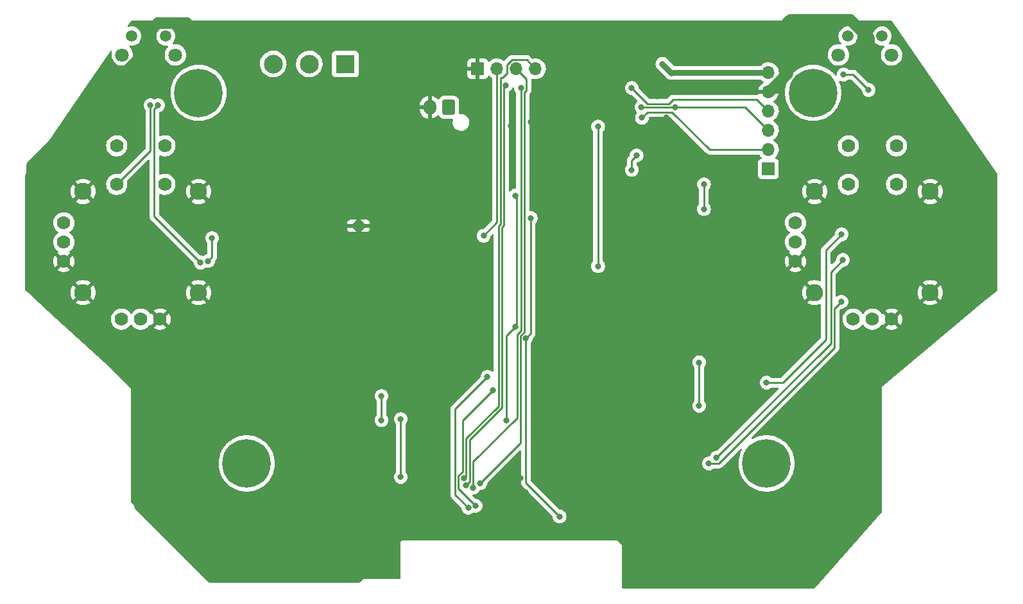
<source format=gbr>
%TF.GenerationSoftware,KiCad,Pcbnew,6.0.4-6f826c9f35~116~ubuntu18.04.1*%
%TF.CreationDate,2022-06-21T09:58:33-04:00*%
%TF.ProjectId,Makers-Unified-Controller,4d616b65-7273-42d5-956e-69666965642d,rev?*%
%TF.SameCoordinates,Original*%
%TF.FileFunction,Copper,L2,Bot*%
%TF.FilePolarity,Positive*%
%FSLAX46Y46*%
G04 Gerber Fmt 4.6, Leading zero omitted, Abs format (unit mm)*
G04 Created by KiCad (PCBNEW 6.0.4-6f826c9f35~116~ubuntu18.04.1) date 2022-06-21 09:58:33*
%MOMM*%
%LPD*%
G01*
G04 APERTURE LIST*
G04 Aperture macros list*
%AMRoundRect*
0 Rectangle with rounded corners*
0 $1 Rounding radius*
0 $2 $3 $4 $5 $6 $7 $8 $9 X,Y pos of 4 corners*
0 Add a 4 corners polygon primitive as box body*
4,1,4,$2,$3,$4,$5,$6,$7,$8,$9,$2,$3,0*
0 Add four circle primitives for the rounded corners*
1,1,$1+$1,$2,$3*
1,1,$1+$1,$4,$5*
1,1,$1+$1,$6,$7*
1,1,$1+$1,$8,$9*
0 Add four rect primitives between the rounded corners*
20,1,$1+$1,$2,$3,$4,$5,0*
20,1,$1+$1,$4,$5,$6,$7,0*
20,1,$1+$1,$6,$7,$8,$9,0*
20,1,$1+$1,$8,$9,$2,$3,0*%
G04 Aperture macros list end*
%TA.AperFunction,ComponentPad*%
%ADD10C,1.778000*%
%TD*%
%TA.AperFunction,ComponentPad*%
%ADD11C,2.286000*%
%TD*%
%TA.AperFunction,ComponentPad*%
%ADD12C,0.800000*%
%TD*%
%TA.AperFunction,ComponentPad*%
%ADD13C,6.400000*%
%TD*%
%TA.AperFunction,ComponentPad*%
%ADD14R,1.700000X1.700000*%
%TD*%
%TA.AperFunction,ComponentPad*%
%ADD15O,1.700000X1.700000*%
%TD*%
%TA.AperFunction,ComponentPad*%
%ADD16C,1.498600*%
%TD*%
%TA.AperFunction,ComponentPad*%
%ADD17C,1.803400*%
%TD*%
%TA.AperFunction,ComponentPad*%
%ADD18R,2.475000X2.475000*%
%TD*%
%TA.AperFunction,ComponentPad*%
%ADD19C,2.475000*%
%TD*%
%TA.AperFunction,SMDPad,CuDef*%
%ADD20R,2.000000X0.600000*%
%TD*%
%TA.AperFunction,ComponentPad*%
%ADD21C,0.600000*%
%TD*%
%TA.AperFunction,ComponentPad*%
%ADD22RoundRect,0.250000X0.600000X0.750000X-0.600000X0.750000X-0.600000X-0.750000X0.600000X-0.750000X0*%
%TD*%
%TA.AperFunction,ComponentPad*%
%ADD23O,1.700000X2.000000*%
%TD*%
%TA.AperFunction,ViaPad*%
%ADD24C,0.800000*%
%TD*%
%TA.AperFunction,Conductor*%
%ADD25C,0.250000*%
%TD*%
%TA.AperFunction,Conductor*%
%ADD26C,1.500000*%
%TD*%
%TA.AperFunction,Conductor*%
%ADD27C,0.750000*%
%TD*%
G04 APERTURE END LIST*
D10*
%TO.P,U4,V3,V-*%
%TO.N,GND*%
X199390000Y-85090000D03*
%TO.P,U4,V2,V*%
%TO.N,/RIGHT_JOY_Y*%
X199390000Y-82550000D03*
%TO.P,U4,V1,V+*%
%TO.N,+3V3*%
X199390000Y-80010000D03*
D11*
%TO.P,U4,S4,SHIELD*%
%TO.N,GND*%
X217170000Y-75882500D03*
%TO.P,U4,S3,SHIELD*%
X217170000Y-89217500D03*
%TO.P,U4,S2,SHIELD*%
X201930000Y-89217500D03*
%TO.P,U4,S1,SHIELD*%
X201930000Y-75882500D03*
D10*
%TO.P,U4,H3,H-*%
X212090000Y-92710000D03*
%TO.P,U4,H2,H*%
%TO.N,/RIGHT_JOY_X*%
X209550000Y-92710000D03*
%TO.P,U4,H1,H+*%
%TO.N,+3V3*%
X207010000Y-92710000D03*
%TO.P,U4,B2B*%
%TO.N,N/C*%
X212725000Y-74930000D03*
%TO.P,U4,B2A,SW-*%
%TO.N,/RIGHT_JOY_SW*%
X206375000Y-74930000D03*
%TO.P,U4,B1B*%
%TO.N,N/C*%
X212725000Y-69850000D03*
%TO.P,U4,B1A,SW+*%
%TO.N,+3V3*%
X206375000Y-69850000D03*
%TD*%
%TO.P,U1,V3,V-*%
%TO.N,GND*%
X102870000Y-85090000D03*
%TO.P,U1,V2,V*%
%TO.N,/LEFT_JOY_Y*%
X102870000Y-82550000D03*
%TO.P,U1,V1,V+*%
%TO.N,+3V3*%
X102870000Y-80010000D03*
D11*
%TO.P,U1,S4,SHIELD*%
%TO.N,GND*%
X120650000Y-75882500D03*
%TO.P,U1,S3,SHIELD*%
X120650000Y-89217500D03*
%TO.P,U1,S2,SHIELD*%
X105410000Y-89217500D03*
%TO.P,U1,S1,SHIELD*%
X105410000Y-75882500D03*
D10*
%TO.P,U1,H3,H-*%
X115570000Y-92710000D03*
%TO.P,U1,H2,H*%
%TO.N,/LEFT_JOY_X*%
X113030000Y-92710000D03*
%TO.P,U1,H1,H+*%
%TO.N,+3V3*%
X110490000Y-92710000D03*
%TO.P,U1,B2B*%
%TO.N,N/C*%
X116205000Y-74930000D03*
%TO.P,U1,B2A,SW-*%
%TO.N,/LEFT_JOY_SW*%
X109855000Y-74930000D03*
%TO.P,U1,B1B*%
%TO.N,N/C*%
X116205000Y-69850000D03*
%TO.P,U1,B1A,SW+*%
%TO.N,+3V3*%
X109855000Y-69850000D03*
%TD*%
D12*
%TO.P,H1,1*%
%TO.N,N/C*%
X128697056Y-113457056D03*
X125302944Y-110062944D03*
X128697056Y-110062944D03*
X127000000Y-114160000D03*
X127000000Y-109360000D03*
X124600000Y-111760000D03*
X125302944Y-113457056D03*
D13*
X127000000Y-111760000D03*
D12*
X129400000Y-111760000D03*
%TD*%
%TO.P,H2,1*%
%TO.N,N/C*%
X203419112Y-64562056D03*
X200025000Y-61167944D03*
X203419112Y-61167944D03*
X201722056Y-65265000D03*
D13*
X201722056Y-62865000D03*
D12*
X204122056Y-62865000D03*
X199322056Y-62865000D03*
X201722056Y-60465000D03*
X200025000Y-64562056D03*
%TD*%
%TO.P,H3,1*%
%TO.N,N/C*%
X118952944Y-61167944D03*
X122347056Y-64562056D03*
X122347056Y-61167944D03*
D13*
X120650000Y-62865000D03*
D12*
X123050000Y-62865000D03*
X118250000Y-62865000D03*
X118952944Y-64562056D03*
X120650000Y-65265000D03*
X120650000Y-60465000D03*
%TD*%
D13*
%TO.P,H4,1*%
%TO.N,N/C*%
X195580000Y-111760000D03*
D12*
X197277056Y-110062944D03*
X197277056Y-113457056D03*
X195580000Y-114160000D03*
X193882944Y-110062944D03*
X193180000Y-111760000D03*
X193882944Y-113457056D03*
X195580000Y-109360000D03*
X197980000Y-111760000D03*
%TD*%
D14*
%TO.P,J2,1,Pin_1*%
%TO.N,+3V3*%
X195834000Y-72898000D03*
D15*
%TO.P,J2,2,Pin_2*%
%TO.N,/BRIDGE_DTR*%
X195834000Y-70358000D03*
%TO.P,J2,3,Pin_3*%
%TO.N,/BRIDGE_RX*%
X195834000Y-67818000D03*
%TO.P,J2,4,Pin_4*%
%TO.N,/BRIDGE_TX*%
X195834000Y-65278000D03*
%TO.P,J2,5,Pin_5*%
%TO.N,GND*%
X195834000Y-62738000D03*
%TO.P,J2,6,Pin_6*%
%TO.N,+5V*%
X195834000Y-60198000D03*
%TD*%
D16*
%TO.P,SW4,1,1*%
%TO.N,+3V3*%
X210820000Y-55372000D03*
%TO.P,SW4,2,2*%
%TO.N,/TRIG_R*%
X206319999Y-55372000D03*
D17*
%TO.P,SW4,3*%
%TO.N,N/C*%
X212075000Y-57862299D03*
%TO.P,SW4,4*%
X205064999Y-57862299D03*
%TD*%
D16*
%TO.P,SW5,1,1*%
%TO.N,+3V3*%
X116332000Y-55372000D03*
%TO.P,SW5,2,2*%
%TO.N,/TRIG_L*%
X111831999Y-55372000D03*
D17*
%TO.P,SW5,3*%
%TO.N,N/C*%
X117587000Y-57862299D03*
%TO.P,SW5,4*%
X110576999Y-57862299D03*
%TD*%
D14*
%TO.P,A1,1,GND*%
%TO.N,GND*%
X157480000Y-59690000D03*
D15*
%TO.P,A1,2,VDD*%
%TO.N,+3V3*%
X160020000Y-59690000D03*
%TO.P,A1,3,SCL*%
%TO.N,/I2C_SCL*%
X162560000Y-59690000D03*
%TO.P,A1,4,SDA*%
%TO.N,/I2C_SDA*%
X165100000Y-59690000D03*
%TD*%
D18*
%TO.P,SW1,1,A*%
%TO.N,/PWR_IN*%
X140005000Y-59055000D03*
D19*
%TO.P,SW1,2,B*%
%TO.N,Net-(D1-Pad1)*%
X135255000Y-59055000D03*
%TO.P,SW1,3,C*%
%TO.N,unconnected-(SW1-Pad3)*%
X130505000Y-59055000D03*
%TD*%
D20*
%TO.P,U6,11,PAD*%
%TO.N,GND*%
X141740000Y-80411250D03*
D21*
X141040000Y-80411250D03*
X142440000Y-80411250D03*
%TD*%
D22*
%TO.P,J3,1,Pin_1*%
%TO.N,/BAT+*%
X153670000Y-64770000D03*
D23*
%TO.P,J3,2,Pin_2*%
%TO.N,GND*%
X151170000Y-64770000D03*
%TD*%
D24*
%TO.N,/I2C_SDA*%
X155667834Y-113668568D03*
%TO.N,/I2C_SCL*%
X157823893Y-114345705D03*
%TO.N,+3V3*%
X158258469Y-81719511D03*
%TO.N,GND*%
X143510000Y-95885000D03*
X140970000Y-95885000D03*
X165735000Y-92075000D03*
X213550500Y-62674500D03*
X154432000Y-121158000D03*
X167894000Y-121158000D03*
X177673000Y-122682000D03*
X157480000Y-93980000D03*
X147320000Y-76200000D03*
X147320000Y-71120000D03*
X184150000Y-69850000D03*
X183617283Y-56813707D03*
X188167980Y-98425000D03*
X176530000Y-59690000D03*
X193548000Y-57150000D03*
X205105000Y-101600000D03*
X133985000Y-84455000D03*
X181114797Y-63360313D03*
X132715000Y-107950000D03*
X157875451Y-67159951D03*
X167640000Y-100965000D03*
X128905000Y-118745000D03*
X163830000Y-115570000D03*
X120015000Y-113665000D03*
X147320000Y-73660000D03*
X109846908Y-61332908D03*
X184785000Y-104140000D03*
X164465000Y-66675000D03*
X138430000Y-95885000D03*
X126365000Y-104775000D03*
X161829011Y-67198197D03*
X182316755Y-66129500D03*
X201295000Y-115570000D03*
X176149000Y-121158000D03*
X163105500Y-113656999D03*
X161290000Y-115570000D03*
%TO.N,+5V*%
X181847400Y-59046999D03*
X183047451Y-60247049D03*
X182367701Y-59567299D03*
X187325000Y-74930000D03*
X187325000Y-78195010D03*
%TO.N,/CHG_COMPLETE*%
X173355000Y-85725000D03*
X173355000Y-67310000D03*
%TO.N,/BRIDGE_TX*%
X161194010Y-61864125D03*
X155889013Y-114643291D03*
X177800000Y-62230000D03*
%TO.N,/BRIDGE_RX*%
X163195000Y-62230000D03*
X156845000Y-114935000D03*
X183515000Y-64770000D03*
X179070000Y-64770000D03*
%TO.N,/BRIDGE_DTR*%
X179143230Y-66149569D03*
%TO.N,/IO0*%
X161290000Y-106045000D03*
X162470500Y-93756617D03*
X162470500Y-76409767D03*
%TO.N,/EN*%
X163830000Y-95250000D03*
X164465000Y-79375000D03*
X168275000Y-118745000D03*
%TO.N,/BRIDGE_RTS*%
X178435000Y-71120000D03*
X177800000Y-73025000D03*
%TO.N,/LEFT_JOY_SW*%
X122428000Y-82042000D03*
X121882782Y-85062102D03*
X114295340Y-64511340D03*
%TO.N,/TRIG_R*%
X205740000Y-60452000D03*
X195580000Y-101092000D03*
X205486000Y-81534000D03*
X209042000Y-62484000D03*
%TO.N,/TRIG_L*%
X147320000Y-113538000D03*
X120902257Y-85258556D03*
X147320000Y-105918000D03*
X115316000Y-64516000D03*
%TO.N,/SW_6*%
X186690000Y-104140000D03*
X186690000Y-98425000D03*
%TO.N,/LEFT_JOY_X*%
X158750000Y-100330000D03*
X156221620Y-117587978D03*
X144780000Y-106045000D03*
X144780000Y-102870000D03*
%TO.N,/LEFT_JOY_Y*%
X159480990Y-102130723D03*
X157186422Y-117326898D03*
%TO.N,/RIGHT_JOY_X*%
X205449000Y-90424000D03*
X187960000Y-111760000D03*
%TO.N,/RIGHT_JOY_Y*%
X205650500Y-84911014D03*
X188976000Y-110998000D03*
%TD*%
D25*
%TO.N,/I2C_SDA*%
X155945978Y-113390424D02*
X155667834Y-113668568D01*
X160469510Y-80144174D02*
X160205490Y-80408194D01*
X160743797Y-60870499D02*
X160469511Y-60870499D01*
X161995999Y-58514999D02*
X161326998Y-59184000D01*
X161326998Y-59184000D02*
X161326998Y-60287298D01*
X161326998Y-60287298D02*
X160743797Y-60870499D01*
X160205490Y-104198502D02*
X155945978Y-108458014D01*
X160205490Y-80408194D02*
X160205490Y-104198502D01*
X165100000Y-59690000D02*
X163924999Y-58514999D01*
X155945978Y-108458014D02*
X155945978Y-113390424D01*
X160469511Y-60870499D02*
X160469510Y-61146194D01*
X163924999Y-58514999D02*
X161995999Y-58514999D01*
X160469510Y-61146194D02*
X160469510Y-80144174D01*
%TO.N,/I2C_SCL*%
X163919501Y-61049501D02*
X163919501Y-62530099D01*
X163919501Y-62530099D02*
X163644511Y-62805089D01*
X163105499Y-109064099D02*
X157823893Y-114345705D01*
X163105499Y-94949901D02*
X163105499Y-109064099D01*
X162560000Y-59690000D02*
X163919501Y-61049501D01*
X163644511Y-62805089D02*
X163644511Y-94410889D01*
X163644511Y-94410889D02*
X163105499Y-94949901D01*
%TO.N,+3V3*%
X160020000Y-59690000D02*
X160020000Y-79957980D01*
X160020000Y-79957980D02*
X158258469Y-81719511D01*
D26*
%TO.N,GND*%
X209120699Y-55657734D02*
X209120699Y-58244699D01*
X213550500Y-62674500D02*
X224536000Y-73660000D01*
X147193000Y-121158000D02*
X141605000Y-126746000D01*
X206675965Y-53213000D02*
X209120699Y-55657734D01*
X98679000Y-87757000D02*
X98679000Y-72500816D01*
X115237301Y-53672699D02*
X114164908Y-54745092D01*
X209120699Y-58244699D02*
X213550500Y-62674500D01*
X198374000Y-53594000D02*
X198755000Y-53213000D01*
X122301000Y-126746000D02*
X112903000Y-117348000D01*
X195958002Y-62738000D02*
X198374000Y-60322002D01*
X180324071Y-54625929D02*
X182848142Y-57150000D01*
X200533000Y-126492000D02*
X181483000Y-126492000D01*
X98679000Y-72500816D02*
X109846908Y-61332908D01*
X198755000Y-53213000D02*
X206675965Y-53213000D01*
X112903000Y-117348000D02*
X112903000Y-101981000D01*
X182848142Y-57150000D02*
X193548000Y-57150000D01*
X167894000Y-121158000D02*
X154432000Y-121158000D01*
X154432000Y-121158000D02*
X147193000Y-121158000D01*
X180324071Y-54625929D02*
X120000531Y-54625929D01*
X115237301Y-53672699D02*
X119047301Y-53672699D01*
X209423000Y-101854000D02*
X209423000Y-117602000D01*
X195834000Y-62738000D02*
X195958002Y-62738000D01*
X176149000Y-121158000D02*
X167894000Y-121158000D01*
X209423000Y-117602000D02*
X200533000Y-126492000D01*
X224536000Y-86741000D02*
X209423000Y-101854000D01*
X177673000Y-122682000D02*
X176149000Y-121158000D01*
X120000531Y-54625929D02*
X119047301Y-53672699D01*
X109846908Y-61332908D02*
X114164908Y-57014908D01*
X198374000Y-60322002D02*
X198374000Y-53594000D01*
X112903000Y-101981000D02*
X98679000Y-87757000D01*
X114164908Y-54745092D02*
X114164908Y-57014908D01*
X181483000Y-126492000D02*
X177673000Y-122682000D01*
X141605000Y-126746000D02*
X122301000Y-126746000D01*
X224536000Y-73660000D02*
X224536000Y-86741000D01*
D27*
%TO.N,+5V*%
X181847400Y-59046999D02*
X181847401Y-59046999D01*
X195834000Y-60198000D02*
X183096500Y-60198000D01*
X183096500Y-60198000D02*
X183047451Y-60247049D01*
X181847401Y-59046999D02*
X182367701Y-59567299D01*
X182367701Y-59567299D02*
X183047451Y-60247049D01*
D25*
X187325000Y-74930000D02*
X187325000Y-78195010D01*
%TO.N,/CHG_COMPLETE*%
X173355000Y-67310000D02*
X173355000Y-85725000D01*
%TO.N,/BRIDGE_TX*%
X155889013Y-114643291D02*
X156395489Y-114136815D01*
X160919021Y-80330367D02*
X160919021Y-62139114D01*
X160655000Y-80594388D02*
X160919021Y-80330367D01*
X160655001Y-104384695D02*
X160655000Y-80594388D01*
X160919021Y-62139114D02*
X161194010Y-61864125D01*
X156395489Y-114136815D02*
X156395489Y-108644207D01*
X182694511Y-64320489D02*
X179890489Y-64320489D01*
X194310000Y-63754000D02*
X183261000Y-63754000D01*
X156395489Y-108644207D02*
X160655001Y-104384695D01*
X183261000Y-63754000D02*
X182694511Y-64320489D01*
X179890489Y-64320489D02*
X177800000Y-62230000D01*
X195834000Y-65278000D02*
X194310000Y-63754000D01*
%TO.N,/BRIDGE_RX*%
X162655989Y-94763707D02*
X163195000Y-94224696D01*
X183515000Y-64770000D02*
X192786000Y-64770000D01*
X156845000Y-114935000D02*
X156845000Y-111514600D01*
X179070000Y-64770000D02*
X183515000Y-64770000D01*
X162655989Y-105703611D02*
X162655989Y-94763707D01*
X192786000Y-64770000D02*
X195834000Y-67818000D01*
X163195000Y-94224696D02*
X163195000Y-62230000D01*
X156845000Y-111514600D02*
X162655989Y-105703611D01*
%TO.N,/BRIDGE_DTR*%
X183125400Y-65405000D02*
X179887799Y-65405000D01*
X188078400Y-70358000D02*
X183125400Y-65405000D01*
X179887799Y-65405000D02*
X179143230Y-66149569D01*
X195834000Y-70358000D02*
X188078400Y-70358000D01*
%TO.N,/IO0*%
X161290000Y-94937117D02*
X162470500Y-93756617D01*
X162470500Y-93756617D02*
X162649500Y-93577617D01*
X162649500Y-76588767D02*
X162470500Y-76409767D01*
X162649500Y-93577617D02*
X162649500Y-76588767D01*
X161290000Y-106045000D02*
X161290000Y-94937117D01*
%TO.N,/EN*%
X163830000Y-95250000D02*
X163830000Y-114300000D01*
X164465000Y-79375000D02*
X164465000Y-94615000D01*
X163830000Y-114300000D02*
X168275000Y-118745000D01*
X164465000Y-94615000D02*
X163830000Y-95250000D01*
%TO.N,/BRIDGE_RTS*%
X177800000Y-71755000D02*
X178435000Y-71120000D01*
X177800000Y-73025000D02*
X177800000Y-71755000D01*
%TO.N,/LEFT_JOY_SW*%
X109855000Y-74930000D02*
X114295340Y-70489660D01*
X114295340Y-70489660D02*
X114295340Y-64511340D01*
X122428000Y-82042000D02*
X122428000Y-84516884D01*
X122428000Y-84516884D02*
X121882782Y-85062102D01*
%TO.N,/TRIG_R*%
X203398001Y-95448001D02*
X197754002Y-101092000D01*
X205486000Y-81534000D02*
X203398001Y-83621999D01*
X205740000Y-60452000D02*
X207010000Y-60452000D01*
X203398001Y-83621999D02*
X203398001Y-95448001D01*
X197754002Y-101092000D02*
X195580000Y-101092000D01*
X207010000Y-60452000D02*
X209042000Y-62484000D01*
%TO.N,/TRIG_L*%
X114808000Y-79164299D02*
X120902257Y-85258556D01*
X114808000Y-65024000D02*
X114808000Y-79164299D01*
X115316000Y-64516000D02*
X114808000Y-65024000D01*
X147320000Y-113538000D02*
X147320000Y-105918000D01*
%TO.N,/SW_6*%
X186690000Y-104140000D02*
X186690000Y-98425000D01*
%TO.N,/LEFT_JOY_X*%
X154493822Y-113182276D02*
X154493822Y-115860180D01*
X154516131Y-113159967D02*
X154493822Y-113182276D01*
X144780000Y-102870000D02*
X144780000Y-106045000D01*
X154516131Y-104563869D02*
X154516131Y-113159967D01*
X158750000Y-100330000D02*
X154516131Y-104563869D01*
X154493822Y-115860180D02*
X156221620Y-117587978D01*
%TO.N,/LEFT_JOY_Y*%
X154943333Y-115083809D02*
X157186422Y-117326898D01*
X159480990Y-102130723D02*
X155496468Y-106115245D01*
X154943333Y-113368469D02*
X154943333Y-115083809D01*
X155496468Y-106115245D02*
X155496468Y-112815334D01*
X155496468Y-112815334D02*
X154943333Y-113368469D01*
%TO.N,/RIGHT_JOY_X*%
X189287002Y-111760000D02*
X187960000Y-111760000D01*
X205449000Y-90424000D02*
X204527989Y-91345011D01*
X204527989Y-96519013D02*
X189287002Y-111760000D01*
X204527989Y-91345011D02*
X204527989Y-96519013D01*
%TO.N,/RIGHT_JOY_Y*%
X188976000Y-110998000D02*
X204077978Y-95896022D01*
X204077978Y-86483536D02*
X205650500Y-84911014D01*
X204077978Y-95896022D02*
X204077978Y-86483536D01*
%TD*%
%TA.AperFunction,Conductor*%
%TO.N,GND*%
G36*
X212091841Y-53360002D02*
G01*
X212127549Y-53394617D01*
X216650457Y-59973392D01*
X226001570Y-73575010D01*
X226037829Y-73627751D01*
X226060000Y-73699134D01*
X226060000Y-88840985D01*
X226039998Y-88909106D01*
X226014664Y-88937780D01*
X224512653Y-90189456D01*
X210833917Y-101588402D01*
X210833916Y-101588403D01*
X210820000Y-101600000D01*
X210820000Y-118062657D01*
X210799998Y-118130778D01*
X210788827Y-118145626D01*
X209506530Y-119611109D01*
X203262306Y-126747364D01*
X203259234Y-126750748D01*
X201866662Y-128230356D01*
X201805409Y-128266253D01*
X201774909Y-128270000D01*
X176656000Y-128270000D01*
X176587879Y-128249998D01*
X176541386Y-128196342D01*
X176530000Y-128144000D01*
X176530000Y-121920000D01*
X147320000Y-121920000D01*
X147320000Y-126874000D01*
X147299998Y-126942121D01*
X147246342Y-126988614D01*
X147194000Y-127000000D01*
X121972190Y-127000000D01*
X121904069Y-126979998D01*
X121883095Y-126963095D01*
X111796905Y-116876905D01*
X111762879Y-116814593D01*
X111760000Y-116787810D01*
X111760000Y-111760000D01*
X123286411Y-111760000D01*
X123306754Y-112148176D01*
X123307267Y-112151416D01*
X123307268Y-112151424D01*
X123322916Y-112250221D01*
X123367562Y-112532099D01*
X123468167Y-112907562D01*
X123607468Y-113270453D01*
X123608966Y-113273393D01*
X123726980Y-113505007D01*
X123783938Y-113616794D01*
X123995643Y-113942793D01*
X124098027Y-114069226D01*
X124236244Y-114239909D01*
X124240266Y-114244876D01*
X124515124Y-114519734D01*
X124517682Y-114521806D01*
X124517686Y-114521809D01*
X124623650Y-114607617D01*
X124817207Y-114764357D01*
X124819970Y-114766152D01*
X124819971Y-114766152D01*
X124830960Y-114773288D01*
X125143205Y-114976062D01*
X125146139Y-114977557D01*
X125146146Y-114977561D01*
X125451099Y-115132942D01*
X125489547Y-115152532D01*
X125852438Y-115291833D01*
X126227901Y-115392438D01*
X126431793Y-115424732D01*
X126608576Y-115452732D01*
X126608584Y-115452733D01*
X126611824Y-115453246D01*
X127000000Y-115473589D01*
X127388176Y-115453246D01*
X127391416Y-115452733D01*
X127391424Y-115452732D01*
X127568207Y-115424732D01*
X127772099Y-115392438D01*
X128147562Y-115291833D01*
X128510453Y-115152532D01*
X128548901Y-115132942D01*
X128853854Y-114977561D01*
X128853861Y-114977557D01*
X128856795Y-114976062D01*
X129169041Y-114773288D01*
X129180029Y-114766152D01*
X129180030Y-114766152D01*
X129182793Y-114764357D01*
X129376350Y-114607617D01*
X129482314Y-114521809D01*
X129482318Y-114521806D01*
X129484876Y-114519734D01*
X129759734Y-114244876D01*
X129763757Y-114239909D01*
X129901973Y-114069226D01*
X130004357Y-113942793D01*
X130216062Y-113616794D01*
X130256210Y-113538000D01*
X146406496Y-113538000D01*
X146407186Y-113544565D01*
X146415069Y-113619563D01*
X146426458Y-113727928D01*
X146485473Y-113909556D01*
X146580960Y-114074944D01*
X146708747Y-114216866D01*
X146807843Y-114288864D01*
X146836877Y-114309958D01*
X146863248Y-114329118D01*
X146869276Y-114331802D01*
X146869278Y-114331803D01*
X147022203Y-114399889D01*
X147037712Y-114406794D01*
X147131112Y-114426647D01*
X147218056Y-114445128D01*
X147218061Y-114445128D01*
X147224513Y-114446500D01*
X147415487Y-114446500D01*
X147421939Y-114445128D01*
X147421944Y-114445128D01*
X147508888Y-114426647D01*
X147602288Y-114406794D01*
X147617797Y-114399889D01*
X147770722Y-114331803D01*
X147770724Y-114331802D01*
X147776752Y-114329118D01*
X147803124Y-114309958D01*
X147832157Y-114288864D01*
X147931253Y-114216866D01*
X148059040Y-114074944D01*
X148154527Y-113909556D01*
X148213542Y-113727928D01*
X148224932Y-113619563D01*
X148232814Y-113544565D01*
X148233504Y-113538000D01*
X148213542Y-113348072D01*
X148154527Y-113166444D01*
X148152088Y-113162219D01*
X153855602Y-113162219D01*
X153856348Y-113170111D01*
X153859763Y-113206237D01*
X153860322Y-113218095D01*
X153860322Y-115781413D01*
X153859795Y-115792596D01*
X153858120Y-115800089D01*
X153858369Y-115808015D01*
X153858369Y-115808016D01*
X153860260Y-115868166D01*
X153860322Y-115872125D01*
X153860322Y-115900036D01*
X153860819Y-115903970D01*
X153860819Y-115903971D01*
X153860827Y-115904036D01*
X153861760Y-115915873D01*
X153863149Y-115960069D01*
X153868800Y-115979519D01*
X153872809Y-115998880D01*
X153875348Y-116018977D01*
X153878267Y-116026348D01*
X153878267Y-116026350D01*
X153891626Y-116060092D01*
X153895471Y-116071322D01*
X153907804Y-116113773D01*
X153911837Y-116120592D01*
X153911839Y-116120597D01*
X153918115Y-116131208D01*
X153926810Y-116148956D01*
X153934270Y-116167797D01*
X153938932Y-116174213D01*
X153938932Y-116174214D01*
X153960258Y-116203567D01*
X153966774Y-116213487D01*
X153989280Y-116251542D01*
X154003601Y-116265863D01*
X154016441Y-116280896D01*
X154028350Y-116297287D01*
X154034456Y-116302338D01*
X154062427Y-116325478D01*
X154071206Y-116333468D01*
X155274498Y-117536760D01*
X155308524Y-117599072D01*
X155310712Y-117612681D01*
X155328078Y-117777906D01*
X155387093Y-117959534D01*
X155482580Y-118124922D01*
X155486998Y-118129829D01*
X155486999Y-118129830D01*
X155604385Y-118260200D01*
X155610367Y-118266844D01*
X155648936Y-118294866D01*
X155757089Y-118373444D01*
X155764868Y-118379096D01*
X155770896Y-118381780D01*
X155770898Y-118381781D01*
X155927960Y-118451709D01*
X155939332Y-118456772D01*
X156032733Y-118476625D01*
X156119676Y-118495106D01*
X156119681Y-118495106D01*
X156126133Y-118496478D01*
X156317107Y-118496478D01*
X156323559Y-118495106D01*
X156323564Y-118495106D01*
X156410507Y-118476625D01*
X156503908Y-118456772D01*
X156515280Y-118451709D01*
X156672342Y-118381781D01*
X156672344Y-118381780D01*
X156678372Y-118379096D01*
X156686152Y-118373444D01*
X156811291Y-118282524D01*
X156832873Y-118266844D01*
X156838856Y-118260200D01*
X156849418Y-118248469D01*
X156909864Y-118211230D01*
X156969250Y-118209533D01*
X156989203Y-118213774D01*
X157084478Y-118234026D01*
X157084483Y-118234026D01*
X157090935Y-118235398D01*
X157281909Y-118235398D01*
X157288361Y-118234026D01*
X157288366Y-118234026D01*
X157383641Y-118213774D01*
X157468710Y-118195692D01*
X157547917Y-118160427D01*
X157637144Y-118120701D01*
X157637146Y-118120700D01*
X157643174Y-118118016D01*
X157797675Y-118005764D01*
X157911912Y-117878891D01*
X157921043Y-117868750D01*
X157921044Y-117868749D01*
X157925462Y-117863842D01*
X158020949Y-117698454D01*
X158079964Y-117516826D01*
X158099926Y-117326898D01*
X158079964Y-117136970D01*
X158020949Y-116955342D01*
X157925462Y-116789954D01*
X157797675Y-116648032D01*
X157643174Y-116535780D01*
X157637146Y-116533096D01*
X157637144Y-116533095D01*
X157474741Y-116460789D01*
X157474740Y-116460789D01*
X157468710Y-116458104D01*
X157375309Y-116438251D01*
X157288366Y-116419770D01*
X157288361Y-116419770D01*
X157281909Y-116418398D01*
X157226016Y-116418398D01*
X157157895Y-116398396D01*
X157136921Y-116381493D01*
X156814023Y-116058595D01*
X156779997Y-115996283D01*
X156785062Y-115925468D01*
X156827609Y-115868632D01*
X156894129Y-115843821D01*
X156903118Y-115843500D01*
X156940487Y-115843500D01*
X156946939Y-115842128D01*
X156946944Y-115842128D01*
X157033887Y-115823647D01*
X157127288Y-115803794D01*
X157150919Y-115793273D01*
X157295722Y-115728803D01*
X157295724Y-115728802D01*
X157301752Y-115726118D01*
X157456253Y-115613866D01*
X157584040Y-115471944D01*
X157673379Y-115317205D01*
X157724762Y-115268212D01*
X157782498Y-115254205D01*
X157919380Y-115254205D01*
X157925832Y-115252833D01*
X157925837Y-115252833D01*
X158012780Y-115234352D01*
X158106181Y-115214499D01*
X158245362Y-115152532D01*
X158274615Y-115139508D01*
X158274617Y-115139507D01*
X158280645Y-115136823D01*
X158435146Y-115024571D01*
X158562933Y-114882649D01*
X158646962Y-114737107D01*
X158655116Y-114722984D01*
X158655117Y-114722983D01*
X158658420Y-114717261D01*
X158717435Y-114535633D01*
X158721190Y-114499912D01*
X158730976Y-114406794D01*
X158734800Y-114370411D01*
X158761813Y-114304755D01*
X158771015Y-114294487D01*
X162981405Y-110084098D01*
X163043717Y-110050072D01*
X163114533Y-110055137D01*
X163171368Y-110097684D01*
X163196179Y-110164204D01*
X163196500Y-110173193D01*
X163196500Y-114221233D01*
X163195973Y-114232416D01*
X163194298Y-114239909D01*
X163194547Y-114247835D01*
X163194547Y-114247836D01*
X163196438Y-114307986D01*
X163196500Y-114311945D01*
X163196500Y-114339856D01*
X163196997Y-114343790D01*
X163196997Y-114343791D01*
X163197005Y-114343856D01*
X163197938Y-114355693D01*
X163199327Y-114399889D01*
X163201732Y-114408166D01*
X163204978Y-114419339D01*
X163208987Y-114438700D01*
X163211526Y-114458797D01*
X163214445Y-114466168D01*
X163214445Y-114466170D01*
X163227804Y-114499912D01*
X163231649Y-114511142D01*
X163238764Y-114535633D01*
X163243982Y-114553593D01*
X163248015Y-114560412D01*
X163248017Y-114560417D01*
X163254293Y-114571028D01*
X163262988Y-114588776D01*
X163270448Y-114607617D01*
X163275110Y-114614033D01*
X163275110Y-114614034D01*
X163296436Y-114643387D01*
X163302952Y-114653307D01*
X163325458Y-114691362D01*
X163339779Y-114705683D01*
X163352619Y-114720716D01*
X163364528Y-114737107D01*
X163370634Y-114742158D01*
X163398605Y-114765298D01*
X163407384Y-114773288D01*
X167327878Y-118693782D01*
X167361904Y-118756094D01*
X167364092Y-118769703D01*
X167381458Y-118934928D01*
X167440473Y-119116556D01*
X167535960Y-119281944D01*
X167663747Y-119423866D01*
X167818248Y-119536118D01*
X167824276Y-119538802D01*
X167824278Y-119538803D01*
X167986681Y-119611109D01*
X167992712Y-119613794D01*
X168086112Y-119633647D01*
X168173056Y-119652128D01*
X168173061Y-119652128D01*
X168179513Y-119653500D01*
X168370487Y-119653500D01*
X168376939Y-119652128D01*
X168376944Y-119652128D01*
X168463888Y-119633647D01*
X168557288Y-119613794D01*
X168563319Y-119611109D01*
X168725722Y-119538803D01*
X168725724Y-119538802D01*
X168731752Y-119536118D01*
X168886253Y-119423866D01*
X169014040Y-119281944D01*
X169109527Y-119116556D01*
X169168542Y-118934928D01*
X169188504Y-118745000D01*
X169168542Y-118555072D01*
X169109527Y-118373444D01*
X169105377Y-118366255D01*
X169047981Y-118266844D01*
X169014040Y-118208056D01*
X169002908Y-118195692D01*
X168890675Y-118071045D01*
X168890674Y-118071044D01*
X168886253Y-118066134D01*
X168787157Y-117994136D01*
X168737094Y-117957763D01*
X168737093Y-117957762D01*
X168731752Y-117953882D01*
X168725724Y-117951198D01*
X168725722Y-117951197D01*
X168563319Y-117878891D01*
X168563318Y-117878891D01*
X168557288Y-117876206D01*
X168463888Y-117856353D01*
X168376944Y-117837872D01*
X168376939Y-117837872D01*
X168370487Y-117836500D01*
X168314595Y-117836500D01*
X168246474Y-117816498D01*
X168225500Y-117799595D01*
X164500405Y-114074500D01*
X164466379Y-114012188D01*
X164463500Y-113985405D01*
X164463500Y-111760000D01*
X187046496Y-111760000D01*
X187066458Y-111949928D01*
X187125473Y-112131556D01*
X187128776Y-112137278D01*
X187128777Y-112137279D01*
X187136944Y-112151424D01*
X187220960Y-112296944D01*
X187225378Y-112301851D01*
X187225379Y-112301852D01*
X187307452Y-112393003D01*
X187348747Y-112438866D01*
X187503248Y-112551118D01*
X187509276Y-112553802D01*
X187509278Y-112553803D01*
X187671681Y-112626109D01*
X187677712Y-112628794D01*
X187771112Y-112648647D01*
X187858056Y-112667128D01*
X187858061Y-112667128D01*
X187864513Y-112668500D01*
X188055487Y-112668500D01*
X188061939Y-112667128D01*
X188061944Y-112667128D01*
X188148888Y-112648647D01*
X188242288Y-112628794D01*
X188248319Y-112626109D01*
X188410722Y-112553803D01*
X188410724Y-112553802D01*
X188416752Y-112551118D01*
X188442930Y-112532099D01*
X188549671Y-112454546D01*
X188571253Y-112438866D01*
X188575668Y-112433963D01*
X188580580Y-112429540D01*
X188581705Y-112430789D01*
X188635014Y-112397949D01*
X188668200Y-112393500D01*
X189208235Y-112393500D01*
X189219418Y-112394027D01*
X189226911Y-112395702D01*
X189234837Y-112395453D01*
X189234838Y-112395453D01*
X189294988Y-112393562D01*
X189298947Y-112393500D01*
X189326858Y-112393500D01*
X189330793Y-112393003D01*
X189330858Y-112392995D01*
X189342695Y-112392062D01*
X189374953Y-112391048D01*
X189378972Y-112390922D01*
X189386891Y-112390673D01*
X189406345Y-112385021D01*
X189425702Y-112381013D01*
X189437932Y-112379468D01*
X189437933Y-112379468D01*
X189445799Y-112378474D01*
X189453170Y-112375555D01*
X189453172Y-112375555D01*
X189486914Y-112362196D01*
X189498144Y-112358351D01*
X189532985Y-112348229D01*
X189532986Y-112348229D01*
X189540595Y-112346018D01*
X189547414Y-112341985D01*
X189547419Y-112341983D01*
X189558030Y-112335707D01*
X189575778Y-112327012D01*
X189594619Y-112319552D01*
X189630389Y-112293564D01*
X189640309Y-112287048D01*
X189671537Y-112268580D01*
X189671540Y-112268578D01*
X189678364Y-112264542D01*
X189692685Y-112250221D01*
X189707719Y-112237380D01*
X189717696Y-112230131D01*
X189724109Y-112225472D01*
X189752300Y-112191395D01*
X189760290Y-112182616D01*
X192138244Y-109804662D01*
X192200556Y-109770636D01*
X192271371Y-109775701D01*
X192328207Y-109818248D01*
X192353018Y-109884768D01*
X192339606Y-109950960D01*
X192187468Y-110249547D01*
X192048167Y-110612438D01*
X191947562Y-110987901D01*
X191886754Y-111371824D01*
X191866411Y-111760000D01*
X191886754Y-112148176D01*
X191887267Y-112151416D01*
X191887268Y-112151424D01*
X191902916Y-112250221D01*
X191947562Y-112532099D01*
X192048167Y-112907562D01*
X192187468Y-113270453D01*
X192188966Y-113273393D01*
X192306980Y-113505007D01*
X192363938Y-113616794D01*
X192575643Y-113942793D01*
X192678027Y-114069226D01*
X192816244Y-114239909D01*
X192820266Y-114244876D01*
X193095124Y-114519734D01*
X193097682Y-114521806D01*
X193097686Y-114521809D01*
X193203650Y-114607617D01*
X193397207Y-114764357D01*
X193399970Y-114766152D01*
X193399971Y-114766152D01*
X193410960Y-114773288D01*
X193723205Y-114976062D01*
X193726139Y-114977557D01*
X193726146Y-114977561D01*
X194031099Y-115132942D01*
X194069547Y-115152532D01*
X194432438Y-115291833D01*
X194807901Y-115392438D01*
X195011793Y-115424732D01*
X195188576Y-115452732D01*
X195188584Y-115452733D01*
X195191824Y-115453246D01*
X195580000Y-115473589D01*
X195968176Y-115453246D01*
X195971416Y-115452733D01*
X195971424Y-115452732D01*
X196148207Y-115424732D01*
X196352099Y-115392438D01*
X196727562Y-115291833D01*
X197090453Y-115152532D01*
X197128901Y-115132942D01*
X197433854Y-114977561D01*
X197433861Y-114977557D01*
X197436795Y-114976062D01*
X197749041Y-114773288D01*
X197760029Y-114766152D01*
X197760030Y-114766152D01*
X197762793Y-114764357D01*
X197956350Y-114607617D01*
X198062314Y-114521809D01*
X198062318Y-114521806D01*
X198064876Y-114519734D01*
X198339734Y-114244876D01*
X198343757Y-114239909D01*
X198481973Y-114069226D01*
X198584357Y-113942793D01*
X198796062Y-113616794D01*
X198853021Y-113505007D01*
X198971034Y-113273393D01*
X198972532Y-113270453D01*
X199111833Y-112907562D01*
X199212438Y-112532099D01*
X199257084Y-112250221D01*
X199272732Y-112151424D01*
X199272733Y-112151416D01*
X199273246Y-112148176D01*
X199293589Y-111760000D01*
X199273246Y-111371824D01*
X199212438Y-110987901D01*
X199111833Y-110612438D01*
X198972532Y-110249547D01*
X198933628Y-110173193D01*
X198797561Y-109906147D01*
X198797557Y-109906140D01*
X198796062Y-109903206D01*
X198773851Y-109869003D01*
X198586152Y-109579971D01*
X198586152Y-109579970D01*
X198584357Y-109577207D01*
X198339734Y-109275124D01*
X198064876Y-109000266D01*
X197762793Y-108755643D01*
X197436795Y-108543938D01*
X197433861Y-108542443D01*
X197433854Y-108542439D01*
X197093393Y-108368966D01*
X197090453Y-108367468D01*
X196727562Y-108228167D01*
X196352099Y-108127562D01*
X196148207Y-108095268D01*
X195971424Y-108067268D01*
X195971416Y-108067267D01*
X195968176Y-108066754D01*
X195580000Y-108046411D01*
X195191824Y-108066754D01*
X195188584Y-108067267D01*
X195188576Y-108067268D01*
X195011793Y-108095268D01*
X194807901Y-108127562D01*
X194432438Y-108228167D01*
X194069547Y-108367468D01*
X194066607Y-108368966D01*
X193770960Y-108519606D01*
X193701183Y-108532710D01*
X193635398Y-108506010D01*
X193594492Y-108447982D01*
X193591452Y-108377051D01*
X193624662Y-108318244D01*
X204920236Y-97022670D01*
X204928526Y-97015126D01*
X204935007Y-97011013D01*
X204981648Y-96961345D01*
X204984402Y-96958504D01*
X205004124Y-96938782D01*
X205006601Y-96935589D01*
X205014306Y-96926568D01*
X205039148Y-96900113D01*
X205044575Y-96894334D01*
X205048396Y-96887384D01*
X205054335Y-96876581D01*
X205065191Y-96860054D01*
X205072746Y-96850315D01*
X205072747Y-96850313D01*
X205077603Y-96844053D01*
X205095163Y-96803473D01*
X205100380Y-96792825D01*
X205117864Y-96761022D01*
X205117865Y-96761020D01*
X205121684Y-96754073D01*
X205126722Y-96734450D01*
X205133126Y-96715747D01*
X205138022Y-96704433D01*
X205138022Y-96704432D01*
X205141170Y-96697158D01*
X205142409Y-96689335D01*
X205142412Y-96689325D01*
X205148088Y-96653489D01*
X205150494Y-96641869D01*
X205159517Y-96606724D01*
X205159517Y-96606723D01*
X205161489Y-96599043D01*
X205161489Y-96578789D01*
X205163040Y-96559078D01*
X205164969Y-96546899D01*
X205166209Y-96539070D01*
X205162048Y-96495051D01*
X205161489Y-96483194D01*
X205161489Y-92675739D01*
X205608129Y-92675739D01*
X205621357Y-92905161D01*
X205622492Y-92910198D01*
X205622493Y-92910204D01*
X205660486Y-93078790D01*
X205671878Y-93129342D01*
X205758336Y-93342261D01*
X205761033Y-93346662D01*
X205761034Y-93346664D01*
X205811762Y-93429444D01*
X205878408Y-93538200D01*
X206028869Y-93711898D01*
X206032844Y-93715198D01*
X206032847Y-93715201D01*
X206071765Y-93747511D01*
X206205679Y-93858689D01*
X206404090Y-93974631D01*
X206408910Y-93976471D01*
X206408915Y-93976474D01*
X206514073Y-94016629D01*
X206618774Y-94056610D01*
X206623842Y-94057641D01*
X206623845Y-94057642D01*
X206734534Y-94080162D01*
X206843963Y-94102426D01*
X206849136Y-94102616D01*
X206849139Y-94102616D01*
X207068448Y-94110657D01*
X207068452Y-94110657D01*
X207073612Y-94110846D01*
X207078732Y-94110190D01*
X207078734Y-94110190D01*
X207296425Y-94082304D01*
X207296428Y-94082303D01*
X207301552Y-94081647D01*
X207308139Y-94079671D01*
X207516710Y-94017096D01*
X207521663Y-94015610D01*
X207728033Y-93914511D01*
X207732845Y-93911079D01*
X207910916Y-93784062D01*
X207915119Y-93781064D01*
X207939652Y-93756617D01*
X208074237Y-93622500D01*
X208077898Y-93618852D01*
X208080914Y-93614655D01*
X208080921Y-93614647D01*
X208177689Y-93479980D01*
X208233683Y-93436332D01*
X208304387Y-93429886D01*
X208367351Y-93462689D01*
X208387444Y-93487672D01*
X208415707Y-93533794D01*
X208415711Y-93533799D01*
X208418408Y-93538200D01*
X208568869Y-93711898D01*
X208572844Y-93715198D01*
X208572847Y-93715201D01*
X208611765Y-93747511D01*
X208745679Y-93858689D01*
X208944090Y-93974631D01*
X208948910Y-93976471D01*
X208948915Y-93976474D01*
X209054073Y-94016629D01*
X209158774Y-94056610D01*
X209163842Y-94057641D01*
X209163845Y-94057642D01*
X209274534Y-94080162D01*
X209383963Y-94102426D01*
X209389136Y-94102616D01*
X209389139Y-94102616D01*
X209608448Y-94110657D01*
X209608452Y-94110657D01*
X209613612Y-94110846D01*
X209618732Y-94110190D01*
X209618734Y-94110190D01*
X209836425Y-94082304D01*
X209836428Y-94082303D01*
X209841552Y-94081647D01*
X209848139Y-94079671D01*
X210056710Y-94017096D01*
X210061663Y-94015610D01*
X210268033Y-93914511D01*
X210272845Y-93911079D01*
X210339737Y-93863365D01*
X211301464Y-93863365D01*
X211306745Y-93870420D01*
X211479846Y-93971571D01*
X211489132Y-93976021D01*
X211694083Y-94054283D01*
X211703981Y-94057159D01*
X211918962Y-94100897D01*
X211929190Y-94102116D01*
X212148425Y-94110156D01*
X212158711Y-94109689D01*
X212376320Y-94081813D01*
X212386398Y-94079671D01*
X212596527Y-94016629D01*
X212606125Y-94012868D01*
X212803138Y-93916352D01*
X212811983Y-93911079D01*
X212867209Y-93871686D01*
X212875609Y-93860987D01*
X212868622Y-93847833D01*
X212102811Y-93082021D01*
X212088868Y-93074408D01*
X212087034Y-93074539D01*
X212080420Y-93078790D01*
X211308221Y-93850990D01*
X211301464Y-93863365D01*
X210339737Y-93863365D01*
X210450916Y-93784062D01*
X210455119Y-93781064D01*
X210479652Y-93756617D01*
X210614237Y-93622500D01*
X210617898Y-93618852D01*
X210708003Y-93493458D01*
X210718005Y-93479538D01*
X210774000Y-93435890D01*
X210844703Y-93429444D01*
X210907668Y-93462247D01*
X210927761Y-93487229D01*
X210928100Y-93487782D01*
X210938555Y-93497241D01*
X210947331Y-93493458D01*
X211717979Y-92722811D01*
X211724356Y-92711132D01*
X212454408Y-92711132D01*
X212454539Y-92712966D01*
X212458790Y-92719580D01*
X213228425Y-93489214D01*
X213240431Y-93495770D01*
X213252170Y-93486802D01*
X213288549Y-93436174D01*
X213293860Y-93427335D01*
X213391056Y-93230675D01*
X213394854Y-93221082D01*
X213458628Y-93011177D01*
X213460805Y-93001107D01*
X213489677Y-92781799D01*
X213490196Y-92775124D01*
X213491706Y-92713364D01*
X213491512Y-92706646D01*
X213473389Y-92486203D01*
X213471706Y-92476041D01*
X213418261Y-92263263D01*
X213414943Y-92253516D01*
X213327462Y-92052323D01*
X213322595Y-92043246D01*
X213251268Y-91932993D01*
X213240582Y-91923791D01*
X213231017Y-91928194D01*
X212462021Y-92697189D01*
X212454408Y-92711132D01*
X211724356Y-92711132D01*
X211725592Y-92708868D01*
X211725461Y-92707034D01*
X211721210Y-92700420D01*
X210951778Y-91930989D01*
X210940246Y-91924692D01*
X210927965Y-91934314D01*
X210924360Y-91939599D01*
X210869448Y-91984602D01*
X210798923Y-91992773D01*
X210735176Y-91961519D01*
X210714479Y-91937035D01*
X210663830Y-91858743D01*
X210663828Y-91858740D01*
X210661020Y-91854400D01*
X210506359Y-91684430D01*
X210502308Y-91681231D01*
X210502304Y-91681227D01*
X210346992Y-91558570D01*
X211303365Y-91558570D01*
X211310108Y-91570897D01*
X212077189Y-92337979D01*
X212091132Y-92345592D01*
X212092966Y-92345461D01*
X212099580Y-92341210D01*
X212871162Y-91569627D01*
X212878179Y-91556776D01*
X212870405Y-91546107D01*
X212869796Y-91545625D01*
X212861210Y-91539921D01*
X212669151Y-91433900D01*
X212659752Y-91429675D01*
X212452950Y-91356443D01*
X212442993Y-91353813D01*
X212227008Y-91315339D01*
X212216757Y-91314370D01*
X211997386Y-91311690D01*
X211987102Y-91312410D01*
X211770251Y-91345592D01*
X211760224Y-91347981D01*
X211551704Y-91416135D01*
X211542195Y-91420132D01*
X211347603Y-91521431D01*
X211338890Y-91526918D01*
X211311819Y-91547244D01*
X211303365Y-91558570D01*
X210346992Y-91558570D01*
X210332651Y-91547244D01*
X210326015Y-91542003D01*
X210124831Y-91430943D01*
X210007611Y-91389433D01*
X209913084Y-91355959D01*
X209913080Y-91355958D01*
X209908209Y-91354233D01*
X209903116Y-91353326D01*
X209903113Y-91353325D01*
X209687056Y-91314839D01*
X209687050Y-91314838D01*
X209681967Y-91313933D01*
X209608784Y-91313039D01*
X209457351Y-91311189D01*
X209457349Y-91311189D01*
X209452181Y-91311126D01*
X209300610Y-91334319D01*
X209230131Y-91345104D01*
X209230128Y-91345105D01*
X209225022Y-91345886D01*
X209202263Y-91353325D01*
X209011504Y-91415675D01*
X209011502Y-91415676D01*
X209006591Y-91417281D01*
X208802753Y-91523392D01*
X208798620Y-91526495D01*
X208798617Y-91526497D01*
X208623118Y-91658265D01*
X208618983Y-91661370D01*
X208460216Y-91827510D01*
X208384063Y-91939147D01*
X208329154Y-91984147D01*
X208258630Y-91992318D01*
X208194882Y-91961064D01*
X208174185Y-91936580D01*
X208123830Y-91858743D01*
X208123828Y-91858740D01*
X208121020Y-91854400D01*
X207966359Y-91684430D01*
X207962308Y-91681231D01*
X207962304Y-91681227D01*
X207792651Y-91547244D01*
X207786015Y-91542003D01*
X207584831Y-91430943D01*
X207467611Y-91389433D01*
X207373084Y-91355959D01*
X207373080Y-91355958D01*
X207368209Y-91354233D01*
X207363116Y-91353326D01*
X207363113Y-91353325D01*
X207147056Y-91314839D01*
X207147050Y-91314838D01*
X207141967Y-91313933D01*
X207068784Y-91313039D01*
X206917351Y-91311189D01*
X206917349Y-91311189D01*
X206912181Y-91311126D01*
X206760610Y-91334319D01*
X206690131Y-91345104D01*
X206690128Y-91345105D01*
X206685022Y-91345886D01*
X206662263Y-91353325D01*
X206471504Y-91415675D01*
X206471502Y-91415676D01*
X206466591Y-91417281D01*
X206262753Y-91523392D01*
X206258620Y-91526495D01*
X206258617Y-91526497D01*
X206083118Y-91658265D01*
X206078983Y-91661370D01*
X205920216Y-91827510D01*
X205790716Y-92017350D01*
X205693961Y-92225792D01*
X205632548Y-92447237D01*
X205608129Y-92675739D01*
X205161489Y-92675739D01*
X205161489Y-91659605D01*
X205181491Y-91591484D01*
X205198394Y-91570510D01*
X205399499Y-91369405D01*
X205461811Y-91335379D01*
X205488594Y-91332500D01*
X205544487Y-91332500D01*
X205550939Y-91331128D01*
X205550944Y-91331128D01*
X205645043Y-91311126D01*
X205731288Y-91292794D01*
X205737319Y-91290109D01*
X205899722Y-91217803D01*
X205899724Y-91217802D01*
X205905752Y-91215118D01*
X206060253Y-91102866D01*
X206188040Y-90960944D01*
X206283527Y-90795556D01*
X206342542Y-90613928D01*
X206348022Y-90561794D01*
X206348764Y-90554737D01*
X216198117Y-90554737D01*
X216202439Y-90560916D01*
X216413924Y-90690514D01*
X216422718Y-90694995D01*
X216653662Y-90790655D01*
X216663047Y-90793704D01*
X216906115Y-90852061D01*
X216915862Y-90853604D01*
X217165070Y-90873217D01*
X217174930Y-90873217D01*
X217424138Y-90853604D01*
X217433885Y-90852061D01*
X217676953Y-90793704D01*
X217686338Y-90790655D01*
X217917282Y-90694995D01*
X217926076Y-90690514D01*
X218136128Y-90561794D01*
X218141956Y-90552865D01*
X218135952Y-90542663D01*
X217182811Y-89589521D01*
X217168868Y-89581908D01*
X217167034Y-89582039D01*
X217160420Y-89586290D01*
X216205506Y-90541205D01*
X216198117Y-90554737D01*
X206348764Y-90554737D01*
X206361814Y-90430565D01*
X206362504Y-90424000D01*
X206342542Y-90234072D01*
X206283527Y-90052444D01*
X206188040Y-89887056D01*
X206060253Y-89745134D01*
X205961157Y-89673136D01*
X205911094Y-89636763D01*
X205911093Y-89636762D01*
X205905752Y-89632882D01*
X205899724Y-89630198D01*
X205899722Y-89630197D01*
X205737319Y-89557891D01*
X205737318Y-89557891D01*
X205731288Y-89555206D01*
X205637887Y-89535353D01*
X205550944Y-89516872D01*
X205550939Y-89516872D01*
X205544487Y-89515500D01*
X205353513Y-89515500D01*
X205347061Y-89516872D01*
X205347056Y-89516872D01*
X205260113Y-89535353D01*
X205166712Y-89555206D01*
X205160682Y-89557891D01*
X205160681Y-89557891D01*
X204998278Y-89630197D01*
X204998276Y-89630198D01*
X204992248Y-89632882D01*
X204986907Y-89636762D01*
X204986906Y-89636763D01*
X204911539Y-89691521D01*
X204844672Y-89715379D01*
X204775520Y-89699299D01*
X204726040Y-89648386D01*
X204711478Y-89589585D01*
X204711478Y-89222430D01*
X215514283Y-89222430D01*
X215533896Y-89471638D01*
X215535439Y-89481385D01*
X215593796Y-89724453D01*
X215596845Y-89733838D01*
X215692505Y-89964782D01*
X215696986Y-89973576D01*
X215825706Y-90183628D01*
X215834635Y-90189456D01*
X215844837Y-90183452D01*
X216797979Y-89230311D01*
X216804356Y-89218632D01*
X217534408Y-89218632D01*
X217534539Y-89220466D01*
X217538790Y-89227080D01*
X218493705Y-90181994D01*
X218507237Y-90189383D01*
X218513416Y-90185061D01*
X218643014Y-89973576D01*
X218647495Y-89964782D01*
X218743155Y-89733838D01*
X218746204Y-89724453D01*
X218804561Y-89481385D01*
X218806104Y-89471638D01*
X218825717Y-89222430D01*
X218825717Y-89212570D01*
X218806104Y-88963362D01*
X218804561Y-88953615D01*
X218746204Y-88710547D01*
X218743155Y-88701162D01*
X218647495Y-88470218D01*
X218643014Y-88461424D01*
X218514294Y-88251372D01*
X218505365Y-88245544D01*
X218495163Y-88251548D01*
X217542021Y-89204689D01*
X217534408Y-89218632D01*
X216804356Y-89218632D01*
X216805592Y-89216368D01*
X216805461Y-89214534D01*
X216801210Y-89207920D01*
X215846295Y-88253006D01*
X215832763Y-88245617D01*
X215826584Y-88249939D01*
X215696986Y-88461424D01*
X215692505Y-88470218D01*
X215596845Y-88701162D01*
X215593796Y-88710547D01*
X215535439Y-88953615D01*
X215533896Y-88963362D01*
X215514283Y-89212570D01*
X215514283Y-89222430D01*
X204711478Y-89222430D01*
X204711478Y-87882135D01*
X216198044Y-87882135D01*
X216204048Y-87892337D01*
X217157189Y-88845479D01*
X217171132Y-88853092D01*
X217172966Y-88852961D01*
X217179580Y-88848710D01*
X218134494Y-87893795D01*
X218141883Y-87880263D01*
X218137561Y-87874084D01*
X217926076Y-87744486D01*
X217917282Y-87740005D01*
X217686338Y-87644345D01*
X217676953Y-87641296D01*
X217433885Y-87582939D01*
X217424138Y-87581396D01*
X217174930Y-87561783D01*
X217165070Y-87561783D01*
X216915862Y-87581396D01*
X216906115Y-87582939D01*
X216663047Y-87641296D01*
X216653662Y-87644345D01*
X216422718Y-87740005D01*
X216413924Y-87744486D01*
X216203872Y-87873206D01*
X216198044Y-87882135D01*
X204711478Y-87882135D01*
X204711478Y-86798131D01*
X204731480Y-86730010D01*
X204748383Y-86709035D01*
X205601001Y-85856418D01*
X205663313Y-85822393D01*
X205690096Y-85819514D01*
X205745987Y-85819514D01*
X205752439Y-85818142D01*
X205752444Y-85818142D01*
X205858963Y-85795500D01*
X205932788Y-85779808D01*
X205938819Y-85777123D01*
X206101222Y-85704817D01*
X206101224Y-85704816D01*
X206107252Y-85702132D01*
X206261753Y-85589880D01*
X206383414Y-85454762D01*
X206385121Y-85452866D01*
X206385122Y-85452865D01*
X206389540Y-85447958D01*
X206485027Y-85282570D01*
X206544042Y-85100942D01*
X206544839Y-85093364D01*
X206563314Y-84917579D01*
X206564004Y-84911014D01*
X206556743Y-84841925D01*
X206544732Y-84727649D01*
X206544732Y-84727647D01*
X206544042Y-84721086D01*
X206485027Y-84539458D01*
X206479018Y-84529049D01*
X206405830Y-84402285D01*
X206389540Y-84374070D01*
X206335737Y-84314315D01*
X206266175Y-84237059D01*
X206266174Y-84237058D01*
X206261753Y-84232148D01*
X206107252Y-84119896D01*
X206101224Y-84117212D01*
X206101222Y-84117211D01*
X205938819Y-84044905D01*
X205938818Y-84044905D01*
X205932788Y-84042220D01*
X205839388Y-84022367D01*
X205752444Y-84003886D01*
X205752439Y-84003886D01*
X205745987Y-84002514D01*
X205555013Y-84002514D01*
X205548561Y-84003886D01*
X205548556Y-84003886D01*
X205461612Y-84022367D01*
X205368212Y-84042220D01*
X205362182Y-84044905D01*
X205362181Y-84044905D01*
X205199778Y-84117211D01*
X205199776Y-84117212D01*
X205193748Y-84119896D01*
X205039247Y-84232148D01*
X205034826Y-84237058D01*
X205034825Y-84237059D01*
X204965264Y-84314315D01*
X204911460Y-84374070D01*
X204895170Y-84402285D01*
X204821983Y-84529049D01*
X204815973Y-84539458D01*
X204756958Y-84721086D01*
X204756268Y-84727647D01*
X204756268Y-84727649D01*
X204739593Y-84886306D01*
X204712580Y-84951963D01*
X204703378Y-84962232D01*
X204246596Y-85419013D01*
X204184284Y-85453038D01*
X204113468Y-85447973D01*
X204056633Y-85405426D01*
X204031822Y-85338906D01*
X204031501Y-85329917D01*
X204031501Y-83936593D01*
X204051503Y-83868472D01*
X204068406Y-83847498D01*
X205436499Y-82479405D01*
X205498811Y-82445379D01*
X205525594Y-82442500D01*
X205581487Y-82442500D01*
X205587939Y-82441128D01*
X205587944Y-82441128D01*
X205674888Y-82422647D01*
X205768288Y-82402794D01*
X205778209Y-82398377D01*
X205936722Y-82327803D01*
X205936724Y-82327802D01*
X205942752Y-82325118D01*
X205987822Y-82292373D01*
X206045128Y-82250737D01*
X206097253Y-82212866D01*
X206225040Y-82070944D01*
X206320527Y-81905556D01*
X206379542Y-81723928D01*
X206382646Y-81694400D01*
X206398814Y-81540565D01*
X206399504Y-81534000D01*
X206396462Y-81505056D01*
X206380232Y-81350635D01*
X206380232Y-81350633D01*
X206379542Y-81344072D01*
X206320527Y-81162444D01*
X206316828Y-81156036D01*
X206265407Y-81066974D01*
X206225040Y-80997056D01*
X206097253Y-80855134D01*
X205985728Y-80774106D01*
X205948094Y-80746763D01*
X205948093Y-80746762D01*
X205942752Y-80742882D01*
X205936724Y-80740198D01*
X205936722Y-80740197D01*
X205774319Y-80667891D01*
X205774318Y-80667891D01*
X205768288Y-80665206D01*
X205660341Y-80642261D01*
X205587944Y-80626872D01*
X205587939Y-80626872D01*
X205581487Y-80625500D01*
X205390513Y-80625500D01*
X205384061Y-80626872D01*
X205384056Y-80626872D01*
X205311659Y-80642261D01*
X205203712Y-80665206D01*
X205197682Y-80667891D01*
X205197681Y-80667891D01*
X205035278Y-80740197D01*
X205035276Y-80740198D01*
X205029248Y-80742882D01*
X205023907Y-80746762D01*
X205023906Y-80746763D01*
X204986272Y-80774106D01*
X204874747Y-80855134D01*
X204746960Y-80997056D01*
X204706593Y-81066974D01*
X204655173Y-81156036D01*
X204651473Y-81162444D01*
X204592458Y-81344072D01*
X204591768Y-81350633D01*
X204591768Y-81350635D01*
X204575093Y-81509293D01*
X204548080Y-81574950D01*
X204538878Y-81585218D01*
X203005748Y-83118347D01*
X202997462Y-83125887D01*
X202990983Y-83129999D01*
X202985558Y-83135776D01*
X202944358Y-83179650D01*
X202941603Y-83182492D01*
X202921866Y-83202229D01*
X202919386Y-83205426D01*
X202911683Y-83214446D01*
X202881415Y-83246678D01*
X202877596Y-83253624D01*
X202877594Y-83253627D01*
X202871653Y-83264433D01*
X202860802Y-83280952D01*
X202848387Y-83296958D01*
X202845242Y-83304227D01*
X202845239Y-83304231D01*
X202830827Y-83337536D01*
X202825610Y-83348186D01*
X202804306Y-83386939D01*
X202802335Y-83394614D01*
X202802335Y-83394615D01*
X202799268Y-83406561D01*
X202792864Y-83425265D01*
X202784820Y-83443854D01*
X202783581Y-83451677D01*
X202783578Y-83451687D01*
X202777902Y-83487523D01*
X202775496Y-83499143D01*
X202764501Y-83541969D01*
X202764501Y-83562223D01*
X202762950Y-83581933D01*
X202759781Y-83601942D01*
X202760527Y-83609834D01*
X202763942Y-83645960D01*
X202764501Y-83657818D01*
X202764501Y-87587560D01*
X202744499Y-87655681D01*
X202690843Y-87702174D01*
X202620569Y-87712278D01*
X202590283Y-87703969D01*
X202446338Y-87644345D01*
X202436953Y-87641296D01*
X202193885Y-87582939D01*
X202184138Y-87581396D01*
X201934930Y-87561783D01*
X201925070Y-87561783D01*
X201675862Y-87581396D01*
X201666115Y-87582939D01*
X201423047Y-87641296D01*
X201413662Y-87644345D01*
X201182718Y-87740005D01*
X201173924Y-87744486D01*
X200963872Y-87873206D01*
X200958044Y-87882135D01*
X200964050Y-87892339D01*
X202200115Y-89128405D01*
X202234141Y-89190717D01*
X202229076Y-89261533D01*
X202200115Y-89306595D01*
X201930000Y-89576710D01*
X200965510Y-90541201D01*
X200958118Y-90554738D01*
X200962440Y-90560917D01*
X201173924Y-90690514D01*
X201182718Y-90694995D01*
X201413662Y-90790655D01*
X201423047Y-90793704D01*
X201666115Y-90852061D01*
X201675862Y-90853604D01*
X201925070Y-90873217D01*
X201934930Y-90873217D01*
X202184138Y-90853604D01*
X202193885Y-90852061D01*
X202436953Y-90793704D01*
X202446338Y-90790655D01*
X202590283Y-90731031D01*
X202660873Y-90723442D01*
X202724360Y-90755221D01*
X202760587Y-90816280D01*
X202764501Y-90847440D01*
X202764501Y-95133407D01*
X202744499Y-95201528D01*
X202727596Y-95222502D01*
X197528502Y-100421595D01*
X197466190Y-100455621D01*
X197439407Y-100458500D01*
X196288200Y-100458500D01*
X196220079Y-100438498D01*
X196200853Y-100422157D01*
X196200580Y-100422460D01*
X196195668Y-100418037D01*
X196191253Y-100413134D01*
X196133192Y-100370950D01*
X196042094Y-100304763D01*
X196042093Y-100304762D01*
X196036752Y-100300882D01*
X196030724Y-100298198D01*
X196030722Y-100298197D01*
X195868319Y-100225891D01*
X195868318Y-100225891D01*
X195862288Y-100223206D01*
X195768888Y-100203353D01*
X195681944Y-100184872D01*
X195681939Y-100184872D01*
X195675487Y-100183500D01*
X195484513Y-100183500D01*
X195478061Y-100184872D01*
X195478056Y-100184872D01*
X195391112Y-100203353D01*
X195297712Y-100223206D01*
X195291682Y-100225891D01*
X195291681Y-100225891D01*
X195129278Y-100298197D01*
X195129276Y-100298198D01*
X195123248Y-100300882D01*
X194968747Y-100413134D01*
X194964326Y-100418044D01*
X194964325Y-100418045D01*
X194930492Y-100455621D01*
X194840960Y-100555056D01*
X194745473Y-100720444D01*
X194686458Y-100902072D01*
X194666496Y-101092000D01*
X194667186Y-101098565D01*
X194681894Y-101238500D01*
X194686458Y-101281928D01*
X194745473Y-101463556D01*
X194840960Y-101628944D01*
X194968747Y-101770866D01*
X195044021Y-101825556D01*
X195115209Y-101877277D01*
X195123248Y-101883118D01*
X195129276Y-101885802D01*
X195129278Y-101885803D01*
X195252344Y-101940595D01*
X195297712Y-101960794D01*
X195391113Y-101980647D01*
X195478056Y-101999128D01*
X195478061Y-101999128D01*
X195484513Y-102000500D01*
X195675487Y-102000500D01*
X195681939Y-101999128D01*
X195681944Y-101999128D01*
X195768887Y-101980647D01*
X195862288Y-101960794D01*
X195907656Y-101940595D01*
X196030722Y-101885803D01*
X196030724Y-101885802D01*
X196036752Y-101883118D01*
X196044792Y-101877277D01*
X196169671Y-101786546D01*
X196191253Y-101770866D01*
X196195668Y-101765963D01*
X196200580Y-101761540D01*
X196201705Y-101762789D01*
X196255014Y-101729949D01*
X196288200Y-101725500D01*
X197048406Y-101725500D01*
X197116527Y-101745502D01*
X197163020Y-101799158D01*
X197173124Y-101869432D01*
X197143630Y-101934012D01*
X197137501Y-101940595D01*
X193039660Y-106038435D01*
X189025500Y-110052595D01*
X188963188Y-110086621D01*
X188936405Y-110089500D01*
X188880513Y-110089500D01*
X188874061Y-110090872D01*
X188874056Y-110090872D01*
X188787112Y-110109353D01*
X188693712Y-110129206D01*
X188687682Y-110131891D01*
X188687681Y-110131891D01*
X188525278Y-110204197D01*
X188525276Y-110204198D01*
X188519248Y-110206882D01*
X188364747Y-110319134D01*
X188360326Y-110324044D01*
X188360325Y-110324045D01*
X188260686Y-110434706D01*
X188236960Y-110461056D01*
X188141473Y-110626444D01*
X188139432Y-110632726D01*
X188096636Y-110764437D01*
X188056562Y-110823042D01*
X187991165Y-110850679D01*
X187976803Y-110851500D01*
X187864513Y-110851500D01*
X187858061Y-110852872D01*
X187858056Y-110852872D01*
X187771113Y-110871353D01*
X187677712Y-110891206D01*
X187671682Y-110893891D01*
X187671681Y-110893891D01*
X187509278Y-110966197D01*
X187509276Y-110966198D01*
X187503248Y-110968882D01*
X187348747Y-111081134D01*
X187220960Y-111223056D01*
X187217659Y-111228774D01*
X187135069Y-111371824D01*
X187125473Y-111388444D01*
X187066458Y-111570072D01*
X187046496Y-111760000D01*
X164463500Y-111760000D01*
X164463500Y-104140000D01*
X185776496Y-104140000D01*
X185777186Y-104146565D01*
X185787648Y-104246101D01*
X185796458Y-104329928D01*
X185855473Y-104511556D01*
X185858776Y-104517278D01*
X185858777Y-104517279D01*
X185892686Y-104576010D01*
X185950960Y-104676944D01*
X186078747Y-104818866D01*
X186233248Y-104931118D01*
X186239276Y-104933802D01*
X186239278Y-104933803D01*
X186401681Y-105006109D01*
X186407712Y-105008794D01*
X186501113Y-105028647D01*
X186588056Y-105047128D01*
X186588061Y-105047128D01*
X186594513Y-105048500D01*
X186785487Y-105048500D01*
X186791939Y-105047128D01*
X186791944Y-105047128D01*
X186878888Y-105028647D01*
X186972288Y-105008794D01*
X186978319Y-105006109D01*
X187140722Y-104933803D01*
X187140724Y-104933802D01*
X187146752Y-104931118D01*
X187301253Y-104818866D01*
X187429040Y-104676944D01*
X187487314Y-104576010D01*
X187521223Y-104517279D01*
X187521224Y-104517278D01*
X187524527Y-104511556D01*
X187583542Y-104329928D01*
X187592353Y-104246101D01*
X187602814Y-104146565D01*
X187603504Y-104140000D01*
X187583542Y-103950072D01*
X187524527Y-103768444D01*
X187429040Y-103603056D01*
X187355863Y-103521785D01*
X187325147Y-103457779D01*
X187323500Y-103437476D01*
X187323500Y-99127524D01*
X187343502Y-99059403D01*
X187355858Y-99043221D01*
X187429040Y-98961944D01*
X187524527Y-98796556D01*
X187583542Y-98614928D01*
X187603504Y-98425000D01*
X187583542Y-98235072D01*
X187524527Y-98053444D01*
X187429040Y-97888056D01*
X187301253Y-97746134D01*
X187146752Y-97633882D01*
X187140724Y-97631198D01*
X187140722Y-97631197D01*
X186978319Y-97558891D01*
X186978318Y-97558891D01*
X186972288Y-97556206D01*
X186878888Y-97536353D01*
X186791944Y-97517872D01*
X186791939Y-97517872D01*
X186785487Y-97516500D01*
X186594513Y-97516500D01*
X186588061Y-97517872D01*
X186588056Y-97517872D01*
X186501112Y-97536353D01*
X186407712Y-97556206D01*
X186401682Y-97558891D01*
X186401681Y-97558891D01*
X186239278Y-97631197D01*
X186239276Y-97631198D01*
X186233248Y-97633882D01*
X186078747Y-97746134D01*
X185950960Y-97888056D01*
X185855473Y-98053444D01*
X185796458Y-98235072D01*
X185776496Y-98425000D01*
X185796458Y-98614928D01*
X185855473Y-98796556D01*
X185950960Y-98961944D01*
X186024137Y-99043215D01*
X186054853Y-99107221D01*
X186056500Y-99127524D01*
X186056500Y-103437476D01*
X186036498Y-103505597D01*
X186024142Y-103521779D01*
X185950960Y-103603056D01*
X185855473Y-103768444D01*
X185796458Y-103950072D01*
X185776496Y-104140000D01*
X164463500Y-104140000D01*
X164463500Y-95952524D01*
X164483502Y-95884403D01*
X164495858Y-95868221D01*
X164569040Y-95786944D01*
X164664527Y-95621556D01*
X164723542Y-95439928D01*
X164740907Y-95274706D01*
X164767920Y-95209050D01*
X164777122Y-95198782D01*
X164857247Y-95118657D01*
X164865537Y-95111113D01*
X164872018Y-95107000D01*
X164918659Y-95057332D01*
X164921413Y-95054491D01*
X164941135Y-95034769D01*
X164943612Y-95031576D01*
X164951317Y-95022555D01*
X164976159Y-94996100D01*
X164981586Y-94990321D01*
X164985407Y-94983371D01*
X164991346Y-94972568D01*
X165002202Y-94956041D01*
X165009757Y-94946302D01*
X165009758Y-94946300D01*
X165014614Y-94940040D01*
X165032174Y-94899460D01*
X165037391Y-94888812D01*
X165054875Y-94857009D01*
X165054876Y-94857007D01*
X165058695Y-94850060D01*
X165063733Y-94830437D01*
X165070137Y-94811734D01*
X165075033Y-94800420D01*
X165075033Y-94800419D01*
X165078181Y-94793145D01*
X165079420Y-94785322D01*
X165079423Y-94785312D01*
X165085099Y-94749476D01*
X165087505Y-94737856D01*
X165096528Y-94702711D01*
X165096528Y-94702710D01*
X165098500Y-94695030D01*
X165098500Y-94674776D01*
X165100051Y-94655065D01*
X165101980Y-94642886D01*
X165103220Y-94635057D01*
X165099059Y-94591038D01*
X165098500Y-94579181D01*
X165098500Y-89222430D01*
X200274283Y-89222430D01*
X200293896Y-89471638D01*
X200295439Y-89481385D01*
X200353796Y-89724453D01*
X200356845Y-89733838D01*
X200452505Y-89964782D01*
X200456986Y-89973576D01*
X200585706Y-90183628D01*
X200594635Y-90189456D01*
X200604837Y-90183452D01*
X201557979Y-89230311D01*
X201565592Y-89216368D01*
X201565461Y-89214534D01*
X201561210Y-89207920D01*
X200606295Y-88253006D01*
X200592763Y-88245617D01*
X200586584Y-88249939D01*
X200456986Y-88461424D01*
X200452505Y-88470218D01*
X200356845Y-88701162D01*
X200353796Y-88710547D01*
X200295439Y-88953615D01*
X200293896Y-88963362D01*
X200274283Y-89212570D01*
X200274283Y-89222430D01*
X165098500Y-89222430D01*
X165098500Y-85725000D01*
X172441496Y-85725000D01*
X172442186Y-85731565D01*
X172456503Y-85867780D01*
X172461458Y-85914928D01*
X172520473Y-86096556D01*
X172615960Y-86261944D01*
X172743747Y-86403866D01*
X172789571Y-86437159D01*
X172862515Y-86490156D01*
X172898248Y-86516118D01*
X172904276Y-86518802D01*
X172904278Y-86518803D01*
X173066681Y-86591109D01*
X173072712Y-86593794D01*
X173166113Y-86613647D01*
X173253056Y-86632128D01*
X173253061Y-86632128D01*
X173259513Y-86633500D01*
X173450487Y-86633500D01*
X173456939Y-86632128D01*
X173456944Y-86632128D01*
X173543887Y-86613647D01*
X173637288Y-86593794D01*
X173643319Y-86591109D01*
X173805722Y-86518803D01*
X173805724Y-86518802D01*
X173811752Y-86516118D01*
X173847486Y-86490156D01*
X173920429Y-86437159D01*
X173966253Y-86403866D01*
X174094040Y-86261944D01*
X174104767Y-86243365D01*
X198601464Y-86243365D01*
X198606745Y-86250420D01*
X198779846Y-86351571D01*
X198789132Y-86356021D01*
X198994083Y-86434283D01*
X199003981Y-86437159D01*
X199218962Y-86480897D01*
X199229190Y-86482116D01*
X199448425Y-86490156D01*
X199458711Y-86489689D01*
X199676320Y-86461813D01*
X199686398Y-86459671D01*
X199896527Y-86396629D01*
X199906125Y-86392868D01*
X200103138Y-86296352D01*
X200111983Y-86291079D01*
X200167209Y-86251686D01*
X200175609Y-86240987D01*
X200168622Y-86227833D01*
X199402811Y-85462021D01*
X199388868Y-85454408D01*
X199387034Y-85454539D01*
X199380420Y-85458790D01*
X198608221Y-86230990D01*
X198601464Y-86243365D01*
X174104767Y-86243365D01*
X174189527Y-86096556D01*
X174248542Y-85914928D01*
X174253498Y-85867780D01*
X174267814Y-85731565D01*
X174268504Y-85725000D01*
X174265693Y-85698251D01*
X174249232Y-85541635D01*
X174249232Y-85541633D01*
X174248542Y-85535072D01*
X174189527Y-85353444D01*
X174181134Y-85338906D01*
X174097341Y-85193774D01*
X174094040Y-85188056D01*
X174020863Y-85106785D01*
X173998846Y-85060907D01*
X197988927Y-85060907D01*
X198001557Y-85279932D01*
X198002990Y-85290134D01*
X198051219Y-85504143D01*
X198054302Y-85513983D01*
X198136837Y-85717240D01*
X198141490Y-85726451D01*
X198228098Y-85867780D01*
X198238555Y-85877241D01*
X198247331Y-85873458D01*
X199017979Y-85102811D01*
X199024356Y-85091132D01*
X199754408Y-85091132D01*
X199754539Y-85092966D01*
X199758790Y-85099580D01*
X200528425Y-85869214D01*
X200540431Y-85875770D01*
X200552170Y-85866802D01*
X200588549Y-85816174D01*
X200593860Y-85807335D01*
X200691056Y-85610675D01*
X200694854Y-85601082D01*
X200758628Y-85391177D01*
X200760805Y-85381107D01*
X200789677Y-85161799D01*
X200790196Y-85155124D01*
X200791706Y-85093364D01*
X200791512Y-85086646D01*
X200773389Y-84866203D01*
X200771706Y-84856041D01*
X200718261Y-84643263D01*
X200714943Y-84633516D01*
X200627462Y-84432323D01*
X200622595Y-84423246D01*
X200551268Y-84312993D01*
X200540582Y-84303791D01*
X200531017Y-84308194D01*
X199762021Y-85077189D01*
X199754408Y-85091132D01*
X199024356Y-85091132D01*
X199025592Y-85088868D01*
X199025461Y-85087034D01*
X199021210Y-85080420D01*
X198251778Y-84310989D01*
X198240246Y-84304692D01*
X198227964Y-84314315D01*
X198174064Y-84393329D01*
X198168976Y-84402285D01*
X198076611Y-84601270D01*
X198073048Y-84610957D01*
X198014424Y-84822347D01*
X198012493Y-84832468D01*
X197989178Y-85050619D01*
X197988927Y-85060907D01*
X173998846Y-85060907D01*
X173990147Y-85042779D01*
X173988500Y-85022476D01*
X173988500Y-82515739D01*
X197988129Y-82515739D01*
X197988426Y-82520892D01*
X197988426Y-82520895D01*
X197991773Y-82578944D01*
X198001357Y-82745161D01*
X198051878Y-82969342D01*
X198138336Y-83182261D01*
X198141033Y-83186662D01*
X198141034Y-83186664D01*
X198233489Y-83337536D01*
X198258408Y-83378200D01*
X198408869Y-83551898D01*
X198412844Y-83555198D01*
X198412847Y-83555201D01*
X198445047Y-83581934D01*
X198585679Y-83698689D01*
X198590140Y-83701296D01*
X198590146Y-83701300D01*
X198601374Y-83707861D01*
X198607818Y-83711626D01*
X198656542Y-83763262D01*
X198669614Y-83833045D01*
X198642884Y-83898818D01*
X198619903Y-83921174D01*
X198611819Y-83927244D01*
X198603365Y-83938570D01*
X198610108Y-83950897D01*
X199377189Y-84717979D01*
X199391132Y-84725592D01*
X199392966Y-84725461D01*
X199399580Y-84721210D01*
X200171162Y-83949627D01*
X200178179Y-83936776D01*
X200170405Y-83926107D01*
X200169792Y-83925623D01*
X200166037Y-83923128D01*
X200120363Y-83868773D01*
X200111327Y-83798354D01*
X200141796Y-83734228D01*
X200162589Y-83715598D01*
X200290908Y-83624069D01*
X200290918Y-83624060D01*
X200295119Y-83621064D01*
X200457898Y-83458852D01*
X200537412Y-83348197D01*
X200588979Y-83276433D01*
X200591997Y-83272233D01*
X200693816Y-83066217D01*
X200709739Y-83013808D01*
X200759117Y-82851291D01*
X200759118Y-82851285D01*
X200760621Y-82846339D01*
X200776698Y-82724221D01*
X200790179Y-82621823D01*
X200790179Y-82621819D01*
X200790616Y-82618502D01*
X200790698Y-82615150D01*
X200792208Y-82553365D01*
X200792208Y-82553361D01*
X200792290Y-82550000D01*
X200786058Y-82474194D01*
X200773884Y-82326121D01*
X200773883Y-82326115D01*
X200773460Y-82320970D01*
X200717477Y-82098090D01*
X200625843Y-81887347D01*
X200623037Y-81883009D01*
X200503830Y-81698743D01*
X200503828Y-81698740D01*
X200501020Y-81694400D01*
X200477265Y-81668293D01*
X200349837Y-81528252D01*
X200349835Y-81528251D01*
X200346359Y-81524430D01*
X200342308Y-81521231D01*
X200342304Y-81521227D01*
X200170069Y-81385204D01*
X200170064Y-81385201D01*
X200166015Y-81382003D01*
X200165590Y-81381768D01*
X200120796Y-81328452D01*
X200111766Y-81258032D01*
X200142240Y-81193908D01*
X200163026Y-81175285D01*
X200290916Y-81084062D01*
X200295119Y-81081064D01*
X200457898Y-80918852D01*
X200504929Y-80853402D01*
X200588979Y-80736433D01*
X200591997Y-80732233D01*
X200605117Y-80705688D01*
X200644069Y-80626872D01*
X200693816Y-80526217D01*
X200715994Y-80453223D01*
X200759117Y-80311291D01*
X200759118Y-80311285D01*
X200760621Y-80306339D01*
X200790616Y-80078502D01*
X200792290Y-80010000D01*
X200783758Y-79906226D01*
X200773884Y-79786121D01*
X200773883Y-79786115D01*
X200773460Y-79780970D01*
X200717477Y-79558090D01*
X200625843Y-79347347D01*
X200623037Y-79343009D01*
X200503830Y-79158743D01*
X200503828Y-79158740D01*
X200501020Y-79154400D01*
X200453466Y-79102138D01*
X200349837Y-78988252D01*
X200349835Y-78988251D01*
X200346359Y-78984430D01*
X200342308Y-78981231D01*
X200342304Y-78981227D01*
X200170073Y-78845208D01*
X200166015Y-78842003D01*
X199964831Y-78730943D01*
X199847611Y-78689433D01*
X199753084Y-78655959D01*
X199753080Y-78655958D01*
X199748209Y-78654233D01*
X199743116Y-78653326D01*
X199743113Y-78653325D01*
X199527056Y-78614839D01*
X199527050Y-78614838D01*
X199521967Y-78613933D01*
X199448784Y-78613039D01*
X199297351Y-78611189D01*
X199297349Y-78611189D01*
X199292181Y-78611126D01*
X199140610Y-78634319D01*
X199070131Y-78645104D01*
X199070128Y-78645105D01*
X199065022Y-78645886D01*
X199060110Y-78647491D01*
X199060112Y-78647491D01*
X198851504Y-78715675D01*
X198851502Y-78715676D01*
X198846591Y-78717281D01*
X198642753Y-78823392D01*
X198638620Y-78826495D01*
X198638617Y-78826497D01*
X198463118Y-78958265D01*
X198458983Y-78961370D01*
X198300216Y-79127510D01*
X198297302Y-79131782D01*
X198297301Y-79131783D01*
X198268327Y-79174257D01*
X198170716Y-79317350D01*
X198148964Y-79364211D01*
X198077761Y-79517606D01*
X198073961Y-79525792D01*
X198012548Y-79747237D01*
X197988129Y-79975739D01*
X197988426Y-79980892D01*
X197988426Y-79980895D01*
X197989161Y-79993644D01*
X198001357Y-80205161D01*
X198002492Y-80210198D01*
X198002493Y-80210204D01*
X198050741Y-80424297D01*
X198051878Y-80429342D01*
X198138336Y-80642261D01*
X198141033Y-80646662D01*
X198141034Y-80646664D01*
X198242587Y-80812383D01*
X198258408Y-80838200D01*
X198408869Y-81011898D01*
X198412844Y-81015198D01*
X198412847Y-81015201D01*
X198443495Y-81040645D01*
X198585679Y-81158689D01*
X198590143Y-81161297D01*
X198590145Y-81161299D01*
X198607352Y-81171354D01*
X198656075Y-81222994D01*
X198669145Y-81292777D01*
X198642412Y-81358548D01*
X198619433Y-81380901D01*
X198476753Y-81488028D01*
X198458983Y-81501370D01*
X198300216Y-81667510D01*
X198297302Y-81671782D01*
X198297301Y-81671783D01*
X198284483Y-81690574D01*
X198170716Y-81857350D01*
X198073961Y-82065792D01*
X198012548Y-82287237D01*
X197988129Y-82515739D01*
X173988500Y-82515739D01*
X173988500Y-78195010D01*
X186411496Y-78195010D01*
X186431458Y-78384938D01*
X186490473Y-78566566D01*
X186585960Y-78731954D01*
X186590378Y-78736861D01*
X186590379Y-78736862D01*
X186682797Y-78839503D01*
X186713747Y-78873876D01*
X186812843Y-78945874D01*
X186839317Y-78965108D01*
X186868248Y-78986128D01*
X186874276Y-78988812D01*
X186874278Y-78988813D01*
X187036681Y-79061119D01*
X187042712Y-79063804D01*
X187136112Y-79083657D01*
X187223056Y-79102138D01*
X187223061Y-79102138D01*
X187229513Y-79103510D01*
X187420487Y-79103510D01*
X187426939Y-79102138D01*
X187426944Y-79102138D01*
X187513888Y-79083657D01*
X187607288Y-79063804D01*
X187613319Y-79061119D01*
X187775722Y-78988813D01*
X187775724Y-78988812D01*
X187781752Y-78986128D01*
X187810684Y-78965108D01*
X187837157Y-78945874D01*
X187936253Y-78873876D01*
X187967203Y-78839503D01*
X188059621Y-78736862D01*
X188059622Y-78736861D01*
X188064040Y-78731954D01*
X188159527Y-78566566D01*
X188218542Y-78384938D01*
X188238504Y-78195010D01*
X188218542Y-78005082D01*
X188159527Y-77823454D01*
X188064040Y-77658066D01*
X187990863Y-77576795D01*
X187960147Y-77512789D01*
X187958500Y-77492486D01*
X187958500Y-77219737D01*
X200958117Y-77219737D01*
X200962439Y-77225916D01*
X201173924Y-77355514D01*
X201182718Y-77359995D01*
X201413662Y-77455655D01*
X201423047Y-77458704D01*
X201666115Y-77517061D01*
X201675862Y-77518604D01*
X201925070Y-77538217D01*
X201934930Y-77538217D01*
X202184138Y-77518604D01*
X202193885Y-77517061D01*
X202436953Y-77458704D01*
X202446338Y-77455655D01*
X202677282Y-77359995D01*
X202686076Y-77355514D01*
X202896128Y-77226794D01*
X202900734Y-77219737D01*
X216198117Y-77219737D01*
X216202439Y-77225916D01*
X216413924Y-77355514D01*
X216422718Y-77359995D01*
X216653662Y-77455655D01*
X216663047Y-77458704D01*
X216906115Y-77517061D01*
X216915862Y-77518604D01*
X217165070Y-77538217D01*
X217174930Y-77538217D01*
X217424138Y-77518604D01*
X217433885Y-77517061D01*
X217676953Y-77458704D01*
X217686338Y-77455655D01*
X217917282Y-77359995D01*
X217926076Y-77355514D01*
X218136128Y-77226794D01*
X218141956Y-77217865D01*
X218135952Y-77207663D01*
X217182811Y-76254521D01*
X217168868Y-76246908D01*
X217167034Y-76247039D01*
X217160420Y-76251290D01*
X216205506Y-77206205D01*
X216198117Y-77219737D01*
X202900734Y-77219737D01*
X202901956Y-77217865D01*
X202895952Y-77207663D01*
X201942811Y-76254521D01*
X201928868Y-76246908D01*
X201927034Y-76247039D01*
X201920420Y-76251290D01*
X200965506Y-77206205D01*
X200958117Y-77219737D01*
X187958500Y-77219737D01*
X187958500Y-75887430D01*
X200274283Y-75887430D01*
X200293896Y-76136638D01*
X200295439Y-76146385D01*
X200353796Y-76389453D01*
X200356845Y-76398838D01*
X200452505Y-76629782D01*
X200456986Y-76638576D01*
X200585706Y-76848628D01*
X200594635Y-76854456D01*
X200604837Y-76848452D01*
X201557979Y-75895311D01*
X201564356Y-75883632D01*
X202294408Y-75883632D01*
X202294539Y-75885466D01*
X202298790Y-75892080D01*
X203253705Y-76846994D01*
X203267237Y-76854383D01*
X203273416Y-76850061D01*
X203403014Y-76638576D01*
X203407495Y-76629782D01*
X203503155Y-76398838D01*
X203506204Y-76389453D01*
X203564561Y-76146385D01*
X203566104Y-76136638D01*
X203585717Y-75887430D01*
X203585717Y-75877570D01*
X203566104Y-75628362D01*
X203564561Y-75618615D01*
X203506204Y-75375547D01*
X203503155Y-75366162D01*
X203407495Y-75135218D01*
X203403014Y-75126424D01*
X203274294Y-74916372D01*
X203265365Y-74910544D01*
X203255163Y-74916548D01*
X202302021Y-75869689D01*
X202294408Y-75883632D01*
X201564356Y-75883632D01*
X201565592Y-75881368D01*
X201565461Y-75879534D01*
X201561210Y-75872920D01*
X200606295Y-74918006D01*
X200592763Y-74910617D01*
X200586584Y-74914939D01*
X200456986Y-75126424D01*
X200452505Y-75135218D01*
X200356845Y-75366162D01*
X200353796Y-75375547D01*
X200295439Y-75618615D01*
X200293896Y-75628362D01*
X200274283Y-75877570D01*
X200274283Y-75887430D01*
X187958500Y-75887430D01*
X187958500Y-75632524D01*
X187978502Y-75564403D01*
X187990858Y-75548221D01*
X188064040Y-75466944D01*
X188159527Y-75301556D01*
X188218542Y-75119928D01*
X188238504Y-74930000D01*
X188218542Y-74740072D01*
X188159527Y-74558444D01*
X188152998Y-74547135D01*
X200958044Y-74547135D01*
X200964048Y-74557337D01*
X201917189Y-75510479D01*
X201931132Y-75518092D01*
X201932966Y-75517961D01*
X201939580Y-75513710D01*
X202557550Y-74895739D01*
X204973129Y-74895739D01*
X204973426Y-74900892D01*
X204973426Y-74900895D01*
X204974329Y-74916548D01*
X204986357Y-75125161D01*
X205036878Y-75349342D01*
X205123336Y-75562261D01*
X205126033Y-75566662D01*
X205126034Y-75566664D01*
X205156245Y-75615964D01*
X205243408Y-75758200D01*
X205393869Y-75931898D01*
X205570679Y-76078689D01*
X205769090Y-76194631D01*
X205773910Y-76196471D01*
X205773915Y-76196474D01*
X205880296Y-76237096D01*
X205983774Y-76276610D01*
X205988842Y-76277641D01*
X205988845Y-76277642D01*
X206099534Y-76300162D01*
X206208963Y-76322426D01*
X206214136Y-76322616D01*
X206214139Y-76322616D01*
X206433448Y-76330657D01*
X206433452Y-76330657D01*
X206438612Y-76330846D01*
X206443732Y-76330190D01*
X206443734Y-76330190D01*
X206661425Y-76302304D01*
X206661428Y-76302303D01*
X206666552Y-76301647D01*
X206848569Y-76247039D01*
X206881710Y-76237096D01*
X206886663Y-76235610D01*
X207093033Y-76134511D01*
X207280119Y-76001064D01*
X207442898Y-75838852D01*
X207450966Y-75827625D01*
X207573979Y-75656433D01*
X207576997Y-75652233D01*
X207678816Y-75446217D01*
X207694739Y-75393808D01*
X207744117Y-75231291D01*
X207744118Y-75231285D01*
X207745621Y-75226339D01*
X207775616Y-74998502D01*
X207777290Y-74930000D01*
X207774473Y-74895739D01*
X211323129Y-74895739D01*
X211323426Y-74900892D01*
X211323426Y-74900895D01*
X211324329Y-74916548D01*
X211336357Y-75125161D01*
X211386878Y-75349342D01*
X211473336Y-75562261D01*
X211476033Y-75566662D01*
X211476034Y-75566664D01*
X211506245Y-75615964D01*
X211593408Y-75758200D01*
X211743869Y-75931898D01*
X211920679Y-76078689D01*
X212119090Y-76194631D01*
X212123910Y-76196471D01*
X212123915Y-76196474D01*
X212230296Y-76237096D01*
X212333774Y-76276610D01*
X212338842Y-76277641D01*
X212338845Y-76277642D01*
X212449534Y-76300162D01*
X212558963Y-76322426D01*
X212564136Y-76322616D01*
X212564139Y-76322616D01*
X212783448Y-76330657D01*
X212783452Y-76330657D01*
X212788612Y-76330846D01*
X212793732Y-76330190D01*
X212793734Y-76330190D01*
X213011425Y-76302304D01*
X213011428Y-76302303D01*
X213016552Y-76301647D01*
X213198569Y-76247039D01*
X213231710Y-76237096D01*
X213236663Y-76235610D01*
X213443033Y-76134511D01*
X213630119Y-76001064D01*
X213744150Y-75887430D01*
X215514283Y-75887430D01*
X215533896Y-76136638D01*
X215535439Y-76146385D01*
X215593796Y-76389453D01*
X215596845Y-76398838D01*
X215692505Y-76629782D01*
X215696986Y-76638576D01*
X215825706Y-76848628D01*
X215834635Y-76854456D01*
X215844837Y-76848452D01*
X216797979Y-75895311D01*
X216804356Y-75883632D01*
X217534408Y-75883632D01*
X217534539Y-75885466D01*
X217538790Y-75892080D01*
X218493705Y-76846994D01*
X218507237Y-76854383D01*
X218513416Y-76850061D01*
X218643014Y-76638576D01*
X218647495Y-76629782D01*
X218743155Y-76398838D01*
X218746204Y-76389453D01*
X218804561Y-76146385D01*
X218806104Y-76136638D01*
X218825717Y-75887430D01*
X218825717Y-75877570D01*
X218806104Y-75628362D01*
X218804561Y-75618615D01*
X218746204Y-75375547D01*
X218743155Y-75366162D01*
X218647495Y-75135218D01*
X218643014Y-75126424D01*
X218514294Y-74916372D01*
X218505365Y-74910544D01*
X218495163Y-74916548D01*
X217542021Y-75869689D01*
X217534408Y-75883632D01*
X216804356Y-75883632D01*
X216805592Y-75881368D01*
X216805461Y-75879534D01*
X216801210Y-75872920D01*
X215846295Y-74918006D01*
X215832763Y-74910617D01*
X215826584Y-74914939D01*
X215696986Y-75126424D01*
X215692505Y-75135218D01*
X215596845Y-75366162D01*
X215593796Y-75375547D01*
X215535439Y-75618615D01*
X215533896Y-75628362D01*
X215514283Y-75877570D01*
X215514283Y-75887430D01*
X213744150Y-75887430D01*
X213792898Y-75838852D01*
X213800966Y-75827625D01*
X213923979Y-75656433D01*
X213926997Y-75652233D01*
X214028816Y-75446217D01*
X214044739Y-75393808D01*
X214094117Y-75231291D01*
X214094118Y-75231285D01*
X214095621Y-75226339D01*
X214125616Y-74998502D01*
X214127290Y-74930000D01*
X214121058Y-74854194D01*
X214108884Y-74706121D01*
X214108883Y-74706115D01*
X214108460Y-74700970D01*
X214069820Y-74547135D01*
X216198044Y-74547135D01*
X216204048Y-74557337D01*
X217157189Y-75510479D01*
X217171132Y-75518092D01*
X217172966Y-75517961D01*
X217179580Y-75513710D01*
X218134494Y-74558795D01*
X218141883Y-74545263D01*
X218137561Y-74539084D01*
X217926076Y-74409486D01*
X217917282Y-74405005D01*
X217686338Y-74309345D01*
X217676953Y-74306296D01*
X217433885Y-74247939D01*
X217424138Y-74246396D01*
X217174930Y-74226783D01*
X217165070Y-74226783D01*
X216915862Y-74246396D01*
X216906115Y-74247939D01*
X216663047Y-74306296D01*
X216653662Y-74309345D01*
X216422718Y-74405005D01*
X216413924Y-74409486D01*
X216203872Y-74538206D01*
X216198044Y-74547135D01*
X214069820Y-74547135D01*
X214052477Y-74478090D01*
X213960843Y-74267347D01*
X213953587Y-74256131D01*
X213838830Y-74078743D01*
X213838828Y-74078740D01*
X213836020Y-74074400D01*
X213824015Y-74061206D01*
X213684837Y-73908252D01*
X213684835Y-73908251D01*
X213681359Y-73904430D01*
X213677308Y-73901231D01*
X213677304Y-73901227D01*
X213505073Y-73765208D01*
X213501015Y-73762003D01*
X213299831Y-73650943D01*
X213116139Y-73585894D01*
X213088084Y-73575959D01*
X213088080Y-73575958D01*
X213083209Y-73574233D01*
X213078116Y-73573326D01*
X213078113Y-73573325D01*
X212862056Y-73534839D01*
X212862050Y-73534838D01*
X212856967Y-73533933D01*
X212783784Y-73533039D01*
X212632351Y-73531189D01*
X212632349Y-73531189D01*
X212627181Y-73531126D01*
X212475610Y-73554319D01*
X212405131Y-73565104D01*
X212405128Y-73565105D01*
X212400022Y-73565886D01*
X212338808Y-73585894D01*
X212186504Y-73635675D01*
X212186502Y-73635676D01*
X212181591Y-73637281D01*
X211977753Y-73743392D01*
X211973620Y-73746495D01*
X211973617Y-73746497D01*
X211798118Y-73878265D01*
X211793983Y-73881370D01*
X211790411Y-73885108D01*
X211658761Y-74022872D01*
X211635216Y-74047510D01*
X211632302Y-74051782D01*
X211632301Y-74051783D01*
X211626809Y-74059834D01*
X211505716Y-74237350D01*
X211473713Y-74306296D01*
X211425814Y-74409486D01*
X211408961Y-74445792D01*
X211347548Y-74667237D01*
X211323129Y-74895739D01*
X207774473Y-74895739D01*
X207771058Y-74854194D01*
X207758884Y-74706121D01*
X207758883Y-74706115D01*
X207758460Y-74700970D01*
X207702477Y-74478090D01*
X207610843Y-74267347D01*
X207603587Y-74256131D01*
X207488830Y-74078743D01*
X207488828Y-74078740D01*
X207486020Y-74074400D01*
X207474015Y-74061206D01*
X207334837Y-73908252D01*
X207334835Y-73908251D01*
X207331359Y-73904430D01*
X207327308Y-73901231D01*
X207327304Y-73901227D01*
X207155073Y-73765208D01*
X207151015Y-73762003D01*
X206949831Y-73650943D01*
X206766139Y-73585894D01*
X206738084Y-73575959D01*
X206738080Y-73575958D01*
X206733209Y-73574233D01*
X206728116Y-73573326D01*
X206728113Y-73573325D01*
X206512056Y-73534839D01*
X206512050Y-73534838D01*
X206506967Y-73533933D01*
X206433784Y-73533039D01*
X206282351Y-73531189D01*
X206282349Y-73531189D01*
X206277181Y-73531126D01*
X206125610Y-73554319D01*
X206055131Y-73565104D01*
X206055128Y-73565105D01*
X206050022Y-73565886D01*
X205988808Y-73585894D01*
X205836504Y-73635675D01*
X205836502Y-73635676D01*
X205831591Y-73637281D01*
X205627753Y-73743392D01*
X205623620Y-73746495D01*
X205623617Y-73746497D01*
X205448118Y-73878265D01*
X205443983Y-73881370D01*
X205440411Y-73885108D01*
X205308761Y-74022872D01*
X205285216Y-74047510D01*
X205282302Y-74051782D01*
X205282301Y-74051783D01*
X205276809Y-74059834D01*
X205155716Y-74237350D01*
X205123713Y-74306296D01*
X205075814Y-74409486D01*
X205058961Y-74445792D01*
X204997548Y-74667237D01*
X204973129Y-74895739D01*
X202557550Y-74895739D01*
X202894494Y-74558795D01*
X202901883Y-74545263D01*
X202897561Y-74539084D01*
X202686076Y-74409486D01*
X202677282Y-74405005D01*
X202446338Y-74309345D01*
X202436953Y-74306296D01*
X202193885Y-74247939D01*
X202184138Y-74246396D01*
X201934930Y-74226783D01*
X201925070Y-74226783D01*
X201675862Y-74246396D01*
X201666115Y-74247939D01*
X201423047Y-74306296D01*
X201413662Y-74309345D01*
X201182718Y-74405005D01*
X201173924Y-74409486D01*
X200963872Y-74538206D01*
X200958044Y-74547135D01*
X188152998Y-74547135D01*
X188148350Y-74539084D01*
X188116029Y-74483104D01*
X188064040Y-74393056D01*
X187988667Y-74309345D01*
X187940675Y-74256045D01*
X187940674Y-74256044D01*
X187936253Y-74251134D01*
X187781752Y-74138882D01*
X187775724Y-74136198D01*
X187775722Y-74136197D01*
X187613319Y-74063891D01*
X187613318Y-74063891D01*
X187607288Y-74061206D01*
X187513887Y-74041353D01*
X187426944Y-74022872D01*
X187426939Y-74022872D01*
X187420487Y-74021500D01*
X187229513Y-74021500D01*
X187223061Y-74022872D01*
X187223056Y-74022872D01*
X187136113Y-74041353D01*
X187042712Y-74061206D01*
X187036682Y-74063891D01*
X187036681Y-74063891D01*
X186874278Y-74136197D01*
X186874276Y-74136198D01*
X186868248Y-74138882D01*
X186713747Y-74251134D01*
X186709326Y-74256044D01*
X186709325Y-74256045D01*
X186661334Y-74309345D01*
X186585960Y-74393056D01*
X186533971Y-74483104D01*
X186501651Y-74539084D01*
X186490473Y-74558444D01*
X186431458Y-74740072D01*
X186411496Y-74930000D01*
X186431458Y-75119928D01*
X186490473Y-75301556D01*
X186585960Y-75466944D01*
X186659137Y-75548215D01*
X186689853Y-75612221D01*
X186691500Y-75632524D01*
X186691500Y-77492486D01*
X186671498Y-77560607D01*
X186659142Y-77576789D01*
X186585960Y-77658066D01*
X186490473Y-77823454D01*
X186431458Y-78005082D01*
X186411496Y-78195010D01*
X173988500Y-78195010D01*
X173988500Y-73025000D01*
X176886496Y-73025000D01*
X176906458Y-73214928D01*
X176965473Y-73396556D01*
X177060960Y-73561944D01*
X177065378Y-73566851D01*
X177065379Y-73566852D01*
X177128794Y-73637281D01*
X177188747Y-73703866D01*
X177343248Y-73816118D01*
X177349276Y-73818802D01*
X177349278Y-73818803D01*
X177511681Y-73891109D01*
X177517712Y-73893794D01*
X177611112Y-73913647D01*
X177698056Y-73932128D01*
X177698061Y-73932128D01*
X177704513Y-73933500D01*
X177895487Y-73933500D01*
X177901939Y-73932128D01*
X177901944Y-73932128D01*
X177988888Y-73913647D01*
X178082288Y-73893794D01*
X178088319Y-73891109D01*
X178250722Y-73818803D01*
X178250724Y-73818802D01*
X178256752Y-73816118D01*
X178411253Y-73703866D01*
X178471206Y-73637281D01*
X178534621Y-73566852D01*
X178534622Y-73566851D01*
X178539040Y-73561944D01*
X178634527Y-73396556D01*
X178693542Y-73214928D01*
X178713504Y-73025000D01*
X178693542Y-72835072D01*
X178634527Y-72653444D01*
X178539040Y-72488056D01*
X178465863Y-72406785D01*
X178435147Y-72342779D01*
X178433500Y-72322476D01*
X178433500Y-72151148D01*
X178453502Y-72083027D01*
X178507158Y-72036534D01*
X178533299Y-72027902D01*
X178717288Y-71988794D01*
X178814439Y-71945540D01*
X178885722Y-71913803D01*
X178885724Y-71913802D01*
X178891752Y-71911118D01*
X179046253Y-71798866D01*
X179064176Y-71778961D01*
X179169621Y-71661852D01*
X179169622Y-71661851D01*
X179174040Y-71656944D01*
X179241811Y-71539562D01*
X179266223Y-71497279D01*
X179266224Y-71497278D01*
X179269527Y-71491556D01*
X179328542Y-71309928D01*
X179336161Y-71237442D01*
X179347814Y-71126565D01*
X179348504Y-71120000D01*
X179335416Y-70995474D01*
X179329232Y-70936635D01*
X179329232Y-70936633D01*
X179328542Y-70930072D01*
X179269527Y-70748444D01*
X179174040Y-70583056D01*
X179046253Y-70441134D01*
X178936461Y-70361365D01*
X178897094Y-70332763D01*
X178897093Y-70332762D01*
X178891752Y-70328882D01*
X178885724Y-70326198D01*
X178885722Y-70326197D01*
X178723319Y-70253891D01*
X178723318Y-70253891D01*
X178717288Y-70251206D01*
X178604613Y-70227256D01*
X178536944Y-70212872D01*
X178536939Y-70212872D01*
X178530487Y-70211500D01*
X178339513Y-70211500D01*
X178333061Y-70212872D01*
X178333056Y-70212872D01*
X178265387Y-70227256D01*
X178152712Y-70251206D01*
X178146682Y-70253891D01*
X178146681Y-70253891D01*
X177984278Y-70326197D01*
X177984276Y-70326198D01*
X177978248Y-70328882D01*
X177972907Y-70332762D01*
X177972906Y-70332763D01*
X177933539Y-70361365D01*
X177823747Y-70441134D01*
X177695960Y-70583056D01*
X177600473Y-70748444D01*
X177541458Y-70930072D01*
X177540768Y-70936633D01*
X177540768Y-70936635D01*
X177524093Y-71095292D01*
X177497080Y-71160949D01*
X177487878Y-71171217D01*
X177407747Y-71251348D01*
X177399461Y-71258888D01*
X177392982Y-71263000D01*
X177387557Y-71268777D01*
X177346357Y-71312651D01*
X177343602Y-71315493D01*
X177323865Y-71335230D01*
X177321385Y-71338427D01*
X177313682Y-71347447D01*
X177283414Y-71379679D01*
X177279595Y-71386625D01*
X177279593Y-71386628D01*
X177273652Y-71397434D01*
X177262801Y-71413953D01*
X177250386Y-71429959D01*
X177247241Y-71437228D01*
X177247238Y-71437232D01*
X177232826Y-71470537D01*
X177227609Y-71481187D01*
X177206305Y-71519940D01*
X177204334Y-71527615D01*
X177204334Y-71527616D01*
X177201267Y-71539562D01*
X177194863Y-71558266D01*
X177186819Y-71576855D01*
X177185580Y-71584678D01*
X177185577Y-71584688D01*
X177179901Y-71620524D01*
X177177495Y-71632144D01*
X177166500Y-71674970D01*
X177166500Y-71695224D01*
X177164949Y-71714934D01*
X177161780Y-71734943D01*
X177162526Y-71742835D01*
X177165941Y-71778961D01*
X177166500Y-71790819D01*
X177166500Y-72322476D01*
X177146498Y-72390597D01*
X177134142Y-72406779D01*
X177060960Y-72488056D01*
X176965473Y-72653444D01*
X176906458Y-72835072D01*
X176886496Y-73025000D01*
X173988500Y-73025000D01*
X173988500Y-68012524D01*
X174008502Y-67944403D01*
X174020858Y-67928221D01*
X174094040Y-67846944D01*
X174173218Y-67709804D01*
X174186223Y-67687279D01*
X174186224Y-67687278D01*
X174189527Y-67681556D01*
X174248542Y-67499928D01*
X174268504Y-67310000D01*
X174261015Y-67238742D01*
X174249232Y-67126635D01*
X174249232Y-67126633D01*
X174248542Y-67120072D01*
X174189527Y-66938444D01*
X174182862Y-66926899D01*
X174097341Y-66778774D01*
X174094040Y-66773056D01*
X174016117Y-66686513D01*
X173970675Y-66636045D01*
X173970674Y-66636044D01*
X173966253Y-66631134D01*
X173854303Y-66549797D01*
X173817094Y-66522763D01*
X173817093Y-66522762D01*
X173811752Y-66518882D01*
X173805724Y-66516198D01*
X173805722Y-66516197D01*
X173643319Y-66443891D01*
X173643318Y-66443891D01*
X173637288Y-66441206D01*
X173543888Y-66421353D01*
X173456944Y-66402872D01*
X173456939Y-66402872D01*
X173450487Y-66401500D01*
X173259513Y-66401500D01*
X173253061Y-66402872D01*
X173253056Y-66402872D01*
X173166112Y-66421353D01*
X173072712Y-66441206D01*
X173066682Y-66443891D01*
X173066681Y-66443891D01*
X172904278Y-66516197D01*
X172904276Y-66516198D01*
X172898248Y-66518882D01*
X172892907Y-66522762D01*
X172892906Y-66522763D01*
X172855697Y-66549797D01*
X172743747Y-66631134D01*
X172739326Y-66636044D01*
X172739325Y-66636045D01*
X172693884Y-66686513D01*
X172615960Y-66773056D01*
X172612659Y-66778774D01*
X172527139Y-66926899D01*
X172520473Y-66938444D01*
X172461458Y-67120072D01*
X172460768Y-67126633D01*
X172460768Y-67126635D01*
X172448985Y-67238742D01*
X172441496Y-67310000D01*
X172461458Y-67499928D01*
X172520473Y-67681556D01*
X172523776Y-67687278D01*
X172523777Y-67687279D01*
X172536782Y-67709804D01*
X172615960Y-67846944D01*
X172689137Y-67928215D01*
X172719853Y-67992221D01*
X172721500Y-68012524D01*
X172721500Y-85022476D01*
X172701498Y-85090597D01*
X172689142Y-85106779D01*
X172615960Y-85188056D01*
X172612659Y-85193774D01*
X172528867Y-85338906D01*
X172520473Y-85353444D01*
X172461458Y-85535072D01*
X172460768Y-85541633D01*
X172460768Y-85541635D01*
X172444307Y-85698251D01*
X172441496Y-85725000D01*
X165098500Y-85725000D01*
X165098500Y-80077524D01*
X165118502Y-80009403D01*
X165130858Y-79993221D01*
X165204040Y-79911944D01*
X165299527Y-79746556D01*
X165358542Y-79564928D01*
X165367644Y-79478333D01*
X165377814Y-79381565D01*
X165378504Y-79375000D01*
X165371995Y-79313071D01*
X165359232Y-79191635D01*
X165359232Y-79191633D01*
X165358542Y-79185072D01*
X165299527Y-79003444D01*
X165204040Y-78838056D01*
X165190837Y-78823392D01*
X165080675Y-78701045D01*
X165080674Y-78701044D01*
X165076253Y-78696134D01*
X164977157Y-78624136D01*
X164927094Y-78587763D01*
X164927093Y-78587762D01*
X164921752Y-78583882D01*
X164915724Y-78581198D01*
X164915722Y-78581197D01*
X164753319Y-78508891D01*
X164753318Y-78508891D01*
X164747288Y-78506206D01*
X164651987Y-78485949D01*
X164566944Y-78467872D01*
X164566939Y-78467872D01*
X164560487Y-78466500D01*
X164404011Y-78466500D01*
X164335890Y-78446498D01*
X164289397Y-78392842D01*
X164278011Y-78340500D01*
X164278011Y-63120230D01*
X164298013Y-63052109D01*
X164322182Y-63024851D01*
X164326519Y-63022099D01*
X164337917Y-63009962D01*
X164373159Y-62972432D01*
X164375914Y-62969590D01*
X164395636Y-62949868D01*
X164398113Y-62946675D01*
X164405818Y-62937654D01*
X164429205Y-62912749D01*
X164436087Y-62905420D01*
X164439908Y-62898470D01*
X164445847Y-62887667D01*
X164456703Y-62871140D01*
X164464258Y-62861401D01*
X164464259Y-62861399D01*
X164469115Y-62855139D01*
X164486675Y-62814559D01*
X164491892Y-62803911D01*
X164509376Y-62772108D01*
X164509377Y-62772106D01*
X164513196Y-62765159D01*
X164518234Y-62745536D01*
X164524638Y-62726833D01*
X164529534Y-62715519D01*
X164529534Y-62715518D01*
X164532682Y-62708244D01*
X164533921Y-62700421D01*
X164533924Y-62700411D01*
X164539600Y-62664575D01*
X164542006Y-62652955D01*
X164551029Y-62617810D01*
X164551029Y-62617809D01*
X164553001Y-62610129D01*
X164553001Y-62589875D01*
X164554552Y-62570164D01*
X164556481Y-62557985D01*
X164557721Y-62550156D01*
X164553560Y-62506137D01*
X164553001Y-62494280D01*
X164553001Y-62230000D01*
X176886496Y-62230000D01*
X176906458Y-62419928D01*
X176965473Y-62601556D01*
X176968776Y-62607278D01*
X176968777Y-62607279D01*
X176974857Y-62617810D01*
X177060960Y-62766944D01*
X177065375Y-62771847D01*
X177065379Y-62771852D01*
X177146009Y-62861401D01*
X177188747Y-62908866D01*
X177343248Y-63021118D01*
X177349276Y-63023802D01*
X177349278Y-63023803D01*
X177511681Y-63096109D01*
X177517712Y-63098794D01*
X177601134Y-63116526D01*
X177698056Y-63137128D01*
X177698061Y-63137128D01*
X177704513Y-63138500D01*
X177760405Y-63138500D01*
X177828526Y-63158502D01*
X177849501Y-63175405D01*
X178531942Y-63857847D01*
X178565967Y-63920159D01*
X178560902Y-63990975D01*
X178516907Y-64048878D01*
X178504683Y-64057760D01*
X178458747Y-64091134D01*
X178454326Y-64096044D01*
X178454325Y-64096045D01*
X178409526Y-64145800D01*
X178330960Y-64233056D01*
X178327659Y-64238774D01*
X178241792Y-64387500D01*
X178235473Y-64398444D01*
X178176458Y-64580072D01*
X178175768Y-64586633D01*
X178175768Y-64586635D01*
X178164410Y-64694705D01*
X178156496Y-64770000D01*
X178157186Y-64776565D01*
X178175042Y-64946451D01*
X178176458Y-64959928D01*
X178235473Y-65141556D01*
X178330960Y-65306944D01*
X178429282Y-65416141D01*
X178459997Y-65480146D01*
X178451233Y-65550599D01*
X178429280Y-65584759D01*
X178404190Y-65612625D01*
X178400887Y-65618346D01*
X178367505Y-65676166D01*
X178308703Y-65778013D01*
X178249688Y-65959641D01*
X178248998Y-65966202D01*
X178248998Y-65966204D01*
X178246695Y-65988120D01*
X178229726Y-66149569D01*
X178230416Y-66156134D01*
X178243243Y-66278172D01*
X178249688Y-66339497D01*
X178308703Y-66521125D01*
X178404190Y-66686513D01*
X178408608Y-66691420D01*
X178408609Y-66691421D01*
X178525328Y-66821051D01*
X178531977Y-66828435D01*
X178631073Y-66900433D01*
X178667501Y-66926899D01*
X178686478Y-66940687D01*
X178692506Y-66943371D01*
X178692508Y-66943372D01*
X178780295Y-66982457D01*
X178860942Y-67018363D01*
X178933233Y-67033729D01*
X179041286Y-67056697D01*
X179041291Y-67056697D01*
X179047743Y-67058069D01*
X179238717Y-67058069D01*
X179245169Y-67056697D01*
X179245174Y-67056697D01*
X179353227Y-67033729D01*
X179425518Y-67018363D01*
X179506165Y-66982457D01*
X179593952Y-66943372D01*
X179593954Y-66943371D01*
X179599982Y-66940687D01*
X179618960Y-66926899D01*
X179655387Y-66900433D01*
X179754483Y-66828435D01*
X179761132Y-66821051D01*
X179877851Y-66691421D01*
X179877852Y-66691420D01*
X179882270Y-66686513D01*
X179977757Y-66521125D01*
X180036772Y-66339497D01*
X180043218Y-66278172D01*
X180046047Y-66251248D01*
X180054137Y-66174275D01*
X180081150Y-66108619D01*
X180090352Y-66098351D01*
X180113298Y-66075405D01*
X180175610Y-66041379D01*
X180202393Y-66038500D01*
X182810806Y-66038500D01*
X182878927Y-66058502D01*
X182899901Y-66075405D01*
X187574748Y-70750253D01*
X187582288Y-70758539D01*
X187586400Y-70765018D01*
X187592177Y-70770443D01*
X187636051Y-70811643D01*
X187638893Y-70814398D01*
X187658630Y-70834135D01*
X187661827Y-70836615D01*
X187670847Y-70844318D01*
X187703079Y-70874586D01*
X187710025Y-70878405D01*
X187710028Y-70878407D01*
X187720834Y-70884348D01*
X187737353Y-70895199D01*
X187753359Y-70907614D01*
X187760628Y-70910759D01*
X187760632Y-70910762D01*
X187793937Y-70925174D01*
X187804587Y-70930391D01*
X187843340Y-70951695D01*
X187851015Y-70953666D01*
X187851016Y-70953666D01*
X187862962Y-70956733D01*
X187881667Y-70963137D01*
X187900255Y-70971181D01*
X187908078Y-70972420D01*
X187908088Y-70972423D01*
X187943924Y-70978099D01*
X187955544Y-70980505D01*
X187990689Y-70989528D01*
X187998370Y-70991500D01*
X188018624Y-70991500D01*
X188038334Y-70993051D01*
X188058343Y-70996220D01*
X188066235Y-70995474D01*
X188102361Y-70992059D01*
X188114219Y-70991500D01*
X194558274Y-70991500D01*
X194626395Y-71011502D01*
X194665707Y-71051665D01*
X194733987Y-71163088D01*
X194880250Y-71331938D01*
X194884230Y-71335242D01*
X194888981Y-71339187D01*
X194928616Y-71398090D01*
X194930113Y-71469071D01*
X194892997Y-71529593D01*
X194852725Y-71554112D01*
X194771164Y-71584688D01*
X194737295Y-71597385D01*
X194620739Y-71684739D01*
X194533385Y-71801295D01*
X194482255Y-71937684D01*
X194475500Y-71999866D01*
X194475500Y-73796134D01*
X194482255Y-73858316D01*
X194533385Y-73994705D01*
X194620739Y-74111261D01*
X194737295Y-74198615D01*
X194873684Y-74249745D01*
X194929560Y-74255815D01*
X194931678Y-74256045D01*
X194935866Y-74256500D01*
X196732134Y-74256500D01*
X196736323Y-74256045D01*
X196738440Y-74255815D01*
X196794316Y-74249745D01*
X196930705Y-74198615D01*
X197047261Y-74111261D01*
X197134615Y-73994705D01*
X197185745Y-73858316D01*
X197192500Y-73796134D01*
X197192500Y-71999866D01*
X197185745Y-71937684D01*
X197134615Y-71801295D01*
X197047261Y-71684739D01*
X196930705Y-71597385D01*
X196896836Y-71584688D01*
X196812203Y-71552960D01*
X196755439Y-71510318D01*
X196730739Y-71443756D01*
X196745947Y-71374408D01*
X196767493Y-71345727D01*
X196844712Y-71268777D01*
X196872096Y-71241489D01*
X196905671Y-71194765D01*
X196999435Y-71064277D01*
X197002453Y-71060077D01*
X197006611Y-71051665D01*
X197099136Y-70864453D01*
X197099137Y-70864451D01*
X197101430Y-70859811D01*
X197166370Y-70646069D01*
X197195529Y-70424590D01*
X197197156Y-70358000D01*
X197178852Y-70135361D01*
X197124431Y-69918702D01*
X197079661Y-69815739D01*
X204973129Y-69815739D01*
X204986357Y-70045161D01*
X204987492Y-70050198D01*
X204987493Y-70050204D01*
X205030984Y-70243187D01*
X205036878Y-70269342D01*
X205123336Y-70482261D01*
X205243408Y-70678200D01*
X205393869Y-70851898D01*
X205397844Y-70855198D01*
X205397847Y-70855201D01*
X205425799Y-70878407D01*
X205570679Y-70998689D01*
X205769090Y-71114631D01*
X205773910Y-71116471D01*
X205773915Y-71116474D01*
X205906206Y-71166990D01*
X205983774Y-71196610D01*
X205988842Y-71197641D01*
X205988845Y-71197642D01*
X206099534Y-71220162D01*
X206208963Y-71242426D01*
X206214136Y-71242616D01*
X206214139Y-71242616D01*
X206433448Y-71250657D01*
X206433452Y-71250657D01*
X206438612Y-71250846D01*
X206443732Y-71250190D01*
X206443734Y-71250190D01*
X206661425Y-71222304D01*
X206661428Y-71222303D01*
X206666552Y-71221647D01*
X206886663Y-71155610D01*
X207093033Y-71054511D01*
X207153330Y-71011502D01*
X207275916Y-70924062D01*
X207280119Y-70921064D01*
X207306075Y-70895199D01*
X207439237Y-70762500D01*
X207442898Y-70758852D01*
X207576997Y-70572233D01*
X207678816Y-70366217D01*
X207694739Y-70313808D01*
X207744117Y-70151291D01*
X207744118Y-70151285D01*
X207745621Y-70146339D01*
X207775616Y-69918502D01*
X207777290Y-69850000D01*
X207774473Y-69815739D01*
X211323129Y-69815739D01*
X211336357Y-70045161D01*
X211337492Y-70050198D01*
X211337493Y-70050204D01*
X211380984Y-70243187D01*
X211386878Y-70269342D01*
X211473336Y-70482261D01*
X211593408Y-70678200D01*
X211743869Y-70851898D01*
X211747844Y-70855198D01*
X211747847Y-70855201D01*
X211775799Y-70878407D01*
X211920679Y-70998689D01*
X212119090Y-71114631D01*
X212123910Y-71116471D01*
X212123915Y-71116474D01*
X212256206Y-71166990D01*
X212333774Y-71196610D01*
X212338842Y-71197641D01*
X212338845Y-71197642D01*
X212449534Y-71220162D01*
X212558963Y-71242426D01*
X212564136Y-71242616D01*
X212564139Y-71242616D01*
X212783448Y-71250657D01*
X212783452Y-71250657D01*
X212788612Y-71250846D01*
X212793732Y-71250190D01*
X212793734Y-71250190D01*
X213011425Y-71222304D01*
X213011428Y-71222303D01*
X213016552Y-71221647D01*
X213236663Y-71155610D01*
X213443033Y-71054511D01*
X213503330Y-71011502D01*
X213625916Y-70924062D01*
X213630119Y-70921064D01*
X213656075Y-70895199D01*
X213789237Y-70762500D01*
X213792898Y-70758852D01*
X213926997Y-70572233D01*
X214028816Y-70366217D01*
X214044739Y-70313808D01*
X214094117Y-70151291D01*
X214094118Y-70151285D01*
X214095621Y-70146339D01*
X214125616Y-69918502D01*
X214127290Y-69850000D01*
X214116150Y-69714507D01*
X214108884Y-69626121D01*
X214108883Y-69626115D01*
X214108460Y-69620970D01*
X214052477Y-69398090D01*
X213960843Y-69187347D01*
X213946172Y-69164669D01*
X213838830Y-68998743D01*
X213838828Y-68998740D01*
X213836020Y-68994400D01*
X213820621Y-68977476D01*
X213684837Y-68828252D01*
X213684835Y-68828251D01*
X213681359Y-68824430D01*
X213677308Y-68821231D01*
X213677304Y-68821227D01*
X213530308Y-68705137D01*
X213501015Y-68682003D01*
X213299831Y-68570943D01*
X213182611Y-68529433D01*
X213088084Y-68495959D01*
X213088080Y-68495958D01*
X213083209Y-68494233D01*
X213078116Y-68493326D01*
X213078113Y-68493325D01*
X212862056Y-68454839D01*
X212862050Y-68454838D01*
X212856967Y-68453933D01*
X212783784Y-68453039D01*
X212632351Y-68451189D01*
X212632349Y-68451189D01*
X212627181Y-68451126D01*
X212475610Y-68474319D01*
X212405131Y-68485104D01*
X212405128Y-68485105D01*
X212400022Y-68485886D01*
X212297240Y-68519481D01*
X212186504Y-68555675D01*
X212186502Y-68555676D01*
X212181591Y-68557281D01*
X212150538Y-68573446D01*
X212055177Y-68623088D01*
X211977753Y-68663392D01*
X211973620Y-68666495D01*
X211973617Y-68666497D01*
X211806545Y-68791938D01*
X211793983Y-68801370D01*
X211635216Y-68967510D01*
X211632302Y-68971782D01*
X211632301Y-68971783D01*
X211545590Y-69098897D01*
X211505716Y-69157350D01*
X211486013Y-69199797D01*
X211411162Y-69361051D01*
X211408961Y-69365792D01*
X211347548Y-69587237D01*
X211323129Y-69815739D01*
X207774473Y-69815739D01*
X207766150Y-69714507D01*
X207758884Y-69626121D01*
X207758883Y-69626115D01*
X207758460Y-69620970D01*
X207702477Y-69398090D01*
X207610843Y-69187347D01*
X207596172Y-69164669D01*
X207488830Y-68998743D01*
X207488828Y-68998740D01*
X207486020Y-68994400D01*
X207470621Y-68977476D01*
X207334837Y-68828252D01*
X207334835Y-68828251D01*
X207331359Y-68824430D01*
X207327308Y-68821231D01*
X207327304Y-68821227D01*
X207180308Y-68705137D01*
X207151015Y-68682003D01*
X206949831Y-68570943D01*
X206832611Y-68529433D01*
X206738084Y-68495959D01*
X206738080Y-68495958D01*
X206733209Y-68494233D01*
X206728116Y-68493326D01*
X206728113Y-68493325D01*
X206512056Y-68454839D01*
X206512050Y-68454838D01*
X206506967Y-68453933D01*
X206433784Y-68453039D01*
X206282351Y-68451189D01*
X206282349Y-68451189D01*
X206277181Y-68451126D01*
X206125610Y-68474319D01*
X206055131Y-68485104D01*
X206055128Y-68485105D01*
X206050022Y-68485886D01*
X205947240Y-68519481D01*
X205836504Y-68555675D01*
X205836502Y-68555676D01*
X205831591Y-68557281D01*
X205800538Y-68573446D01*
X205705177Y-68623088D01*
X205627753Y-68663392D01*
X205623620Y-68666495D01*
X205623617Y-68666497D01*
X205456545Y-68791938D01*
X205443983Y-68801370D01*
X205285216Y-68967510D01*
X205282302Y-68971782D01*
X205282301Y-68971783D01*
X205195590Y-69098897D01*
X205155716Y-69157350D01*
X205136013Y-69199797D01*
X205061162Y-69361051D01*
X205058961Y-69365792D01*
X204997548Y-69587237D01*
X204973129Y-69815739D01*
X197079661Y-69815739D01*
X197035354Y-69713840D01*
X196972032Y-69615959D01*
X196916822Y-69530617D01*
X196916820Y-69530614D01*
X196914014Y-69526277D01*
X196763670Y-69361051D01*
X196759619Y-69357852D01*
X196759615Y-69357848D01*
X196592414Y-69225800D01*
X196592410Y-69225798D01*
X196588359Y-69222598D01*
X196547053Y-69199796D01*
X196497084Y-69149364D01*
X196482312Y-69079921D01*
X196507428Y-69013516D01*
X196534780Y-68986909D01*
X196578603Y-68955650D01*
X196713860Y-68859173D01*
X196872096Y-68701489D01*
X196887895Y-68679503D01*
X196999435Y-68524277D01*
X197002453Y-68520077D01*
X197034696Y-68454839D01*
X197099136Y-68324453D01*
X197099137Y-68324451D01*
X197101430Y-68319811D01*
X197166370Y-68106069D01*
X197195529Y-67884590D01*
X197195678Y-67878500D01*
X197197074Y-67821365D01*
X197197074Y-67821361D01*
X197197156Y-67818000D01*
X197178852Y-67595361D01*
X197124431Y-67378702D01*
X197035354Y-67173840D01*
X196935659Y-67019735D01*
X196916822Y-66990617D01*
X196916820Y-66990614D01*
X196914014Y-66986277D01*
X196763670Y-66821051D01*
X196759619Y-66817852D01*
X196759615Y-66817848D01*
X196592414Y-66685800D01*
X196592410Y-66685798D01*
X196588359Y-66682598D01*
X196547053Y-66659796D01*
X196497084Y-66609364D01*
X196482312Y-66539921D01*
X196507428Y-66473516D01*
X196534780Y-66446909D01*
X196596518Y-66402872D01*
X196713860Y-66319173D01*
X196734604Y-66298502D01*
X196868435Y-66165137D01*
X196872096Y-66161489D01*
X197002453Y-65980077D01*
X197009310Y-65966204D01*
X197099136Y-65784453D01*
X197099137Y-65784451D01*
X197101430Y-65779811D01*
X197154877Y-65603897D01*
X197164865Y-65571023D01*
X197164865Y-65571021D01*
X197166370Y-65566069D01*
X197195529Y-65344590D01*
X197196449Y-65306944D01*
X197197074Y-65281365D01*
X197197074Y-65281361D01*
X197197156Y-65278000D01*
X197178852Y-65055361D01*
X197124431Y-64838702D01*
X197035354Y-64633840D01*
X196940783Y-64487655D01*
X196916822Y-64450617D01*
X196916820Y-64450614D01*
X196914014Y-64446277D01*
X196763670Y-64281051D01*
X196759619Y-64277852D01*
X196759615Y-64277848D01*
X196592414Y-64145800D01*
X196592410Y-64145798D01*
X196588359Y-64142598D01*
X196583262Y-64139784D01*
X196546569Y-64119529D01*
X196496598Y-64069097D01*
X196481826Y-63999654D01*
X196506942Y-63933248D01*
X196534294Y-63906641D01*
X196709328Y-63781792D01*
X196717200Y-63775139D01*
X196868052Y-63624812D01*
X196874730Y-63616965D01*
X196999003Y-63444020D01*
X197004313Y-63435183D01*
X197098670Y-63244267D01*
X197102469Y-63234672D01*
X197164377Y-63030910D01*
X197166555Y-63020837D01*
X197167986Y-63009962D01*
X197165775Y-62995778D01*
X197152617Y-62992000D01*
X194517225Y-62992000D01*
X194503695Y-62995973D01*
X194501329Y-63012431D01*
X194471836Y-63077012D01*
X194412109Y-63115396D01*
X194376611Y-63120500D01*
X194369776Y-63120500D01*
X194350065Y-63118949D01*
X194347534Y-63118548D01*
X194330057Y-63115780D01*
X194322165Y-63116526D01*
X194286039Y-63119941D01*
X194274181Y-63120500D01*
X183339763Y-63120500D01*
X183328579Y-63119973D01*
X183321091Y-63118299D01*
X183313168Y-63118548D01*
X183253033Y-63120438D01*
X183249075Y-63120500D01*
X183221144Y-63120500D01*
X183217229Y-63120995D01*
X183217225Y-63120995D01*
X183217167Y-63121003D01*
X183217138Y-63121006D01*
X183205296Y-63121939D01*
X183161110Y-63123327D01*
X183143744Y-63128372D01*
X183141658Y-63128978D01*
X183122306Y-63132986D01*
X183110068Y-63134532D01*
X183110066Y-63134533D01*
X183102203Y-63135526D01*
X183061086Y-63151806D01*
X183049885Y-63155641D01*
X183007406Y-63167982D01*
X183000587Y-63172015D01*
X183000582Y-63172017D01*
X182989971Y-63178293D01*
X182972221Y-63186990D01*
X182953383Y-63194448D01*
X182946967Y-63199109D01*
X182946966Y-63199110D01*
X182917625Y-63220428D01*
X182907701Y-63226947D01*
X182876460Y-63245422D01*
X182876455Y-63245426D01*
X182869637Y-63249458D01*
X182855313Y-63263782D01*
X182840281Y-63276621D01*
X182823893Y-63288528D01*
X182800722Y-63316537D01*
X182795712Y-63322593D01*
X182787722Y-63331373D01*
X182469011Y-63650084D01*
X182406699Y-63684110D01*
X182379916Y-63686989D01*
X180205083Y-63686989D01*
X180136962Y-63666987D01*
X180115988Y-63650084D01*
X179330905Y-62865000D01*
X198008467Y-62865000D01*
X198028810Y-63253176D01*
X198029323Y-63256416D01*
X198029324Y-63256424D01*
X198044163Y-63350109D01*
X198089618Y-63637099D01*
X198190223Y-64012562D01*
X198191408Y-64015650D01*
X198191409Y-64015652D01*
X198211925Y-64069097D01*
X198329524Y-64375453D01*
X198331022Y-64378393D01*
X198501109Y-64712206D01*
X198505994Y-64721794D01*
X198507790Y-64724560D01*
X198507792Y-64724563D01*
X198714012Y-65042115D01*
X198717699Y-65047793D01*
X198813015Y-65165498D01*
X198955329Y-65341240D01*
X198962322Y-65349876D01*
X199237180Y-65624734D01*
X199239738Y-65626806D01*
X199239742Y-65626809D01*
X199318099Y-65690261D01*
X199539263Y-65869357D01*
X199542026Y-65871152D01*
X199542027Y-65871152D01*
X199830522Y-66058502D01*
X199865261Y-66081062D01*
X199868195Y-66082557D01*
X199868202Y-66082561D01*
X200144739Y-66223463D01*
X200211603Y-66257532D01*
X200574494Y-66396833D01*
X200949957Y-66497438D01*
X201135643Y-66526848D01*
X201330632Y-66557732D01*
X201330640Y-66557733D01*
X201333880Y-66558246D01*
X201722056Y-66578589D01*
X202110232Y-66558246D01*
X202113472Y-66557733D01*
X202113480Y-66557732D01*
X202308469Y-66526848D01*
X202494155Y-66497438D01*
X202869618Y-66396833D01*
X203232509Y-66257532D01*
X203299373Y-66223463D01*
X203575910Y-66082561D01*
X203575917Y-66082557D01*
X203578851Y-66081062D01*
X203613591Y-66058502D01*
X203902085Y-65871152D01*
X203902086Y-65871152D01*
X203904849Y-65869357D01*
X204126013Y-65690261D01*
X204204370Y-65626809D01*
X204204374Y-65626806D01*
X204206932Y-65624734D01*
X204481790Y-65349876D01*
X204488784Y-65341240D01*
X204631097Y-65165498D01*
X204726413Y-65047793D01*
X204730100Y-65042115D01*
X204936320Y-64724563D01*
X204936322Y-64724560D01*
X204938118Y-64721794D01*
X204943004Y-64712206D01*
X205113090Y-64378393D01*
X205114588Y-64375453D01*
X205232187Y-64069097D01*
X205252703Y-64015652D01*
X205252704Y-64015650D01*
X205253889Y-64012562D01*
X205354494Y-63637099D01*
X205399949Y-63350109D01*
X205414788Y-63256424D01*
X205414789Y-63256416D01*
X205415302Y-63253176D01*
X205435645Y-62865000D01*
X205415302Y-62476824D01*
X205414372Y-62470947D01*
X205377093Y-62235585D01*
X205354494Y-62092901D01*
X205253889Y-61717438D01*
X205234881Y-61667919D01*
X205187683Y-61544967D01*
X205137242Y-61413562D01*
X205131503Y-61342799D01*
X205164933Y-61280166D01*
X205226919Y-61245549D01*
X205297780Y-61249939D01*
X205306122Y-61253302D01*
X205440200Y-61312997D01*
X205457712Y-61320794D01*
X205526315Y-61335376D01*
X205638056Y-61359128D01*
X205638061Y-61359128D01*
X205644513Y-61360500D01*
X205835487Y-61360500D01*
X205841939Y-61359128D01*
X205841944Y-61359128D01*
X205953685Y-61335376D01*
X206022288Y-61320794D01*
X206030266Y-61317242D01*
X206190722Y-61245803D01*
X206190724Y-61245802D01*
X206196752Y-61243118D01*
X206207198Y-61235529D01*
X206345914Y-61134745D01*
X206351253Y-61130866D01*
X206355668Y-61125963D01*
X206360580Y-61121540D01*
X206361705Y-61122789D01*
X206415014Y-61089949D01*
X206448200Y-61085500D01*
X206695406Y-61085500D01*
X206763527Y-61105502D01*
X206784501Y-61122405D01*
X208094878Y-62432783D01*
X208128904Y-62495095D01*
X208131093Y-62508708D01*
X208146859Y-62658710D01*
X208148458Y-62673928D01*
X208207473Y-62855556D01*
X208210776Y-62861278D01*
X208210777Y-62861279D01*
X208214831Y-62868301D01*
X208302960Y-63020944D01*
X208307378Y-63025851D01*
X208307379Y-63025852D01*
X208400234Y-63128978D01*
X208430747Y-63162866D01*
X208514786Y-63223924D01*
X208566505Y-63261500D01*
X208585248Y-63275118D01*
X208591276Y-63277802D01*
X208591278Y-63277803D01*
X208703765Y-63327885D01*
X208759712Y-63352794D01*
X208853112Y-63372647D01*
X208940056Y-63391128D01*
X208940061Y-63391128D01*
X208946513Y-63392500D01*
X209137487Y-63392500D01*
X209143939Y-63391128D01*
X209143944Y-63391128D01*
X209230888Y-63372647D01*
X209324288Y-63352794D01*
X209380235Y-63327885D01*
X209492722Y-63277803D01*
X209492724Y-63277802D01*
X209498752Y-63275118D01*
X209517496Y-63261500D01*
X209569214Y-63223924D01*
X209653253Y-63162866D01*
X209683766Y-63128978D01*
X209776621Y-63025852D01*
X209776622Y-63025851D01*
X209781040Y-63020944D01*
X209869169Y-62868301D01*
X209873223Y-62861279D01*
X209873224Y-62861278D01*
X209876527Y-62855556D01*
X209935542Y-62673928D01*
X209937142Y-62658710D01*
X209954814Y-62490565D01*
X209955504Y-62484000D01*
X209946187Y-62395351D01*
X209936232Y-62300635D01*
X209936232Y-62300633D01*
X209935542Y-62294072D01*
X209876527Y-62112444D01*
X209781040Y-61947056D01*
X209748509Y-61910926D01*
X209657675Y-61810045D01*
X209657674Y-61810044D01*
X209653253Y-61805134D01*
X209498752Y-61692882D01*
X209492724Y-61690198D01*
X209492722Y-61690197D01*
X209330319Y-61617891D01*
X209330318Y-61617891D01*
X209324288Y-61615206D01*
X209230887Y-61595353D01*
X209143944Y-61576872D01*
X209143939Y-61576872D01*
X209137487Y-61575500D01*
X209081594Y-61575500D01*
X209013473Y-61555498D01*
X208992499Y-61538595D01*
X208267749Y-60813844D01*
X207513652Y-60059747D01*
X207506112Y-60051461D01*
X207502000Y-60044982D01*
X207452348Y-59998356D01*
X207449507Y-59995602D01*
X207429770Y-59975865D01*
X207426573Y-59973385D01*
X207417551Y-59965680D01*
X207400710Y-59949865D01*
X207385321Y-59935414D01*
X207378375Y-59931595D01*
X207378372Y-59931593D01*
X207367566Y-59925652D01*
X207351047Y-59914801D01*
X207345048Y-59910148D01*
X207335041Y-59902386D01*
X207327772Y-59899241D01*
X207327768Y-59899238D01*
X207294463Y-59884826D01*
X207283813Y-59879609D01*
X207245060Y-59858305D01*
X207225437Y-59853267D01*
X207206734Y-59846863D01*
X207195420Y-59841967D01*
X207195419Y-59841967D01*
X207188145Y-59838819D01*
X207180322Y-59837580D01*
X207180312Y-59837577D01*
X207144476Y-59831901D01*
X207132856Y-59829495D01*
X207097711Y-59820472D01*
X207097710Y-59820472D01*
X207090030Y-59818500D01*
X207069776Y-59818500D01*
X207050065Y-59816949D01*
X207037886Y-59815020D01*
X207030057Y-59813780D01*
X207022165Y-59814526D01*
X206986039Y-59817941D01*
X206974181Y-59818500D01*
X206448200Y-59818500D01*
X206380079Y-59798498D01*
X206360853Y-59782157D01*
X206360580Y-59782460D01*
X206355668Y-59778037D01*
X206351253Y-59773134D01*
X206241461Y-59693365D01*
X206202094Y-59664763D01*
X206202093Y-59664762D01*
X206196752Y-59660882D01*
X206190724Y-59658198D01*
X206190722Y-59658197D01*
X206028319Y-59585891D01*
X206028318Y-59585891D01*
X206022288Y-59583206D01*
X205928888Y-59563353D01*
X205841944Y-59544872D01*
X205841939Y-59544872D01*
X205835487Y-59543500D01*
X205644513Y-59543500D01*
X205638061Y-59544872D01*
X205638056Y-59544872D01*
X205551112Y-59563353D01*
X205457712Y-59583206D01*
X205451682Y-59585891D01*
X205451681Y-59585891D01*
X205289278Y-59658197D01*
X205289276Y-59658198D01*
X205283248Y-59660882D01*
X205128747Y-59773134D01*
X205124326Y-59778044D01*
X205124325Y-59778045D01*
X205015203Y-59899238D01*
X205000960Y-59915056D01*
X204905473Y-60080444D01*
X204846458Y-60262072D01*
X204826496Y-60452000D01*
X204826588Y-60452876D01*
X204807184Y-60518960D01*
X204753528Y-60565453D01*
X204683254Y-60575557D01*
X204618674Y-60546063D01*
X204603266Y-60530133D01*
X204483873Y-60382695D01*
X204483863Y-60382684D01*
X204481790Y-60380124D01*
X204206932Y-60105266D01*
X204197514Y-60097639D01*
X204024516Y-59957548D01*
X203904849Y-59860643D01*
X203856885Y-59829495D01*
X203581620Y-59650736D01*
X203581617Y-59650734D01*
X203578851Y-59648938D01*
X203575917Y-59647443D01*
X203575910Y-59647439D01*
X203235449Y-59473966D01*
X203232509Y-59472468D01*
X203011509Y-59387634D01*
X202872708Y-59334353D01*
X202872706Y-59334352D01*
X202869618Y-59333167D01*
X202494155Y-59232562D01*
X202290263Y-59200268D01*
X202113480Y-59172268D01*
X202113472Y-59172267D01*
X202110232Y-59171754D01*
X201722056Y-59151411D01*
X201333880Y-59171754D01*
X201330640Y-59172267D01*
X201330632Y-59172268D01*
X201153849Y-59200268D01*
X200949957Y-59232562D01*
X200574494Y-59333167D01*
X200571406Y-59334352D01*
X200571404Y-59334353D01*
X200432603Y-59387634D01*
X200211603Y-59472468D01*
X200208663Y-59473966D01*
X199868203Y-59647439D01*
X199868196Y-59647443D01*
X199865262Y-59648938D01*
X199862496Y-59650734D01*
X199862493Y-59650736D01*
X199659655Y-59782460D01*
X199539263Y-59860643D01*
X199419596Y-59957548D01*
X199246599Y-60097639D01*
X199237180Y-60105266D01*
X198962322Y-60380124D01*
X198960250Y-60382682D01*
X198960247Y-60382686D01*
X198880683Y-60480939D01*
X198717699Y-60682207D01*
X198715904Y-60684970D01*
X198715904Y-60684971D01*
X198511487Y-60999748D01*
X198505994Y-61008206D01*
X198504499Y-61011140D01*
X198504495Y-61011147D01*
X198381111Y-61253302D01*
X198329524Y-61354547D01*
X198256429Y-61544967D01*
X198209232Y-61667919D01*
X198190223Y-61717438D01*
X198089618Y-62092901D01*
X198067019Y-62235585D01*
X198029741Y-62470947D01*
X198028810Y-62476824D01*
X198008467Y-62865000D01*
X179330905Y-62865000D01*
X178747122Y-62281217D01*
X178713096Y-62218905D01*
X178710907Y-62205292D01*
X178694232Y-62046635D01*
X178694232Y-62046633D01*
X178693542Y-62040072D01*
X178634527Y-61858444D01*
X178539040Y-61693056D01*
X178460855Y-61606222D01*
X178415675Y-61556045D01*
X178415674Y-61556044D01*
X178411253Y-61551134D01*
X178312157Y-61479136D01*
X178262094Y-61442763D01*
X178262093Y-61442762D01*
X178256752Y-61438882D01*
X178250724Y-61436198D01*
X178250722Y-61436197D01*
X178088319Y-61363891D01*
X178088318Y-61363891D01*
X178082288Y-61361206D01*
X177988887Y-61341353D01*
X177901944Y-61322872D01*
X177901939Y-61322872D01*
X177895487Y-61321500D01*
X177704513Y-61321500D01*
X177698061Y-61322872D01*
X177698056Y-61322872D01*
X177611113Y-61341353D01*
X177517712Y-61361206D01*
X177511682Y-61363891D01*
X177511681Y-61363891D01*
X177349278Y-61436197D01*
X177349276Y-61436198D01*
X177343248Y-61438882D01*
X177337907Y-61442762D01*
X177337906Y-61442763D01*
X177287843Y-61479136D01*
X177188747Y-61551134D01*
X177184326Y-61556044D01*
X177184325Y-61556045D01*
X177139146Y-61606222D01*
X177060960Y-61693056D01*
X176965473Y-61858444D01*
X176906458Y-62040072D01*
X176905768Y-62046633D01*
X176905768Y-62046635D01*
X176900563Y-62096162D01*
X176886496Y-62230000D01*
X164553001Y-62230000D01*
X164553001Y-61128269D01*
X164553528Y-61117086D01*
X164555203Y-61109593D01*
X164555059Y-61105010D01*
X164580832Y-61040457D01*
X164638625Y-60999221D01*
X164715045Y-60997255D01*
X164719692Y-60999030D01*
X164724760Y-61000061D01*
X164724763Y-61000062D01*
X164832003Y-61021880D01*
X164938597Y-61043567D01*
X164943772Y-61043757D01*
X164943774Y-61043757D01*
X165156673Y-61051564D01*
X165156677Y-61051564D01*
X165161837Y-61051753D01*
X165166957Y-61051097D01*
X165166959Y-61051097D01*
X165378288Y-61024025D01*
X165378289Y-61024025D01*
X165383416Y-61023368D01*
X165388376Y-61021880D01*
X165592429Y-60960661D01*
X165592434Y-60960659D01*
X165597384Y-60959174D01*
X165797994Y-60860896D01*
X165979860Y-60731173D01*
X166000601Y-60710505D01*
X166080701Y-60630684D01*
X166138096Y-60573489D01*
X166143871Y-60565453D01*
X166265435Y-60396277D01*
X166268453Y-60392077D01*
X166273095Y-60382686D01*
X166365136Y-60196453D01*
X166365137Y-60196451D01*
X166367430Y-60191811D01*
X166407554Y-60059747D01*
X166430865Y-59983023D01*
X166430865Y-59983021D01*
X166432370Y-59978069D01*
X166461529Y-59756590D01*
X166463156Y-59690000D01*
X166444852Y-59467361D01*
X166390431Y-59250702D01*
X166301858Y-59046999D01*
X180933896Y-59046999D01*
X180934586Y-59053564D01*
X180935536Y-59062598D01*
X180953858Y-59236927D01*
X181012873Y-59418555D01*
X181108360Y-59583943D01*
X181112778Y-59588850D01*
X181112779Y-59588851D01*
X181200834Y-59686646D01*
X181236147Y-59725865D01*
X181241489Y-59729746D01*
X181241491Y-59729748D01*
X181376824Y-59828073D01*
X181391858Y-59840914D01*
X181580695Y-60029751D01*
X181600719Y-60055846D01*
X181628661Y-60104243D01*
X181633079Y-60109150D01*
X181633080Y-60109151D01*
X181716110Y-60201365D01*
X181756448Y-60246165D01*
X181839968Y-60306846D01*
X181897120Y-60348370D01*
X181912154Y-60361210D01*
X182088022Y-60537077D01*
X182260445Y-60709500D01*
X182280469Y-60735596D01*
X182308411Y-60783993D01*
X182312829Y-60788900D01*
X182312830Y-60788901D01*
X182348194Y-60828177D01*
X182436198Y-60925915D01*
X182590699Y-61038167D01*
X182596727Y-61040851D01*
X182596729Y-61040852D01*
X182751125Y-61109593D01*
X182765163Y-61115843D01*
X182858563Y-61135696D01*
X182945507Y-61154177D01*
X182945512Y-61154177D01*
X182951964Y-61155549D01*
X183142938Y-61155549D01*
X183149390Y-61154177D01*
X183149395Y-61154177D01*
X183236339Y-61135696D01*
X183329739Y-61115843D01*
X183335766Y-61113160D01*
X183335774Y-61113157D01*
X183382410Y-61092393D01*
X183433658Y-61081500D01*
X194744357Y-61081500D01*
X194812478Y-61101502D01*
X194839589Y-61124998D01*
X194880250Y-61171938D01*
X195052126Y-61314632D01*
X195100328Y-61342799D01*
X195125955Y-61357774D01*
X195174679Y-61409412D01*
X195187750Y-61479195D01*
X195161019Y-61544967D01*
X195120562Y-61578327D01*
X195112457Y-61582546D01*
X195103738Y-61588036D01*
X194933433Y-61715905D01*
X194925726Y-61722748D01*
X194778590Y-61876717D01*
X194772104Y-61884727D01*
X194652098Y-62060649D01*
X194647000Y-62069623D01*
X194557338Y-62262783D01*
X194553775Y-62272470D01*
X194498389Y-62472183D01*
X194499912Y-62480607D01*
X194512292Y-62484000D01*
X197152344Y-62484000D01*
X197165875Y-62480027D01*
X197167180Y-62470947D01*
X197125214Y-62303875D01*
X197121894Y-62294124D01*
X197036972Y-62098814D01*
X197032105Y-62089739D01*
X196916426Y-61910926D01*
X196910136Y-61902757D01*
X196766806Y-61745240D01*
X196759273Y-61738215D01*
X196592139Y-61606222D01*
X196583556Y-61600520D01*
X196546602Y-61580120D01*
X196496631Y-61529687D01*
X196481859Y-61460245D01*
X196506975Y-61393839D01*
X196534327Y-61367232D01*
X196568581Y-61342799D01*
X196713860Y-61239173D01*
X196767876Y-61185346D01*
X196799154Y-61154177D01*
X196872096Y-61081489D01*
X196893464Y-61051753D01*
X196999435Y-60904277D01*
X197002453Y-60900077D01*
X197021818Y-60860896D01*
X197099136Y-60704453D01*
X197099137Y-60704451D01*
X197101430Y-60699811D01*
X197166370Y-60486069D01*
X197195529Y-60264590D01*
X197197156Y-60198000D01*
X197178852Y-59975361D01*
X197124431Y-59758702D01*
X197035354Y-59553840D01*
X196941375Y-59408571D01*
X196916822Y-59370617D01*
X196916820Y-59370614D01*
X196914014Y-59366277D01*
X196763670Y-59201051D01*
X196759619Y-59197852D01*
X196759615Y-59197848D01*
X196592414Y-59065800D01*
X196592410Y-59065798D01*
X196588359Y-59062598D01*
X196566607Y-59050590D01*
X196500030Y-59013838D01*
X196392789Y-58954638D01*
X196387920Y-58952914D01*
X196387916Y-58952912D01*
X196187087Y-58881795D01*
X196187083Y-58881794D01*
X196182212Y-58880069D01*
X196177119Y-58879162D01*
X196177116Y-58879161D01*
X195967373Y-58841800D01*
X195967367Y-58841799D01*
X195962284Y-58840894D01*
X195888452Y-58839992D01*
X195744081Y-58838228D01*
X195744079Y-58838228D01*
X195738911Y-58838165D01*
X195518091Y-58871955D01*
X195305756Y-58941357D01*
X195275443Y-58957137D01*
X195123809Y-59036073D01*
X195107607Y-59044507D01*
X195103474Y-59047610D01*
X195103471Y-59047612D01*
X194937445Y-59172268D01*
X194928965Y-59178635D01*
X194843202Y-59268381D01*
X194836350Y-59275551D01*
X194774826Y-59310981D01*
X194745256Y-59314500D01*
X183416550Y-59314500D01*
X183348429Y-59294498D01*
X183327454Y-59277595D01*
X183250911Y-59201051D01*
X183154705Y-59104845D01*
X183134682Y-59078750D01*
X183134108Y-59077756D01*
X183106741Y-59030355D01*
X183030879Y-58946101D01*
X182983376Y-58893344D01*
X182983375Y-58893343D01*
X182978954Y-58888433D01*
X182838279Y-58786226D01*
X182823246Y-58773386D01*
X182634405Y-58584545D01*
X182614381Y-58558450D01*
X182589741Y-58515773D01*
X182586440Y-58510055D01*
X182458653Y-58368133D01*
X182337897Y-58280398D01*
X182309494Y-58259762D01*
X182309493Y-58259761D01*
X182304152Y-58255881D01*
X182298124Y-58253197D01*
X182298122Y-58253196D01*
X182135719Y-58180890D01*
X182135718Y-58180890D01*
X182129688Y-58178205D01*
X182026173Y-58156202D01*
X181949344Y-58139871D01*
X181949339Y-58139871D01*
X181942887Y-58138499D01*
X181751913Y-58138499D01*
X181745461Y-58139871D01*
X181745456Y-58139871D01*
X181668627Y-58156202D01*
X181565112Y-58178205D01*
X181559082Y-58180890D01*
X181559081Y-58180890D01*
X181396678Y-58253196D01*
X181396676Y-58253197D01*
X181390648Y-58255881D01*
X181385307Y-58259761D01*
X181385306Y-58259762D01*
X181356903Y-58280398D01*
X181236147Y-58368133D01*
X181108360Y-58510055D01*
X181059147Y-58595294D01*
X181017442Y-58667530D01*
X181012873Y-58675443D01*
X180953858Y-58857071D01*
X180953168Y-58863632D01*
X180953168Y-58863634D01*
X180944748Y-58943747D01*
X180933896Y-59046999D01*
X166301858Y-59046999D01*
X166301354Y-59045840D01*
X166261906Y-58984862D01*
X166182822Y-58862617D01*
X166182820Y-58862614D01*
X166180014Y-58858277D01*
X166029670Y-58693051D01*
X166025619Y-58689852D01*
X166025615Y-58689848D01*
X165858414Y-58557800D01*
X165858410Y-58557798D01*
X165854359Y-58554598D01*
X165658789Y-58446638D01*
X165653920Y-58444914D01*
X165653916Y-58444912D01*
X165453087Y-58373795D01*
X165453083Y-58373794D01*
X165448212Y-58372069D01*
X165443119Y-58371162D01*
X165443116Y-58371161D01*
X165233373Y-58333800D01*
X165233367Y-58333799D01*
X165228284Y-58332894D01*
X165154452Y-58331992D01*
X165010081Y-58330228D01*
X165010079Y-58330228D01*
X165004911Y-58330165D01*
X164784091Y-58363955D01*
X164771532Y-58368060D01*
X164700568Y-58370210D01*
X164643294Y-58337389D01*
X164428651Y-58122746D01*
X164421111Y-58114460D01*
X164416999Y-58107981D01*
X164367347Y-58061355D01*
X164364506Y-58058601D01*
X164344769Y-58038864D01*
X164341572Y-58036384D01*
X164332550Y-58028679D01*
X164319115Y-58016063D01*
X164300320Y-57998413D01*
X164293374Y-57994594D01*
X164293371Y-57994592D01*
X164282565Y-57988651D01*
X164266046Y-57977800D01*
X164265582Y-57977440D01*
X164250040Y-57965385D01*
X164242771Y-57962240D01*
X164242767Y-57962237D01*
X164209462Y-57947825D01*
X164198812Y-57942608D01*
X164160059Y-57921304D01*
X164140436Y-57916266D01*
X164121733Y-57909862D01*
X164110419Y-57904966D01*
X164110418Y-57904966D01*
X164103144Y-57901818D01*
X164095321Y-57900579D01*
X164095311Y-57900576D01*
X164059475Y-57894900D01*
X164047855Y-57892494D01*
X164012710Y-57883471D01*
X164012709Y-57883471D01*
X164005029Y-57881499D01*
X163984775Y-57881499D01*
X163965064Y-57879948D01*
X163952885Y-57878019D01*
X163945056Y-57876779D01*
X163915785Y-57879546D01*
X163901038Y-57880940D01*
X163889180Y-57881499D01*
X162074766Y-57881499D01*
X162063583Y-57880972D01*
X162056090Y-57879297D01*
X162048164Y-57879546D01*
X162048163Y-57879546D01*
X161988013Y-57881437D01*
X161984054Y-57881499D01*
X161956143Y-57881499D01*
X161952209Y-57881996D01*
X161952208Y-57881996D01*
X161952143Y-57882004D01*
X161940306Y-57882937D01*
X161908489Y-57883937D01*
X161904028Y-57884077D01*
X161896109Y-57884326D01*
X161878453Y-57889455D01*
X161876657Y-57889977D01*
X161857305Y-57893985D01*
X161850234Y-57894879D01*
X161837202Y-57896525D01*
X161829833Y-57899442D01*
X161829831Y-57899443D01*
X161796096Y-57912799D01*
X161784868Y-57916644D01*
X161742406Y-57928981D01*
X161735584Y-57933015D01*
X161735578Y-57933018D01*
X161724967Y-57939293D01*
X161707217Y-57947989D01*
X161695755Y-57952527D01*
X161695750Y-57952530D01*
X161688382Y-57955447D01*
X161670969Y-57968098D01*
X161652624Y-57981426D01*
X161642706Y-57987942D01*
X161631462Y-57994592D01*
X161604636Y-58010457D01*
X161590312Y-58024781D01*
X161575280Y-58037620D01*
X161558892Y-58049527D01*
X161546690Y-58064277D01*
X161530711Y-58083592D01*
X161522721Y-58092372D01*
X161013475Y-58601618D01*
X160951163Y-58635644D01*
X160880348Y-58630579D01*
X160846287Y-58611404D01*
X160833896Y-58601618D01*
X160774359Y-58554598D01*
X160578789Y-58446638D01*
X160573920Y-58444914D01*
X160573916Y-58444912D01*
X160373087Y-58373795D01*
X160373083Y-58373794D01*
X160368212Y-58372069D01*
X160363119Y-58371162D01*
X160363116Y-58371161D01*
X160153373Y-58333800D01*
X160153367Y-58333799D01*
X160148284Y-58332894D01*
X160074452Y-58331992D01*
X159930081Y-58330228D01*
X159930079Y-58330228D01*
X159924911Y-58330165D01*
X159704091Y-58363955D01*
X159491756Y-58433357D01*
X159461443Y-58449137D01*
X159333437Y-58515773D01*
X159293607Y-58536507D01*
X159289474Y-58539610D01*
X159289471Y-58539612D01*
X159119100Y-58667530D01*
X159114965Y-58670635D01*
X159111393Y-58674373D01*
X159033898Y-58755466D01*
X158972374Y-58790895D01*
X158901462Y-58787438D01*
X158843676Y-58746192D01*
X158824823Y-58712644D01*
X158783324Y-58601946D01*
X158774786Y-58586351D01*
X158698285Y-58484276D01*
X158685724Y-58471715D01*
X158583649Y-58395214D01*
X158568054Y-58386676D01*
X158447606Y-58341522D01*
X158432351Y-58337895D01*
X158381486Y-58332369D01*
X158374672Y-58332000D01*
X157752115Y-58332000D01*
X157736876Y-58336475D01*
X157735671Y-58337865D01*
X157734000Y-58345548D01*
X157734000Y-61029884D01*
X157738475Y-61045123D01*
X157739865Y-61046328D01*
X157747548Y-61047999D01*
X158374669Y-61047999D01*
X158381490Y-61047629D01*
X158432352Y-61042105D01*
X158447604Y-61038479D01*
X158568054Y-60993324D01*
X158583649Y-60984786D01*
X158685724Y-60908285D01*
X158698285Y-60895724D01*
X158774786Y-60793649D01*
X158783324Y-60778054D01*
X158824225Y-60668952D01*
X158866867Y-60612188D01*
X158933428Y-60587488D01*
X159002777Y-60602696D01*
X159037444Y-60630684D01*
X159062865Y-60660031D01*
X159062869Y-60660035D01*
X159066250Y-60663938D01*
X159238126Y-60806632D01*
X159308697Y-60847870D01*
X159324070Y-60856853D01*
X159372794Y-60908491D01*
X159386500Y-60965641D01*
X159386500Y-79643386D01*
X159366498Y-79711507D01*
X159349595Y-79732481D01*
X158307969Y-80774106D01*
X158245657Y-80808132D01*
X158218874Y-80811011D01*
X158162982Y-80811011D01*
X158156530Y-80812383D01*
X158156525Y-80812383D01*
X158079038Y-80828854D01*
X157976181Y-80850717D01*
X157970151Y-80853402D01*
X157970150Y-80853402D01*
X157807747Y-80925708D01*
X157807745Y-80925709D01*
X157801717Y-80928393D01*
X157796376Y-80932273D01*
X157796375Y-80932274D01*
X157751471Y-80964899D01*
X157647216Y-81040645D01*
X157642795Y-81045555D01*
X157642794Y-81045556D01*
X157527858Y-81173206D01*
X157519429Y-81182567D01*
X157423942Y-81347955D01*
X157364927Y-81529583D01*
X157364237Y-81536144D01*
X157364237Y-81536146D01*
X157349269Y-81678561D01*
X157344965Y-81719511D01*
X157345655Y-81726076D01*
X157363103Y-81892081D01*
X157364927Y-81909439D01*
X157423942Y-82091067D01*
X157427245Y-82096789D01*
X157427246Y-82096790D01*
X157461155Y-82155521D01*
X157519429Y-82256455D01*
X157523847Y-82261362D01*
X157523848Y-82261363D01*
X157577759Y-82321237D01*
X157647216Y-82398377D01*
X157801717Y-82510629D01*
X157807745Y-82513313D01*
X157807747Y-82513314D01*
X157966168Y-82583847D01*
X157976181Y-82588305D01*
X158069582Y-82608158D01*
X158156525Y-82626639D01*
X158156530Y-82626639D01*
X158162982Y-82628011D01*
X158353956Y-82628011D01*
X158360408Y-82626639D01*
X158360413Y-82626639D01*
X158447356Y-82608158D01*
X158540757Y-82588305D01*
X158550770Y-82583847D01*
X158709191Y-82513314D01*
X158709193Y-82513313D01*
X158715221Y-82510629D01*
X158869722Y-82398377D01*
X158939179Y-82321237D01*
X158993090Y-82261363D01*
X158993091Y-82261362D01*
X158997509Y-82256455D01*
X159055783Y-82155521D01*
X159089692Y-82096790D01*
X159089693Y-82096789D01*
X159092996Y-82091067D01*
X159152011Y-81909439D01*
X159153836Y-81892081D01*
X159169376Y-81744218D01*
X159196389Y-81678561D01*
X159205591Y-81668293D01*
X159356895Y-81516989D01*
X159419207Y-81482963D01*
X159490022Y-81488028D01*
X159546858Y-81530575D01*
X159571669Y-81597095D01*
X159571990Y-81606084D01*
X159571990Y-99558811D01*
X159551988Y-99626932D01*
X159498332Y-99673425D01*
X159428058Y-99683529D01*
X159362986Y-99653058D01*
X159361253Y-99651134D01*
X159206752Y-99538882D01*
X159200724Y-99536198D01*
X159200722Y-99536197D01*
X159038319Y-99463891D01*
X159038318Y-99463891D01*
X159032288Y-99461206D01*
X158938887Y-99441353D01*
X158851944Y-99422872D01*
X158851939Y-99422872D01*
X158845487Y-99421500D01*
X158654513Y-99421500D01*
X158648061Y-99422872D01*
X158648056Y-99422872D01*
X158561113Y-99441353D01*
X158467712Y-99461206D01*
X158461682Y-99463891D01*
X158461681Y-99463891D01*
X158299278Y-99536197D01*
X158299276Y-99536198D01*
X158293248Y-99538882D01*
X158138747Y-99651134D01*
X158010960Y-99793056D01*
X157915473Y-99958444D01*
X157856458Y-100140072D01*
X157855768Y-100146633D01*
X157855768Y-100146635D01*
X157851749Y-100184872D01*
X157839149Y-100304763D01*
X157839093Y-100305293D01*
X157812080Y-100370950D01*
X157802878Y-100381218D01*
X154123878Y-104060217D01*
X154115592Y-104067757D01*
X154109113Y-104071869D01*
X154103688Y-104077646D01*
X154062488Y-104121520D01*
X154059733Y-104124362D01*
X154039996Y-104144099D01*
X154037516Y-104147296D01*
X154029813Y-104156316D01*
X153999545Y-104188548D01*
X153995726Y-104195494D01*
X153995724Y-104195497D01*
X153989783Y-104206303D01*
X153978932Y-104222822D01*
X153966517Y-104238828D01*
X153963372Y-104246097D01*
X153963369Y-104246101D01*
X153948957Y-104279406D01*
X153943740Y-104290056D01*
X153922436Y-104328809D01*
X153920465Y-104336484D01*
X153920465Y-104336485D01*
X153917398Y-104348431D01*
X153910994Y-104367135D01*
X153902950Y-104385724D01*
X153901711Y-104393547D01*
X153901708Y-104393557D01*
X153896032Y-104429393D01*
X153893626Y-104441013D01*
X153882631Y-104483839D01*
X153882631Y-104504093D01*
X153881080Y-104523803D01*
X153877911Y-104543812D01*
X153878657Y-104551704D01*
X153882072Y-104587830D01*
X153882631Y-104599688D01*
X153882631Y-112982908D01*
X153879633Y-113003973D01*
X153880640Y-113004132D01*
X153873723Y-113047800D01*
X153871317Y-113059420D01*
X153860322Y-113102246D01*
X153860322Y-113122500D01*
X153858771Y-113142210D01*
X153855602Y-113162219D01*
X148152088Y-113162219D01*
X148059040Y-113001056D01*
X147985863Y-112919785D01*
X147955147Y-112855779D01*
X147953500Y-112835476D01*
X147953500Y-106620524D01*
X147973502Y-106552403D01*
X147985858Y-106536221D01*
X148059040Y-106454944D01*
X148154527Y-106289556D01*
X148213542Y-106107928D01*
X148233504Y-105918000D01*
X148213542Y-105728072D01*
X148154527Y-105546444D01*
X148059040Y-105381056D01*
X148042584Y-105362779D01*
X147935675Y-105244045D01*
X147935674Y-105244044D01*
X147931253Y-105239134D01*
X147776752Y-105126882D01*
X147770724Y-105124198D01*
X147770722Y-105124197D01*
X147608319Y-105051891D01*
X147608318Y-105051891D01*
X147602288Y-105049206D01*
X147508887Y-105029353D01*
X147421944Y-105010872D01*
X147421939Y-105010872D01*
X147415487Y-105009500D01*
X147224513Y-105009500D01*
X147218061Y-105010872D01*
X147218056Y-105010872D01*
X147131113Y-105029353D01*
X147037712Y-105049206D01*
X147031682Y-105051891D01*
X147031681Y-105051891D01*
X146869278Y-105124197D01*
X146869276Y-105124198D01*
X146863248Y-105126882D01*
X146708747Y-105239134D01*
X146704326Y-105244044D01*
X146704325Y-105244045D01*
X146597417Y-105362779D01*
X146580960Y-105381056D01*
X146485473Y-105546444D01*
X146426458Y-105728072D01*
X146406496Y-105918000D01*
X146426458Y-106107928D01*
X146485473Y-106289556D01*
X146580960Y-106454944D01*
X146654137Y-106536215D01*
X146684853Y-106600221D01*
X146686500Y-106620524D01*
X146686500Y-112835476D01*
X146666498Y-112903597D01*
X146654142Y-112919779D01*
X146580960Y-113001056D01*
X146485473Y-113166444D01*
X146426458Y-113348072D01*
X146406496Y-113538000D01*
X130256210Y-113538000D01*
X130273021Y-113505007D01*
X130391034Y-113273393D01*
X130392532Y-113270453D01*
X130531833Y-112907562D01*
X130632438Y-112532099D01*
X130677084Y-112250221D01*
X130692732Y-112151424D01*
X130692733Y-112151416D01*
X130693246Y-112148176D01*
X130713589Y-111760000D01*
X130693246Y-111371824D01*
X130632438Y-110987901D01*
X130531833Y-110612438D01*
X130392532Y-110249547D01*
X130353628Y-110173193D01*
X130217561Y-109906147D01*
X130217557Y-109906140D01*
X130216062Y-109903206D01*
X130193851Y-109869003D01*
X130006152Y-109579971D01*
X130006152Y-109579970D01*
X130004357Y-109577207D01*
X129759734Y-109275124D01*
X129484876Y-109000266D01*
X129182793Y-108755643D01*
X128856795Y-108543938D01*
X128853861Y-108542443D01*
X128853854Y-108542439D01*
X128513393Y-108368966D01*
X128510453Y-108367468D01*
X128147562Y-108228167D01*
X127772099Y-108127562D01*
X127568207Y-108095268D01*
X127391424Y-108067268D01*
X127391416Y-108067267D01*
X127388176Y-108066754D01*
X127000000Y-108046411D01*
X126611824Y-108066754D01*
X126608584Y-108067267D01*
X126608576Y-108067268D01*
X126431793Y-108095268D01*
X126227901Y-108127562D01*
X125852438Y-108228167D01*
X125489547Y-108367468D01*
X125486607Y-108368966D01*
X125146147Y-108542439D01*
X125146140Y-108542443D01*
X125143206Y-108543938D01*
X124817207Y-108755643D01*
X124515124Y-109000266D01*
X124240266Y-109275124D01*
X123995643Y-109577207D01*
X123993848Y-109579970D01*
X123993848Y-109579971D01*
X123806150Y-109869003D01*
X123783938Y-109903206D01*
X123782443Y-109906140D01*
X123782439Y-109906147D01*
X123646372Y-110173193D01*
X123607468Y-110249547D01*
X123468167Y-110612438D01*
X123367562Y-110987901D01*
X123306754Y-111371824D01*
X123286411Y-111760000D01*
X111760000Y-111760000D01*
X111760000Y-106045000D01*
X143866496Y-106045000D01*
X143886458Y-106234928D01*
X143945473Y-106416556D01*
X144040960Y-106581944D01*
X144045378Y-106586851D01*
X144045379Y-106586852D01*
X144164325Y-106718955D01*
X144168747Y-106723866D01*
X144323248Y-106836118D01*
X144329276Y-106838802D01*
X144329278Y-106838803D01*
X144491681Y-106911109D01*
X144497712Y-106913794D01*
X144591113Y-106933647D01*
X144678056Y-106952128D01*
X144678061Y-106952128D01*
X144684513Y-106953500D01*
X144875487Y-106953500D01*
X144881939Y-106952128D01*
X144881944Y-106952128D01*
X144968888Y-106933647D01*
X145062288Y-106913794D01*
X145068319Y-106911109D01*
X145230722Y-106838803D01*
X145230724Y-106838802D01*
X145236752Y-106836118D01*
X145391253Y-106723866D01*
X145395675Y-106718955D01*
X145514621Y-106586852D01*
X145514622Y-106586851D01*
X145519040Y-106581944D01*
X145614527Y-106416556D01*
X145673542Y-106234928D01*
X145693504Y-106045000D01*
X145673542Y-105855072D01*
X145614527Y-105673444D01*
X145519040Y-105508056D01*
X145445863Y-105426785D01*
X145415147Y-105362779D01*
X145413500Y-105342476D01*
X145413500Y-103572524D01*
X145433502Y-103504403D01*
X145445858Y-103488221D01*
X145519040Y-103406944D01*
X145614527Y-103241556D01*
X145673542Y-103059928D01*
X145693504Y-102870000D01*
X145673542Y-102680072D01*
X145614527Y-102498444D01*
X145519040Y-102333056D01*
X145466051Y-102274205D01*
X145395675Y-102196045D01*
X145395674Y-102196044D01*
X145391253Y-102191134D01*
X145252097Y-102090031D01*
X145242094Y-102082763D01*
X145242093Y-102082762D01*
X145236752Y-102078882D01*
X145230724Y-102076198D01*
X145230722Y-102076197D01*
X145068319Y-102003891D01*
X145068318Y-102003891D01*
X145062288Y-102001206D01*
X144968887Y-101981353D01*
X144881944Y-101962872D01*
X144881939Y-101962872D01*
X144875487Y-101961500D01*
X144684513Y-101961500D01*
X144678061Y-101962872D01*
X144678056Y-101962872D01*
X144591112Y-101981353D01*
X144497712Y-102001206D01*
X144491682Y-102003891D01*
X144491681Y-102003891D01*
X144329278Y-102076197D01*
X144329276Y-102076198D01*
X144323248Y-102078882D01*
X144317907Y-102082762D01*
X144317906Y-102082763D01*
X144307903Y-102090031D01*
X144168747Y-102191134D01*
X144164326Y-102196044D01*
X144164325Y-102196045D01*
X144093950Y-102274205D01*
X144040960Y-102333056D01*
X143945473Y-102498444D01*
X143886458Y-102680072D01*
X143866496Y-102870000D01*
X143886458Y-103059928D01*
X143945473Y-103241556D01*
X144040960Y-103406944D01*
X144114137Y-103488215D01*
X144144853Y-103552221D01*
X144146500Y-103572524D01*
X144146500Y-105342476D01*
X144126498Y-105410597D01*
X144114142Y-105426779D01*
X144040960Y-105508056D01*
X143945473Y-105673444D01*
X143886458Y-105855072D01*
X143866496Y-106045000D01*
X111760000Y-106045000D01*
X111760000Y-101600000D01*
X101943314Y-92675739D01*
X109088129Y-92675739D01*
X109101357Y-92905161D01*
X109102492Y-92910198D01*
X109102493Y-92910204D01*
X109140486Y-93078790D01*
X109151878Y-93129342D01*
X109238336Y-93342261D01*
X109241033Y-93346662D01*
X109241034Y-93346664D01*
X109291762Y-93429444D01*
X109358408Y-93538200D01*
X109508869Y-93711898D01*
X109512844Y-93715198D01*
X109512847Y-93715201D01*
X109551765Y-93747511D01*
X109685679Y-93858689D01*
X109884090Y-93974631D01*
X109888910Y-93976471D01*
X109888915Y-93976474D01*
X109994073Y-94016629D01*
X110098774Y-94056610D01*
X110103842Y-94057641D01*
X110103845Y-94057642D01*
X110214534Y-94080162D01*
X110323963Y-94102426D01*
X110329136Y-94102616D01*
X110329139Y-94102616D01*
X110548448Y-94110657D01*
X110548452Y-94110657D01*
X110553612Y-94110846D01*
X110558732Y-94110190D01*
X110558734Y-94110190D01*
X110776425Y-94082304D01*
X110776428Y-94082303D01*
X110781552Y-94081647D01*
X110788139Y-94079671D01*
X110996710Y-94017096D01*
X111001663Y-94015610D01*
X111208033Y-93914511D01*
X111212845Y-93911079D01*
X111390916Y-93784062D01*
X111395119Y-93781064D01*
X111419652Y-93756617D01*
X111554237Y-93622500D01*
X111557898Y-93618852D01*
X111560914Y-93614655D01*
X111560921Y-93614647D01*
X111657689Y-93479980D01*
X111713683Y-93436332D01*
X111784387Y-93429886D01*
X111847351Y-93462689D01*
X111867444Y-93487672D01*
X111895707Y-93533794D01*
X111895711Y-93533799D01*
X111898408Y-93538200D01*
X112048869Y-93711898D01*
X112052844Y-93715198D01*
X112052847Y-93715201D01*
X112091765Y-93747511D01*
X112225679Y-93858689D01*
X112424090Y-93974631D01*
X112428910Y-93976471D01*
X112428915Y-93976474D01*
X112534073Y-94016629D01*
X112638774Y-94056610D01*
X112643842Y-94057641D01*
X112643845Y-94057642D01*
X112754534Y-94080162D01*
X112863963Y-94102426D01*
X112869136Y-94102616D01*
X112869139Y-94102616D01*
X113088448Y-94110657D01*
X113088452Y-94110657D01*
X113093612Y-94110846D01*
X113098732Y-94110190D01*
X113098734Y-94110190D01*
X113316425Y-94082304D01*
X113316428Y-94082303D01*
X113321552Y-94081647D01*
X113328139Y-94079671D01*
X113536710Y-94017096D01*
X113541663Y-94015610D01*
X113748033Y-93914511D01*
X113752845Y-93911079D01*
X113819737Y-93863365D01*
X114781464Y-93863365D01*
X114786745Y-93870420D01*
X114959846Y-93971571D01*
X114969132Y-93976021D01*
X115174083Y-94054283D01*
X115183981Y-94057159D01*
X115398962Y-94100897D01*
X115409190Y-94102116D01*
X115628425Y-94110156D01*
X115638711Y-94109689D01*
X115856320Y-94081813D01*
X115866398Y-94079671D01*
X116076527Y-94016629D01*
X116086125Y-94012868D01*
X116283138Y-93916352D01*
X116291983Y-93911079D01*
X116347209Y-93871686D01*
X116355609Y-93860987D01*
X116348622Y-93847833D01*
X115582811Y-93082021D01*
X115568868Y-93074408D01*
X115567034Y-93074539D01*
X115560420Y-93078790D01*
X114788221Y-93850990D01*
X114781464Y-93863365D01*
X113819737Y-93863365D01*
X113930916Y-93784062D01*
X113935119Y-93781064D01*
X113959652Y-93756617D01*
X114094237Y-93622500D01*
X114097898Y-93618852D01*
X114188003Y-93493458D01*
X114198005Y-93479538D01*
X114254000Y-93435890D01*
X114324703Y-93429444D01*
X114387668Y-93462247D01*
X114407761Y-93487229D01*
X114408100Y-93487782D01*
X114418555Y-93497241D01*
X114427331Y-93493458D01*
X115197979Y-92722811D01*
X115204356Y-92711132D01*
X115934408Y-92711132D01*
X115934539Y-92712966D01*
X115938790Y-92719580D01*
X116708425Y-93489214D01*
X116720431Y-93495770D01*
X116732170Y-93486802D01*
X116768549Y-93436174D01*
X116773860Y-93427335D01*
X116871056Y-93230675D01*
X116874854Y-93221082D01*
X116938628Y-93011177D01*
X116940805Y-93001107D01*
X116969677Y-92781799D01*
X116970196Y-92775124D01*
X116971706Y-92713364D01*
X116971512Y-92706646D01*
X116953389Y-92486203D01*
X116951706Y-92476041D01*
X116898261Y-92263263D01*
X116894943Y-92253516D01*
X116807462Y-92052323D01*
X116802595Y-92043246D01*
X116731268Y-91932993D01*
X116720582Y-91923791D01*
X116711017Y-91928194D01*
X115942021Y-92697189D01*
X115934408Y-92711132D01*
X115204356Y-92711132D01*
X115205592Y-92708868D01*
X115205461Y-92707034D01*
X115201210Y-92700420D01*
X114431778Y-91930989D01*
X114420246Y-91924692D01*
X114407965Y-91934314D01*
X114404360Y-91939599D01*
X114349448Y-91984602D01*
X114278923Y-91992773D01*
X114215176Y-91961519D01*
X114194479Y-91937035D01*
X114143830Y-91858743D01*
X114143828Y-91858740D01*
X114141020Y-91854400D01*
X113986359Y-91684430D01*
X113982308Y-91681231D01*
X113982304Y-91681227D01*
X113826992Y-91558570D01*
X114783365Y-91558570D01*
X114790108Y-91570897D01*
X115557189Y-92337979D01*
X115571132Y-92345592D01*
X115572966Y-92345461D01*
X115579580Y-92341210D01*
X116351162Y-91569627D01*
X116358179Y-91556776D01*
X116350405Y-91546107D01*
X116349796Y-91545625D01*
X116341210Y-91539921D01*
X116149151Y-91433900D01*
X116139752Y-91429675D01*
X115932950Y-91356443D01*
X115922993Y-91353813D01*
X115707008Y-91315339D01*
X115696757Y-91314370D01*
X115477386Y-91311690D01*
X115467102Y-91312410D01*
X115250251Y-91345592D01*
X115240224Y-91347981D01*
X115031704Y-91416135D01*
X115022195Y-91420132D01*
X114827603Y-91521431D01*
X114818890Y-91526918D01*
X114791819Y-91547244D01*
X114783365Y-91558570D01*
X113826992Y-91558570D01*
X113812651Y-91547244D01*
X113806015Y-91542003D01*
X113604831Y-91430943D01*
X113487611Y-91389433D01*
X113393084Y-91355959D01*
X113393080Y-91355958D01*
X113388209Y-91354233D01*
X113383116Y-91353326D01*
X113383113Y-91353325D01*
X113167056Y-91314839D01*
X113167050Y-91314838D01*
X113161967Y-91313933D01*
X113088784Y-91313039D01*
X112937351Y-91311189D01*
X112937349Y-91311189D01*
X112932181Y-91311126D01*
X112780610Y-91334319D01*
X112710131Y-91345104D01*
X112710128Y-91345105D01*
X112705022Y-91345886D01*
X112682263Y-91353325D01*
X112491504Y-91415675D01*
X112491502Y-91415676D01*
X112486591Y-91417281D01*
X112282753Y-91523392D01*
X112278620Y-91526495D01*
X112278617Y-91526497D01*
X112103118Y-91658265D01*
X112098983Y-91661370D01*
X111940216Y-91827510D01*
X111864063Y-91939147D01*
X111809154Y-91984147D01*
X111738630Y-91992318D01*
X111674882Y-91961064D01*
X111654185Y-91936580D01*
X111603830Y-91858743D01*
X111603828Y-91858740D01*
X111601020Y-91854400D01*
X111446359Y-91684430D01*
X111442308Y-91681231D01*
X111442304Y-91681227D01*
X111272651Y-91547244D01*
X111266015Y-91542003D01*
X111064831Y-91430943D01*
X110947611Y-91389433D01*
X110853084Y-91355959D01*
X110853080Y-91355958D01*
X110848209Y-91354233D01*
X110843116Y-91353326D01*
X110843113Y-91353325D01*
X110627056Y-91314839D01*
X110627050Y-91314838D01*
X110621967Y-91313933D01*
X110548784Y-91313039D01*
X110397351Y-91311189D01*
X110397349Y-91311189D01*
X110392181Y-91311126D01*
X110240610Y-91334319D01*
X110170131Y-91345104D01*
X110170128Y-91345105D01*
X110165022Y-91345886D01*
X110142263Y-91353325D01*
X109951504Y-91415675D01*
X109951502Y-91415676D01*
X109946591Y-91417281D01*
X109742753Y-91523392D01*
X109738620Y-91526495D01*
X109738617Y-91526497D01*
X109563118Y-91658265D01*
X109558983Y-91661370D01*
X109400216Y-91827510D01*
X109270716Y-92017350D01*
X109173961Y-92225792D01*
X109112548Y-92447237D01*
X109088129Y-92675739D01*
X101943314Y-92675739D01*
X99610212Y-90554737D01*
X104438117Y-90554737D01*
X104442439Y-90560916D01*
X104653924Y-90690514D01*
X104662718Y-90694995D01*
X104893662Y-90790655D01*
X104903047Y-90793704D01*
X105146115Y-90852061D01*
X105155862Y-90853604D01*
X105405070Y-90873217D01*
X105414930Y-90873217D01*
X105664138Y-90853604D01*
X105673885Y-90852061D01*
X105916953Y-90793704D01*
X105926338Y-90790655D01*
X106157282Y-90694995D01*
X106166076Y-90690514D01*
X106376128Y-90561794D01*
X106380734Y-90554737D01*
X119678117Y-90554737D01*
X119682439Y-90560916D01*
X119893924Y-90690514D01*
X119902718Y-90694995D01*
X120133662Y-90790655D01*
X120143047Y-90793704D01*
X120386115Y-90852061D01*
X120395862Y-90853604D01*
X120645070Y-90873217D01*
X120654930Y-90873217D01*
X120904138Y-90853604D01*
X120913885Y-90852061D01*
X121156953Y-90793704D01*
X121166338Y-90790655D01*
X121397282Y-90694995D01*
X121406076Y-90690514D01*
X121616128Y-90561794D01*
X121621956Y-90552865D01*
X121615952Y-90542663D01*
X120662811Y-89589521D01*
X120648868Y-89581908D01*
X120647034Y-89582039D01*
X120640420Y-89586290D01*
X119685506Y-90541205D01*
X119678117Y-90554737D01*
X106380734Y-90554737D01*
X106381956Y-90552865D01*
X106375952Y-90542663D01*
X105422811Y-89589521D01*
X105408868Y-89581908D01*
X105407034Y-89582039D01*
X105400420Y-89586290D01*
X104445506Y-90541205D01*
X104438117Y-90554737D01*
X99610212Y-90554737D01*
X98144674Y-89222430D01*
X103754283Y-89222430D01*
X103773896Y-89471638D01*
X103775439Y-89481385D01*
X103833796Y-89724453D01*
X103836845Y-89733838D01*
X103932505Y-89964782D01*
X103936986Y-89973576D01*
X104065706Y-90183628D01*
X104074635Y-90189456D01*
X104084837Y-90183452D01*
X105037979Y-89230311D01*
X105044356Y-89218632D01*
X105774408Y-89218632D01*
X105774539Y-89220466D01*
X105778790Y-89227080D01*
X106733705Y-90181994D01*
X106747237Y-90189383D01*
X106753416Y-90185061D01*
X106883014Y-89973576D01*
X106887495Y-89964782D01*
X106983155Y-89733838D01*
X106986204Y-89724453D01*
X107044561Y-89481385D01*
X107046104Y-89471638D01*
X107065717Y-89222430D01*
X118994283Y-89222430D01*
X119013896Y-89471638D01*
X119015439Y-89481385D01*
X119073796Y-89724453D01*
X119076845Y-89733838D01*
X119172505Y-89964782D01*
X119176986Y-89973576D01*
X119305706Y-90183628D01*
X119314635Y-90189456D01*
X119324837Y-90183452D01*
X120277979Y-89230311D01*
X120284356Y-89218632D01*
X121014408Y-89218632D01*
X121014539Y-89220466D01*
X121018790Y-89227080D01*
X121973705Y-90181994D01*
X121987237Y-90189383D01*
X121993416Y-90185061D01*
X122123014Y-89973576D01*
X122127495Y-89964782D01*
X122223155Y-89733838D01*
X122226204Y-89724453D01*
X122284561Y-89481385D01*
X122286104Y-89471638D01*
X122305717Y-89222430D01*
X122305717Y-89212570D01*
X122286104Y-88963362D01*
X122284561Y-88953615D01*
X122226204Y-88710547D01*
X122223155Y-88701162D01*
X122127495Y-88470218D01*
X122123014Y-88461424D01*
X121994294Y-88251372D01*
X121985365Y-88245544D01*
X121975163Y-88251548D01*
X121022021Y-89204689D01*
X121014408Y-89218632D01*
X120284356Y-89218632D01*
X120285592Y-89216368D01*
X120285461Y-89214534D01*
X120281210Y-89207920D01*
X119326295Y-88253006D01*
X119312763Y-88245617D01*
X119306584Y-88249939D01*
X119176986Y-88461424D01*
X119172505Y-88470218D01*
X119076845Y-88701162D01*
X119073796Y-88710547D01*
X119015439Y-88953615D01*
X119013896Y-88963362D01*
X118994283Y-89212570D01*
X118994283Y-89222430D01*
X107065717Y-89222430D01*
X107065717Y-89212570D01*
X107046104Y-88963362D01*
X107044561Y-88953615D01*
X106986204Y-88710547D01*
X106983155Y-88701162D01*
X106887495Y-88470218D01*
X106883014Y-88461424D01*
X106754294Y-88251372D01*
X106745365Y-88245544D01*
X106735163Y-88251548D01*
X105782021Y-89204689D01*
X105774408Y-89218632D01*
X105044356Y-89218632D01*
X105045592Y-89216368D01*
X105045461Y-89214534D01*
X105041210Y-89207920D01*
X104086295Y-88253006D01*
X104072763Y-88245617D01*
X104066584Y-88249939D01*
X103936986Y-88461424D01*
X103932505Y-88470218D01*
X103836845Y-88701162D01*
X103833796Y-88710547D01*
X103775439Y-88953615D01*
X103773896Y-88963362D01*
X103754283Y-89212570D01*
X103754283Y-89222430D01*
X98144674Y-89222430D01*
X97831243Y-88937493D01*
X97794293Y-88876871D01*
X97790000Y-88844262D01*
X97790000Y-87882135D01*
X104438044Y-87882135D01*
X104444048Y-87892337D01*
X105397189Y-88845479D01*
X105411132Y-88853092D01*
X105412966Y-88852961D01*
X105419580Y-88848710D01*
X106374494Y-87893795D01*
X106380861Y-87882135D01*
X119678044Y-87882135D01*
X119684048Y-87892337D01*
X120637189Y-88845479D01*
X120651132Y-88853092D01*
X120652966Y-88852961D01*
X120659580Y-88848710D01*
X121614494Y-87893795D01*
X121621883Y-87880263D01*
X121617561Y-87874084D01*
X121406076Y-87744486D01*
X121397282Y-87740005D01*
X121166338Y-87644345D01*
X121156953Y-87641296D01*
X120913885Y-87582939D01*
X120904138Y-87581396D01*
X120654930Y-87561783D01*
X120645070Y-87561783D01*
X120395862Y-87581396D01*
X120386115Y-87582939D01*
X120143047Y-87641296D01*
X120133662Y-87644345D01*
X119902718Y-87740005D01*
X119893924Y-87744486D01*
X119683872Y-87873206D01*
X119678044Y-87882135D01*
X106380861Y-87882135D01*
X106381883Y-87880263D01*
X106377561Y-87874084D01*
X106166076Y-87744486D01*
X106157282Y-87740005D01*
X105926338Y-87644345D01*
X105916953Y-87641296D01*
X105673885Y-87582939D01*
X105664138Y-87581396D01*
X105414930Y-87561783D01*
X105405070Y-87561783D01*
X105155862Y-87581396D01*
X105146115Y-87582939D01*
X104903047Y-87641296D01*
X104893662Y-87644345D01*
X104662718Y-87740005D01*
X104653924Y-87744486D01*
X104443872Y-87873206D01*
X104438044Y-87882135D01*
X97790000Y-87882135D01*
X97790000Y-86243365D01*
X102081464Y-86243365D01*
X102086745Y-86250420D01*
X102259846Y-86351571D01*
X102269132Y-86356021D01*
X102474083Y-86434283D01*
X102483981Y-86437159D01*
X102698962Y-86480897D01*
X102709190Y-86482116D01*
X102928425Y-86490156D01*
X102938711Y-86489689D01*
X103156320Y-86461813D01*
X103166398Y-86459671D01*
X103376527Y-86396629D01*
X103386125Y-86392868D01*
X103583138Y-86296352D01*
X103591983Y-86291079D01*
X103647209Y-86251686D01*
X103655609Y-86240987D01*
X103648622Y-86227833D01*
X102882811Y-85462021D01*
X102868868Y-85454408D01*
X102867034Y-85454539D01*
X102860420Y-85458790D01*
X102088221Y-86230990D01*
X102081464Y-86243365D01*
X97790000Y-86243365D01*
X97790000Y-85060907D01*
X101468927Y-85060907D01*
X101481557Y-85279932D01*
X101482990Y-85290134D01*
X101531219Y-85504143D01*
X101534302Y-85513983D01*
X101616837Y-85717240D01*
X101621490Y-85726451D01*
X101708098Y-85867780D01*
X101718555Y-85877241D01*
X101727331Y-85873458D01*
X102497979Y-85102811D01*
X102504356Y-85091132D01*
X103234408Y-85091132D01*
X103234539Y-85092966D01*
X103238790Y-85099580D01*
X104008425Y-85869214D01*
X104020431Y-85875770D01*
X104032170Y-85866802D01*
X104068549Y-85816174D01*
X104073860Y-85807335D01*
X104171056Y-85610675D01*
X104174854Y-85601082D01*
X104238628Y-85391177D01*
X104240805Y-85381107D01*
X104269677Y-85161799D01*
X104270196Y-85155124D01*
X104271706Y-85093364D01*
X104271512Y-85086646D01*
X104253389Y-84866203D01*
X104251706Y-84856041D01*
X104198261Y-84643263D01*
X104194943Y-84633516D01*
X104107462Y-84432323D01*
X104102595Y-84423246D01*
X104031268Y-84312993D01*
X104020582Y-84303791D01*
X104011017Y-84308194D01*
X103242021Y-85077189D01*
X103234408Y-85091132D01*
X102504356Y-85091132D01*
X102505592Y-85088868D01*
X102505461Y-85087034D01*
X102501210Y-85080420D01*
X101731778Y-84310989D01*
X101720246Y-84304692D01*
X101707964Y-84314315D01*
X101654064Y-84393329D01*
X101648976Y-84402285D01*
X101556611Y-84601270D01*
X101553048Y-84610957D01*
X101494424Y-84822347D01*
X101492493Y-84832468D01*
X101469178Y-85050619D01*
X101468927Y-85060907D01*
X97790000Y-85060907D01*
X97790000Y-82515739D01*
X101468129Y-82515739D01*
X101468426Y-82520892D01*
X101468426Y-82520895D01*
X101471773Y-82578944D01*
X101481357Y-82745161D01*
X101531878Y-82969342D01*
X101618336Y-83182261D01*
X101621033Y-83186662D01*
X101621034Y-83186664D01*
X101713489Y-83337536D01*
X101738408Y-83378200D01*
X101888869Y-83551898D01*
X101892844Y-83555198D01*
X101892847Y-83555201D01*
X101925047Y-83581934D01*
X102065679Y-83698689D01*
X102070140Y-83701296D01*
X102070146Y-83701300D01*
X102081374Y-83707861D01*
X102087818Y-83711626D01*
X102136542Y-83763262D01*
X102149614Y-83833045D01*
X102122884Y-83898818D01*
X102099903Y-83921174D01*
X102091819Y-83927244D01*
X102083365Y-83938570D01*
X102090108Y-83950897D01*
X102857189Y-84717979D01*
X102871132Y-84725592D01*
X102872966Y-84725461D01*
X102879580Y-84721210D01*
X103651162Y-83949627D01*
X103658179Y-83936776D01*
X103650405Y-83926107D01*
X103649792Y-83925623D01*
X103646037Y-83923128D01*
X103600363Y-83868773D01*
X103591327Y-83798354D01*
X103621796Y-83734228D01*
X103642589Y-83715598D01*
X103770908Y-83624069D01*
X103770918Y-83624060D01*
X103775119Y-83621064D01*
X103937898Y-83458852D01*
X104017412Y-83348197D01*
X104068979Y-83276433D01*
X104071997Y-83272233D01*
X104173816Y-83066217D01*
X104189739Y-83013808D01*
X104239117Y-82851291D01*
X104239118Y-82851285D01*
X104240621Y-82846339D01*
X104256698Y-82724221D01*
X104270179Y-82621823D01*
X104270179Y-82621819D01*
X104270616Y-82618502D01*
X104270698Y-82615150D01*
X104272208Y-82553365D01*
X104272208Y-82553361D01*
X104272290Y-82550000D01*
X104266058Y-82474194D01*
X104253884Y-82326121D01*
X104253883Y-82326115D01*
X104253460Y-82320970D01*
X104197477Y-82098090D01*
X104105843Y-81887347D01*
X104103037Y-81883009D01*
X103983830Y-81698743D01*
X103983828Y-81698740D01*
X103981020Y-81694400D01*
X103957265Y-81668293D01*
X103829837Y-81528252D01*
X103829835Y-81528251D01*
X103826359Y-81524430D01*
X103822308Y-81521231D01*
X103822304Y-81521227D01*
X103650069Y-81385204D01*
X103650064Y-81385201D01*
X103646015Y-81382003D01*
X103645590Y-81381768D01*
X103600796Y-81328452D01*
X103591766Y-81258032D01*
X103622240Y-81193908D01*
X103643026Y-81175285D01*
X103770916Y-81084062D01*
X103775119Y-81081064D01*
X103937898Y-80918852D01*
X103984929Y-80853402D01*
X104068979Y-80736433D01*
X104071997Y-80732233D01*
X104085117Y-80705688D01*
X104124069Y-80626872D01*
X104173816Y-80526217D01*
X104195994Y-80453223D01*
X104239117Y-80311291D01*
X104239118Y-80311285D01*
X104240621Y-80306339D01*
X104270616Y-80078502D01*
X104272290Y-80010000D01*
X104263758Y-79906226D01*
X104253884Y-79786121D01*
X104253883Y-79786115D01*
X104253460Y-79780970D01*
X104197477Y-79558090D01*
X104105843Y-79347347D01*
X104103037Y-79343009D01*
X103983830Y-79158743D01*
X103983828Y-79158740D01*
X103981020Y-79154400D01*
X103933466Y-79102138D01*
X103829837Y-78988252D01*
X103829835Y-78988251D01*
X103826359Y-78984430D01*
X103822308Y-78981231D01*
X103822304Y-78981227D01*
X103650073Y-78845208D01*
X103646015Y-78842003D01*
X103444831Y-78730943D01*
X103327611Y-78689433D01*
X103233084Y-78655959D01*
X103233080Y-78655958D01*
X103228209Y-78654233D01*
X103223116Y-78653326D01*
X103223113Y-78653325D01*
X103007056Y-78614839D01*
X103007050Y-78614838D01*
X103001967Y-78613933D01*
X102928784Y-78613039D01*
X102777351Y-78611189D01*
X102777349Y-78611189D01*
X102772181Y-78611126D01*
X102620610Y-78634319D01*
X102550131Y-78645104D01*
X102550128Y-78645105D01*
X102545022Y-78645886D01*
X102540110Y-78647491D01*
X102540112Y-78647491D01*
X102331504Y-78715675D01*
X102331502Y-78715676D01*
X102326591Y-78717281D01*
X102122753Y-78823392D01*
X102118620Y-78826495D01*
X102118617Y-78826497D01*
X101943118Y-78958265D01*
X101938983Y-78961370D01*
X101780216Y-79127510D01*
X101777302Y-79131782D01*
X101777301Y-79131783D01*
X101748327Y-79174257D01*
X101650716Y-79317350D01*
X101628964Y-79364211D01*
X101557761Y-79517606D01*
X101553961Y-79525792D01*
X101492548Y-79747237D01*
X101468129Y-79975739D01*
X101468426Y-79980892D01*
X101468426Y-79980895D01*
X101469161Y-79993644D01*
X101481357Y-80205161D01*
X101482492Y-80210198D01*
X101482493Y-80210204D01*
X101530741Y-80424297D01*
X101531878Y-80429342D01*
X101618336Y-80642261D01*
X101621033Y-80646662D01*
X101621034Y-80646664D01*
X101722587Y-80812383D01*
X101738408Y-80838200D01*
X101888869Y-81011898D01*
X101892844Y-81015198D01*
X101892847Y-81015201D01*
X101923495Y-81040645D01*
X102065679Y-81158689D01*
X102070143Y-81161297D01*
X102070145Y-81161299D01*
X102087352Y-81171354D01*
X102136075Y-81222994D01*
X102149145Y-81292777D01*
X102122412Y-81358548D01*
X102099433Y-81380901D01*
X101956753Y-81488028D01*
X101938983Y-81501370D01*
X101780216Y-81667510D01*
X101777302Y-81671782D01*
X101777301Y-81671783D01*
X101764483Y-81690574D01*
X101650716Y-81857350D01*
X101553961Y-82065792D01*
X101492548Y-82287237D01*
X101468129Y-82515739D01*
X97790000Y-82515739D01*
X97790000Y-77219737D01*
X104438117Y-77219737D01*
X104442439Y-77225916D01*
X104653924Y-77355514D01*
X104662718Y-77359995D01*
X104893662Y-77455655D01*
X104903047Y-77458704D01*
X105146115Y-77517061D01*
X105155862Y-77518604D01*
X105405070Y-77538217D01*
X105414930Y-77538217D01*
X105664138Y-77518604D01*
X105673885Y-77517061D01*
X105916953Y-77458704D01*
X105926338Y-77455655D01*
X106157282Y-77359995D01*
X106166076Y-77355514D01*
X106376128Y-77226794D01*
X106381956Y-77217865D01*
X106375952Y-77207663D01*
X105422811Y-76254521D01*
X105408868Y-76246908D01*
X105407034Y-76247039D01*
X105400420Y-76251290D01*
X104445506Y-77206205D01*
X104438117Y-77219737D01*
X97790000Y-77219737D01*
X97790000Y-75887430D01*
X103754283Y-75887430D01*
X103773896Y-76136638D01*
X103775439Y-76146385D01*
X103833796Y-76389453D01*
X103836845Y-76398838D01*
X103932505Y-76629782D01*
X103936986Y-76638576D01*
X104065706Y-76848628D01*
X104074635Y-76854456D01*
X104084837Y-76848452D01*
X105037979Y-75895311D01*
X105044356Y-75883632D01*
X105774408Y-75883632D01*
X105774539Y-75885466D01*
X105778790Y-75892080D01*
X106733705Y-76846994D01*
X106747237Y-76854383D01*
X106753416Y-76850061D01*
X106883014Y-76638576D01*
X106887495Y-76629782D01*
X106983155Y-76398838D01*
X106986204Y-76389453D01*
X107044561Y-76146385D01*
X107046104Y-76136638D01*
X107065717Y-75887430D01*
X107065717Y-75877570D01*
X107046104Y-75628362D01*
X107044561Y-75618615D01*
X106986204Y-75375547D01*
X106983155Y-75366162D01*
X106887495Y-75135218D01*
X106883014Y-75126424D01*
X106754294Y-74916372D01*
X106745365Y-74910544D01*
X106735163Y-74916548D01*
X105782021Y-75869689D01*
X105774408Y-75883632D01*
X105044356Y-75883632D01*
X105045592Y-75881368D01*
X105045461Y-75879534D01*
X105041210Y-75872920D01*
X104086295Y-74918006D01*
X104072763Y-74910617D01*
X104066584Y-74914939D01*
X103936986Y-75126424D01*
X103932505Y-75135218D01*
X103836845Y-75366162D01*
X103833796Y-75375547D01*
X103775439Y-75618615D01*
X103773896Y-75628362D01*
X103754283Y-75877570D01*
X103754283Y-75887430D01*
X97790000Y-75887430D01*
X97790000Y-74547135D01*
X104438044Y-74547135D01*
X104444048Y-74557337D01*
X105397189Y-75510479D01*
X105411132Y-75518092D01*
X105412966Y-75517961D01*
X105419580Y-75513710D01*
X106037550Y-74895739D01*
X108453129Y-74895739D01*
X108453426Y-74900892D01*
X108453426Y-74900895D01*
X108454329Y-74916548D01*
X108466357Y-75125161D01*
X108516878Y-75349342D01*
X108603336Y-75562261D01*
X108606033Y-75566662D01*
X108606034Y-75566664D01*
X108636245Y-75615964D01*
X108723408Y-75758200D01*
X108873869Y-75931898D01*
X109050679Y-76078689D01*
X109249090Y-76194631D01*
X109253910Y-76196471D01*
X109253915Y-76196474D01*
X109360296Y-76237096D01*
X109463774Y-76276610D01*
X109468842Y-76277641D01*
X109468845Y-76277642D01*
X109579534Y-76300162D01*
X109688963Y-76322426D01*
X109694136Y-76322616D01*
X109694139Y-76322616D01*
X109913448Y-76330657D01*
X109913452Y-76330657D01*
X109918612Y-76330846D01*
X109923732Y-76330190D01*
X109923734Y-76330190D01*
X110141425Y-76302304D01*
X110141428Y-76302303D01*
X110146552Y-76301647D01*
X110328569Y-76247039D01*
X110361710Y-76237096D01*
X110366663Y-76235610D01*
X110573033Y-76134511D01*
X110760119Y-76001064D01*
X110922898Y-75838852D01*
X110930966Y-75827625D01*
X111053979Y-75656433D01*
X111056997Y-75652233D01*
X111158816Y-75446217D01*
X111174739Y-75393808D01*
X111224117Y-75231291D01*
X111224118Y-75231285D01*
X111225621Y-75226339D01*
X111255616Y-74998502D01*
X111257290Y-74930000D01*
X111251058Y-74854194D01*
X111238884Y-74706121D01*
X111238883Y-74706115D01*
X111238460Y-74700970D01*
X111225169Y-74648055D01*
X111203962Y-74563623D01*
X111206767Y-74492681D01*
X111237071Y-74443833D01*
X113959405Y-71721500D01*
X114021717Y-71687474D01*
X114092533Y-71692539D01*
X114149368Y-71735086D01*
X114174179Y-71801606D01*
X114174500Y-71810595D01*
X114174500Y-79085532D01*
X114173973Y-79096715D01*
X114172298Y-79104208D01*
X114172547Y-79112134D01*
X114172547Y-79112135D01*
X114174438Y-79172285D01*
X114174500Y-79176244D01*
X114174500Y-79204155D01*
X114174997Y-79208089D01*
X114174997Y-79208090D01*
X114175005Y-79208155D01*
X114175938Y-79219992D01*
X114177327Y-79264188D01*
X114182978Y-79283638D01*
X114186987Y-79302999D01*
X114189526Y-79323096D01*
X114192445Y-79330467D01*
X114192445Y-79330469D01*
X114205804Y-79364211D01*
X114209649Y-79375441D01*
X114221982Y-79417892D01*
X114226015Y-79424711D01*
X114226017Y-79424716D01*
X114232293Y-79435327D01*
X114240988Y-79453075D01*
X114248448Y-79471916D01*
X114253110Y-79478332D01*
X114253110Y-79478333D01*
X114274436Y-79507686D01*
X114280952Y-79517606D01*
X114288746Y-79530784D01*
X114303458Y-79555661D01*
X114317779Y-79569982D01*
X114330619Y-79585015D01*
X114342528Y-79601406D01*
X114376605Y-79629597D01*
X114385384Y-79637587D01*
X119955135Y-85207339D01*
X119989161Y-85269651D01*
X119991350Y-85283262D01*
X119992072Y-85290134D01*
X120005618Y-85419013D01*
X120008715Y-85448484D01*
X120067730Y-85630112D01*
X120163217Y-85795500D01*
X120167635Y-85800407D01*
X120167636Y-85800408D01*
X120235492Y-85875770D01*
X120291004Y-85937422D01*
X120445505Y-86049674D01*
X120451533Y-86052358D01*
X120451535Y-86052359D01*
X120550804Y-86096556D01*
X120619969Y-86127350D01*
X120713370Y-86147203D01*
X120800313Y-86165684D01*
X120800318Y-86165684D01*
X120806770Y-86167056D01*
X120997744Y-86167056D01*
X121004196Y-86165684D01*
X121004201Y-86165684D01*
X121091144Y-86147203D01*
X121184545Y-86127350D01*
X121253710Y-86096556D01*
X121352979Y-86052359D01*
X121352981Y-86052358D01*
X121359009Y-86049674D01*
X121495348Y-85950618D01*
X121562214Y-85926760D01*
X121600326Y-85931686D01*
X121600494Y-85930896D01*
X121780838Y-85969230D01*
X121780843Y-85969230D01*
X121787295Y-85970602D01*
X121978269Y-85970602D01*
X121984721Y-85969230D01*
X121984726Y-85969230D01*
X122072286Y-85950618D01*
X122165070Y-85930896D01*
X122174360Y-85926760D01*
X122333504Y-85855905D01*
X122333506Y-85855904D01*
X122339534Y-85853220D01*
X122494035Y-85740968D01*
X122498457Y-85736057D01*
X122617403Y-85603954D01*
X122617404Y-85603953D01*
X122621822Y-85599046D01*
X122712354Y-85442240D01*
X122714005Y-85439381D01*
X122714006Y-85439380D01*
X122717309Y-85433658D01*
X122776324Y-85252030D01*
X122793497Y-85088635D01*
X122820510Y-85022979D01*
X122833346Y-85009945D01*
X122835018Y-85008884D01*
X122881659Y-84959216D01*
X122884413Y-84956375D01*
X122904135Y-84936653D01*
X122906619Y-84933451D01*
X122914317Y-84924439D01*
X122939161Y-84897982D01*
X122944586Y-84892205D01*
X122954347Y-84874450D01*
X122965198Y-84857931D01*
X122977614Y-84841925D01*
X122980764Y-84834646D01*
X122995174Y-84801347D01*
X123000391Y-84790697D01*
X123021695Y-84751944D01*
X123026733Y-84732321D01*
X123033137Y-84713618D01*
X123038033Y-84702304D01*
X123038033Y-84702303D01*
X123041181Y-84695029D01*
X123042420Y-84687206D01*
X123042423Y-84687196D01*
X123048099Y-84651360D01*
X123050505Y-84639740D01*
X123059528Y-84604595D01*
X123059528Y-84604594D01*
X123061500Y-84596914D01*
X123061500Y-84576660D01*
X123063051Y-84556949D01*
X123064980Y-84544770D01*
X123066220Y-84536941D01*
X123062059Y-84492922D01*
X123061500Y-84481065D01*
X123061500Y-82744524D01*
X123081502Y-82676403D01*
X123093858Y-82660221D01*
X123167040Y-82578944D01*
X123262527Y-82413556D01*
X123321542Y-82231928D01*
X123323138Y-82216749D01*
X123340814Y-82048565D01*
X123341504Y-82042000D01*
X123327765Y-81911279D01*
X123322232Y-81858635D01*
X123322232Y-81858633D01*
X123321542Y-81852072D01*
X123262527Y-81670444D01*
X123258676Y-81663773D01*
X123181773Y-81530575D01*
X123167040Y-81505056D01*
X123160926Y-81498265D01*
X123043675Y-81368045D01*
X123043674Y-81368044D01*
X123039253Y-81363134D01*
X122884752Y-81250882D01*
X122878724Y-81248198D01*
X122878722Y-81248197D01*
X122716319Y-81175891D01*
X122716318Y-81175891D01*
X122710288Y-81173206D01*
X122616888Y-81153353D01*
X122529944Y-81134872D01*
X122529939Y-81134872D01*
X122523487Y-81133500D01*
X122332513Y-81133500D01*
X122326061Y-81134872D01*
X122326056Y-81134872D01*
X122239112Y-81153353D01*
X122145712Y-81173206D01*
X122139682Y-81175891D01*
X122139681Y-81175891D01*
X121977278Y-81248197D01*
X121977276Y-81248198D01*
X121971248Y-81250882D01*
X121816747Y-81363134D01*
X121812326Y-81368044D01*
X121812325Y-81368045D01*
X121695075Y-81498265D01*
X121688960Y-81505056D01*
X121674227Y-81530575D01*
X121597325Y-81663773D01*
X121593473Y-81670444D01*
X121534458Y-81852072D01*
X121533768Y-81858633D01*
X121533768Y-81858635D01*
X121528235Y-81911279D01*
X121514496Y-82042000D01*
X121515186Y-82048565D01*
X121532863Y-82216749D01*
X121534458Y-82231928D01*
X121593473Y-82413556D01*
X121688960Y-82578944D01*
X121762137Y-82660215D01*
X121792853Y-82724221D01*
X121794500Y-82744524D01*
X121794500Y-84050037D01*
X121774498Y-84118158D01*
X121720842Y-84164651D01*
X121694698Y-84173283D01*
X121606958Y-84191933D01*
X121606949Y-84191936D01*
X121600494Y-84193308D01*
X121594464Y-84195993D01*
X121594463Y-84195993D01*
X121432060Y-84268299D01*
X121432058Y-84268300D01*
X121426030Y-84270984D01*
X121344728Y-84330054D01*
X121289692Y-84370040D01*
X121222825Y-84393898D01*
X121184713Y-84388972D01*
X121184545Y-84389762D01*
X121004201Y-84351428D01*
X121004196Y-84351428D01*
X120997744Y-84350056D01*
X120941851Y-84350056D01*
X120873730Y-84330054D01*
X120852756Y-84313151D01*
X117295525Y-80755919D01*
X140232001Y-80755919D01*
X140232371Y-80762740D01*
X140237895Y-80813602D01*
X140241521Y-80828854D01*
X140286676Y-80949304D01*
X140295214Y-80964899D01*
X140371715Y-81066974D01*
X140384276Y-81079535D01*
X140486351Y-81156036D01*
X140501946Y-81164574D01*
X140622394Y-81209728D01*
X140637649Y-81213355D01*
X140688514Y-81218881D01*
X140695328Y-81219250D01*
X140977618Y-81219250D01*
X140994283Y-81220357D01*
X141015991Y-81223254D01*
X141029986Y-81223547D01*
X141071494Y-81219769D01*
X141082914Y-81219250D01*
X141467885Y-81219250D01*
X141483124Y-81214775D01*
X141484329Y-81213385D01*
X141486000Y-81205702D01*
X141486000Y-81201134D01*
X141994000Y-81201134D01*
X141998475Y-81216373D01*
X141999865Y-81217578D01*
X142007548Y-81219249D01*
X142377611Y-81219249D01*
X142394276Y-81220356D01*
X142415991Y-81223254D01*
X142429986Y-81223547D01*
X142471503Y-81219768D01*
X142482923Y-81219249D01*
X142784669Y-81219249D01*
X142791490Y-81218879D01*
X142842352Y-81213355D01*
X142857604Y-81209729D01*
X142978054Y-81164574D01*
X142993649Y-81156036D01*
X143095724Y-81079535D01*
X143108285Y-81066974D01*
X143184786Y-80964899D01*
X143193324Y-80949304D01*
X143238478Y-80828856D01*
X143242105Y-80813601D01*
X143247631Y-80762736D01*
X143248000Y-80755922D01*
X143248000Y-80683365D01*
X143243525Y-80668126D01*
X143242135Y-80666921D01*
X143234452Y-80665250D01*
X142563325Y-80665250D01*
X142537680Y-80672780D01*
X142440000Y-80770460D01*
X142077681Y-81132780D01*
X142015369Y-81166806D01*
X141997637Y-81169355D01*
X141994000Y-81179107D01*
X141994000Y-81201134D01*
X141486000Y-81201134D01*
X141486000Y-81182618D01*
X141482027Y-81169088D01*
X141472850Y-81167769D01*
X141408269Y-81138276D01*
X141401685Y-81132146D01*
X140947601Y-80678061D01*
X140924139Y-80665250D01*
X140250116Y-80665250D01*
X140234877Y-80669725D01*
X140233672Y-80671115D01*
X140232001Y-80678798D01*
X140232001Y-80755919D01*
X117295525Y-80755919D01*
X116678741Y-80139135D01*
X140232000Y-80139135D01*
X140236475Y-80154374D01*
X140237865Y-80155579D01*
X140245548Y-80157250D01*
X140916675Y-80157250D01*
X140942320Y-80149720D01*
X141040000Y-80052040D01*
X141402319Y-79689720D01*
X141464631Y-79655694D01*
X141482363Y-79653145D01*
X141486000Y-79643393D01*
X141486000Y-79639882D01*
X141994000Y-79639882D01*
X141997973Y-79653412D01*
X142007150Y-79654731D01*
X142071731Y-79684224D01*
X142078315Y-79690354D01*
X142532399Y-80144439D01*
X142555861Y-80157250D01*
X143229884Y-80157250D01*
X143245123Y-80152775D01*
X143246328Y-80151385D01*
X143247999Y-80143702D01*
X143247999Y-80066581D01*
X143247629Y-80059760D01*
X143242105Y-80008898D01*
X143238479Y-79993646D01*
X143193324Y-79873196D01*
X143184786Y-79857601D01*
X143108285Y-79755526D01*
X143095724Y-79742965D01*
X142993649Y-79666464D01*
X142978054Y-79657926D01*
X142857606Y-79612772D01*
X142842351Y-79609145D01*
X142791486Y-79603619D01*
X142784672Y-79603250D01*
X142495877Y-79603250D01*
X142480959Y-79602364D01*
X142452670Y-79598991D01*
X142438673Y-79598893D01*
X142403783Y-79602560D01*
X142390613Y-79603250D01*
X142012115Y-79603250D01*
X141996876Y-79607725D01*
X141995671Y-79609115D01*
X141994000Y-79616798D01*
X141994000Y-79639882D01*
X141486000Y-79639882D01*
X141486000Y-79621366D01*
X141481525Y-79606127D01*
X141480135Y-79604922D01*
X141472452Y-79603251D01*
X141095885Y-79603251D01*
X141080966Y-79602365D01*
X141052670Y-79598991D01*
X141038673Y-79598893D01*
X141003776Y-79602561D01*
X140990605Y-79603251D01*
X140695331Y-79603251D01*
X140688510Y-79603621D01*
X140637648Y-79609145D01*
X140622396Y-79612771D01*
X140501946Y-79657926D01*
X140486351Y-79666464D01*
X140384276Y-79742965D01*
X140371715Y-79755526D01*
X140295214Y-79857601D01*
X140286676Y-79873196D01*
X140241522Y-79993644D01*
X140237895Y-80008899D01*
X140232369Y-80059764D01*
X140232000Y-80066578D01*
X140232000Y-80139135D01*
X116678741Y-80139135D01*
X115478405Y-78938799D01*
X115444379Y-78876487D01*
X115441500Y-78849704D01*
X115441500Y-77219737D01*
X119678117Y-77219737D01*
X119682439Y-77225916D01*
X119893924Y-77355514D01*
X119902718Y-77359995D01*
X120133662Y-77455655D01*
X120143047Y-77458704D01*
X120386115Y-77517061D01*
X120395862Y-77518604D01*
X120645070Y-77538217D01*
X120654930Y-77538217D01*
X120904138Y-77518604D01*
X120913885Y-77517061D01*
X121156953Y-77458704D01*
X121166338Y-77455655D01*
X121397282Y-77359995D01*
X121406076Y-77355514D01*
X121616128Y-77226794D01*
X121621956Y-77217865D01*
X121615952Y-77207663D01*
X120662811Y-76254521D01*
X120648868Y-76246908D01*
X120647034Y-76247039D01*
X120640420Y-76251290D01*
X119685506Y-77206205D01*
X119678117Y-77219737D01*
X115441500Y-77219737D01*
X115441500Y-76317442D01*
X115461502Y-76249321D01*
X115515158Y-76202828D01*
X115585432Y-76192724D01*
X115612447Y-76199731D01*
X115813774Y-76276610D01*
X115818842Y-76277641D01*
X115818845Y-76277642D01*
X115929534Y-76300162D01*
X116038963Y-76322426D01*
X116044136Y-76322616D01*
X116044139Y-76322616D01*
X116263448Y-76330657D01*
X116263452Y-76330657D01*
X116268612Y-76330846D01*
X116273732Y-76330190D01*
X116273734Y-76330190D01*
X116491425Y-76302304D01*
X116491428Y-76302303D01*
X116496552Y-76301647D01*
X116678569Y-76247039D01*
X116711710Y-76237096D01*
X116716663Y-76235610D01*
X116923033Y-76134511D01*
X117110119Y-76001064D01*
X117224150Y-75887430D01*
X118994283Y-75887430D01*
X119013896Y-76136638D01*
X119015439Y-76146385D01*
X119073796Y-76389453D01*
X119076845Y-76398838D01*
X119172505Y-76629782D01*
X119176986Y-76638576D01*
X119305706Y-76848628D01*
X119314635Y-76854456D01*
X119324837Y-76848452D01*
X120277979Y-75895311D01*
X120284356Y-75883632D01*
X121014408Y-75883632D01*
X121014539Y-75885466D01*
X121018790Y-75892080D01*
X121973705Y-76846994D01*
X121987237Y-76854383D01*
X121993416Y-76850061D01*
X122123014Y-76638576D01*
X122127495Y-76629782D01*
X122223155Y-76398838D01*
X122226204Y-76389453D01*
X122284561Y-76146385D01*
X122286104Y-76136638D01*
X122305717Y-75887430D01*
X122305717Y-75877570D01*
X122286104Y-75628362D01*
X122284561Y-75618615D01*
X122226204Y-75375547D01*
X122223155Y-75366162D01*
X122127495Y-75135218D01*
X122123014Y-75126424D01*
X121994294Y-74916372D01*
X121985365Y-74910544D01*
X121975163Y-74916548D01*
X121022021Y-75869689D01*
X121014408Y-75883632D01*
X120284356Y-75883632D01*
X120285592Y-75881368D01*
X120285461Y-75879534D01*
X120281210Y-75872920D01*
X119326295Y-74918006D01*
X119312763Y-74910617D01*
X119306584Y-74914939D01*
X119176986Y-75126424D01*
X119172505Y-75135218D01*
X119076845Y-75366162D01*
X119073796Y-75375547D01*
X119015439Y-75618615D01*
X119013896Y-75628362D01*
X118994283Y-75877570D01*
X118994283Y-75887430D01*
X117224150Y-75887430D01*
X117272898Y-75838852D01*
X117280966Y-75827625D01*
X117403979Y-75656433D01*
X117406997Y-75652233D01*
X117508816Y-75446217D01*
X117524739Y-75393808D01*
X117574117Y-75231291D01*
X117574118Y-75231285D01*
X117575621Y-75226339D01*
X117605616Y-74998502D01*
X117607290Y-74930000D01*
X117601058Y-74854194D01*
X117588884Y-74706121D01*
X117588883Y-74706115D01*
X117588460Y-74700970D01*
X117549820Y-74547135D01*
X119678044Y-74547135D01*
X119684048Y-74557337D01*
X120637189Y-75510479D01*
X120651132Y-75518092D01*
X120652966Y-75517961D01*
X120659580Y-75513710D01*
X121614494Y-74558795D01*
X121621883Y-74545263D01*
X121617561Y-74539084D01*
X121406076Y-74409486D01*
X121397282Y-74405005D01*
X121166338Y-74309345D01*
X121156953Y-74306296D01*
X120913885Y-74247939D01*
X120904138Y-74246396D01*
X120654930Y-74226783D01*
X120645070Y-74226783D01*
X120395862Y-74246396D01*
X120386115Y-74247939D01*
X120143047Y-74306296D01*
X120133662Y-74309345D01*
X119902718Y-74405005D01*
X119893924Y-74409486D01*
X119683872Y-74538206D01*
X119678044Y-74547135D01*
X117549820Y-74547135D01*
X117532477Y-74478090D01*
X117440843Y-74267347D01*
X117433587Y-74256131D01*
X117318830Y-74078743D01*
X117318828Y-74078740D01*
X117316020Y-74074400D01*
X117304015Y-74061206D01*
X117164837Y-73908252D01*
X117164835Y-73908251D01*
X117161359Y-73904430D01*
X117157308Y-73901231D01*
X117157304Y-73901227D01*
X116985073Y-73765208D01*
X116981015Y-73762003D01*
X116779831Y-73650943D01*
X116596139Y-73585894D01*
X116568084Y-73575959D01*
X116568080Y-73575958D01*
X116563209Y-73574233D01*
X116558116Y-73573326D01*
X116558113Y-73573325D01*
X116342056Y-73534839D01*
X116342050Y-73534838D01*
X116336967Y-73533933D01*
X116263784Y-73533039D01*
X116112351Y-73531189D01*
X116112349Y-73531189D01*
X116107181Y-73531126D01*
X115955610Y-73554319D01*
X115885131Y-73565104D01*
X115885128Y-73565105D01*
X115880022Y-73565886D01*
X115818808Y-73585894D01*
X115666504Y-73635675D01*
X115666502Y-73635676D01*
X115661591Y-73637281D01*
X115631334Y-73653032D01*
X115625680Y-73655975D01*
X115556020Y-73669688D01*
X115490005Y-73643563D01*
X115448594Y-73585894D01*
X115441500Y-73544212D01*
X115441500Y-71237442D01*
X115461502Y-71169321D01*
X115515158Y-71122828D01*
X115585432Y-71112724D01*
X115612447Y-71119731D01*
X115813774Y-71196610D01*
X115818842Y-71197641D01*
X115818845Y-71197642D01*
X115929534Y-71220162D01*
X116038963Y-71242426D01*
X116044136Y-71242616D01*
X116044139Y-71242616D01*
X116263448Y-71250657D01*
X116263452Y-71250657D01*
X116268612Y-71250846D01*
X116273732Y-71250190D01*
X116273734Y-71250190D01*
X116491425Y-71222304D01*
X116491428Y-71222303D01*
X116496552Y-71221647D01*
X116716663Y-71155610D01*
X116923033Y-71054511D01*
X116983330Y-71011502D01*
X117105916Y-70924062D01*
X117110119Y-70921064D01*
X117136075Y-70895199D01*
X117269237Y-70762500D01*
X117272898Y-70758852D01*
X117406997Y-70572233D01*
X117508816Y-70366217D01*
X117524739Y-70313808D01*
X117574117Y-70151291D01*
X117574118Y-70151285D01*
X117575621Y-70146339D01*
X117605616Y-69918502D01*
X117607290Y-69850000D01*
X117596150Y-69714507D01*
X117588884Y-69626121D01*
X117588883Y-69626115D01*
X117588460Y-69620970D01*
X117532477Y-69398090D01*
X117440843Y-69187347D01*
X117426172Y-69164669D01*
X117318830Y-68998743D01*
X117318828Y-68998740D01*
X117316020Y-68994400D01*
X117300621Y-68977476D01*
X117164837Y-68828252D01*
X117164835Y-68828251D01*
X117161359Y-68824430D01*
X117157308Y-68821231D01*
X117157304Y-68821227D01*
X117010308Y-68705137D01*
X116981015Y-68682003D01*
X116779831Y-68570943D01*
X116662611Y-68529433D01*
X116568084Y-68495959D01*
X116568080Y-68495958D01*
X116563209Y-68494233D01*
X116558116Y-68493326D01*
X116558113Y-68493325D01*
X116342056Y-68454839D01*
X116342050Y-68454838D01*
X116336967Y-68453933D01*
X116263784Y-68453039D01*
X116112351Y-68451189D01*
X116112349Y-68451189D01*
X116107181Y-68451126D01*
X115955610Y-68474319D01*
X115885131Y-68485104D01*
X115885128Y-68485105D01*
X115880022Y-68485886D01*
X115777240Y-68519481D01*
X115666504Y-68555675D01*
X115666502Y-68555676D01*
X115661591Y-68557281D01*
X115630538Y-68573446D01*
X115625680Y-68575975D01*
X115556020Y-68589688D01*
X115490005Y-68563563D01*
X115448594Y-68505894D01*
X115441500Y-68464212D01*
X115441500Y-65520153D01*
X115461502Y-65452032D01*
X115515158Y-65405539D01*
X115541302Y-65396907D01*
X115541976Y-65396764D01*
X115598288Y-65384794D01*
X115666122Y-65354593D01*
X115766722Y-65309803D01*
X115766724Y-65309802D01*
X115772752Y-65307118D01*
X115927253Y-65194866D01*
X115963331Y-65154797D01*
X116050621Y-65057852D01*
X116050622Y-65057851D01*
X116055040Y-65052944D01*
X116150527Y-64887556D01*
X116209542Y-64705928D01*
X116216620Y-64638590D01*
X116228814Y-64522565D01*
X116229504Y-64516000D01*
X116209542Y-64326072D01*
X116150527Y-64144444D01*
X116144533Y-64134061D01*
X116058341Y-63984774D01*
X116055040Y-63979056D01*
X116043600Y-63966350D01*
X115931675Y-63842045D01*
X115931674Y-63842044D01*
X115927253Y-63837134D01*
X115772752Y-63724882D01*
X115766724Y-63722198D01*
X115766722Y-63722197D01*
X115604319Y-63649891D01*
X115604318Y-63649891D01*
X115598288Y-63647206D01*
X115492933Y-63624812D01*
X115417944Y-63608872D01*
X115417939Y-63608872D01*
X115411487Y-63607500D01*
X115220513Y-63607500D01*
X115214061Y-63608872D01*
X115214056Y-63608872D01*
X115139067Y-63624812D01*
X115033712Y-63647206D01*
X115027682Y-63649891D01*
X115027681Y-63649891D01*
X114861175Y-63724024D01*
X114790808Y-63733458D01*
X114752235Y-63719901D01*
X114752092Y-63720222D01*
X114748139Y-63718462D01*
X114746064Y-63717538D01*
X114746062Y-63717537D01*
X114583659Y-63645231D01*
X114583658Y-63645231D01*
X114577628Y-63642546D01*
X114457280Y-63616965D01*
X114397284Y-63604212D01*
X114397279Y-63604212D01*
X114390827Y-63602840D01*
X114199853Y-63602840D01*
X114193401Y-63604212D01*
X114193396Y-63604212D01*
X114133400Y-63616965D01*
X114013052Y-63642546D01*
X114007022Y-63645231D01*
X114007021Y-63645231D01*
X113844618Y-63717537D01*
X113844616Y-63717538D01*
X113838588Y-63720222D01*
X113833247Y-63724102D01*
X113833246Y-63724103D01*
X113783183Y-63760476D01*
X113684087Y-63832474D01*
X113679666Y-63837384D01*
X113679665Y-63837385D01*
X113563545Y-63966350D01*
X113556300Y-63974396D01*
X113460813Y-64139784D01*
X113401798Y-64321412D01*
X113401108Y-64327973D01*
X113401108Y-64327975D01*
X113390973Y-64424405D01*
X113381836Y-64511340D01*
X113401798Y-64701268D01*
X113460813Y-64882896D01*
X113464116Y-64888618D01*
X113464117Y-64888619D01*
X113497507Y-64946451D01*
X113556300Y-65048284D01*
X113629477Y-65129555D01*
X113660193Y-65193561D01*
X113661840Y-65213864D01*
X113661840Y-70175066D01*
X113641838Y-70243187D01*
X113624935Y-70264161D01*
X110344495Y-73544601D01*
X110282183Y-73578627D01*
X110223687Y-73575010D01*
X110223087Y-73577281D01*
X110218083Y-73575959D01*
X110213209Y-73574233D01*
X110208116Y-73573326D01*
X110208113Y-73573325D01*
X109992056Y-73534839D01*
X109992050Y-73534838D01*
X109986967Y-73533933D01*
X109913784Y-73533039D01*
X109762351Y-73531189D01*
X109762349Y-73531189D01*
X109757181Y-73531126D01*
X109605610Y-73554319D01*
X109535131Y-73565104D01*
X109535128Y-73565105D01*
X109530022Y-73565886D01*
X109468808Y-73585894D01*
X109316504Y-73635675D01*
X109316502Y-73635676D01*
X109311591Y-73637281D01*
X109107753Y-73743392D01*
X109103620Y-73746495D01*
X109103617Y-73746497D01*
X108928118Y-73878265D01*
X108923983Y-73881370D01*
X108920411Y-73885108D01*
X108788761Y-74022872D01*
X108765216Y-74047510D01*
X108762302Y-74051782D01*
X108762301Y-74051783D01*
X108756809Y-74059834D01*
X108635716Y-74237350D01*
X108603713Y-74306296D01*
X108555814Y-74409486D01*
X108538961Y-74445792D01*
X108477548Y-74667237D01*
X108453129Y-74895739D01*
X106037550Y-74895739D01*
X106374494Y-74558795D01*
X106381883Y-74545263D01*
X106377561Y-74539084D01*
X106166076Y-74409486D01*
X106157282Y-74405005D01*
X105926338Y-74309345D01*
X105916953Y-74306296D01*
X105673885Y-74247939D01*
X105664138Y-74246396D01*
X105414930Y-74226783D01*
X105405070Y-74226783D01*
X105155862Y-74246396D01*
X105146115Y-74247939D01*
X104903047Y-74306296D01*
X104893662Y-74309345D01*
X104662718Y-74405005D01*
X104653924Y-74409486D01*
X104443872Y-74538206D01*
X104438044Y-74547135D01*
X97790000Y-74547135D01*
X97790000Y-73699134D01*
X97812171Y-73627751D01*
X97847778Y-73575959D01*
X100432929Y-69815739D01*
X108453129Y-69815739D01*
X108466357Y-70045161D01*
X108467492Y-70050198D01*
X108467493Y-70050204D01*
X108510984Y-70243187D01*
X108516878Y-70269342D01*
X108603336Y-70482261D01*
X108723408Y-70678200D01*
X108873869Y-70851898D01*
X108877844Y-70855198D01*
X108877847Y-70855201D01*
X108905799Y-70878407D01*
X109050679Y-70998689D01*
X109249090Y-71114631D01*
X109253910Y-71116471D01*
X109253915Y-71116474D01*
X109386206Y-71166990D01*
X109463774Y-71196610D01*
X109468842Y-71197641D01*
X109468845Y-71197642D01*
X109579534Y-71220162D01*
X109688963Y-71242426D01*
X109694136Y-71242616D01*
X109694139Y-71242616D01*
X109913448Y-71250657D01*
X109913452Y-71250657D01*
X109918612Y-71250846D01*
X109923732Y-71250190D01*
X109923734Y-71250190D01*
X110141425Y-71222304D01*
X110141428Y-71222303D01*
X110146552Y-71221647D01*
X110366663Y-71155610D01*
X110573033Y-71054511D01*
X110633330Y-71011502D01*
X110755916Y-70924062D01*
X110760119Y-70921064D01*
X110786075Y-70895199D01*
X110919237Y-70762500D01*
X110922898Y-70758852D01*
X111056997Y-70572233D01*
X111158816Y-70366217D01*
X111174739Y-70313808D01*
X111224117Y-70151291D01*
X111224118Y-70151285D01*
X111225621Y-70146339D01*
X111255616Y-69918502D01*
X111257290Y-69850000D01*
X111246150Y-69714507D01*
X111238884Y-69626121D01*
X111238883Y-69626115D01*
X111238460Y-69620970D01*
X111182477Y-69398090D01*
X111090843Y-69187347D01*
X111076172Y-69164669D01*
X110968830Y-68998743D01*
X110968828Y-68998740D01*
X110966020Y-68994400D01*
X110950621Y-68977476D01*
X110814837Y-68828252D01*
X110814835Y-68828251D01*
X110811359Y-68824430D01*
X110807308Y-68821231D01*
X110807304Y-68821227D01*
X110660308Y-68705137D01*
X110631015Y-68682003D01*
X110429831Y-68570943D01*
X110312611Y-68529433D01*
X110218084Y-68495959D01*
X110218080Y-68495958D01*
X110213209Y-68494233D01*
X110208116Y-68493326D01*
X110208113Y-68493325D01*
X109992056Y-68454839D01*
X109992050Y-68454838D01*
X109986967Y-68453933D01*
X109913784Y-68453039D01*
X109762351Y-68451189D01*
X109762349Y-68451189D01*
X109757181Y-68451126D01*
X109605610Y-68474319D01*
X109535131Y-68485104D01*
X109535128Y-68485105D01*
X109530022Y-68485886D01*
X109427240Y-68519481D01*
X109316504Y-68555675D01*
X109316502Y-68555676D01*
X109311591Y-68557281D01*
X109280538Y-68573446D01*
X109185177Y-68623088D01*
X109107753Y-68663392D01*
X109103620Y-68666495D01*
X109103617Y-68666497D01*
X108936545Y-68791938D01*
X108923983Y-68801370D01*
X108765216Y-68967510D01*
X108762302Y-68971782D01*
X108762301Y-68971783D01*
X108675590Y-69098897D01*
X108635716Y-69157350D01*
X108616013Y-69199797D01*
X108541162Y-69361051D01*
X108538961Y-69365792D01*
X108477548Y-69587237D01*
X108453129Y-69815739D01*
X100432929Y-69815739D01*
X105211562Y-62865000D01*
X116936411Y-62865000D01*
X116956754Y-63253176D01*
X116957267Y-63256416D01*
X116957268Y-63256424D01*
X116972107Y-63350109D01*
X117017562Y-63637099D01*
X117118167Y-64012562D01*
X117119352Y-64015650D01*
X117119353Y-64015652D01*
X117139869Y-64069097D01*
X117257468Y-64375453D01*
X117258966Y-64378393D01*
X117429053Y-64712206D01*
X117433938Y-64721794D01*
X117435734Y-64724560D01*
X117435736Y-64724563D01*
X117641956Y-65042115D01*
X117645643Y-65047793D01*
X117740959Y-65165498D01*
X117883273Y-65341240D01*
X117890266Y-65349876D01*
X118165124Y-65624734D01*
X118167682Y-65626806D01*
X118167686Y-65626809D01*
X118246043Y-65690261D01*
X118467207Y-65869357D01*
X118469970Y-65871152D01*
X118469971Y-65871152D01*
X118758466Y-66058502D01*
X118793205Y-66081062D01*
X118796139Y-66082557D01*
X118796146Y-66082561D01*
X119072683Y-66223463D01*
X119139547Y-66257532D01*
X119502438Y-66396833D01*
X119877901Y-66497438D01*
X120063587Y-66526848D01*
X120258576Y-66557732D01*
X120258584Y-66557733D01*
X120261824Y-66558246D01*
X120650000Y-66578589D01*
X121038176Y-66558246D01*
X121041416Y-66557733D01*
X121041424Y-66557732D01*
X121236413Y-66526848D01*
X121422099Y-66497438D01*
X121797562Y-66396833D01*
X122160453Y-66257532D01*
X122227317Y-66223463D01*
X122503854Y-66082561D01*
X122503861Y-66082557D01*
X122506795Y-66081062D01*
X122541535Y-66058502D01*
X122830029Y-65871152D01*
X122830030Y-65871152D01*
X122832793Y-65869357D01*
X123053957Y-65690261D01*
X123132314Y-65626809D01*
X123132318Y-65626806D01*
X123134876Y-65624734D01*
X123409734Y-65349876D01*
X123416728Y-65341240D01*
X123559041Y-65165498D01*
X123654357Y-65047793D01*
X123658044Y-65042115D01*
X123659292Y-65040193D01*
X149817289Y-65040193D01*
X149826124Y-65144325D01*
X149827914Y-65154797D01*
X149883130Y-65367535D01*
X149886665Y-65377575D01*
X149976937Y-65577970D01*
X149982106Y-65587256D01*
X150104850Y-65769575D01*
X150111519Y-65777870D01*
X150263228Y-65936900D01*
X150271186Y-65943941D01*
X150447525Y-66075141D01*
X150456562Y-66080745D01*
X150652484Y-66180357D01*
X150662335Y-66184357D01*
X150872240Y-66249534D01*
X150882624Y-66251817D01*
X150898043Y-66253861D01*
X150912207Y-66251665D01*
X150916000Y-66238478D01*
X150916000Y-66236192D01*
X151424000Y-66236192D01*
X151427973Y-66249723D01*
X151438580Y-66251248D01*
X151556421Y-66226523D01*
X151566617Y-66223463D01*
X151771029Y-66142737D01*
X151780561Y-66138006D01*
X151968462Y-66023984D01*
X151977052Y-66017720D01*
X152143052Y-65873673D01*
X152150470Y-65866044D01*
X152176391Y-65834431D01*
X152235051Y-65794436D01*
X152306021Y-65792504D01*
X152366770Y-65829248D01*
X152380969Y-65848017D01*
X152471522Y-65994348D01*
X152596697Y-66119305D01*
X152602927Y-66123145D01*
X152602928Y-66123146D01*
X152665132Y-66161489D01*
X152747262Y-66212115D01*
X152790701Y-66226523D01*
X152908611Y-66265632D01*
X152908613Y-66265632D01*
X152915139Y-66267797D01*
X152921975Y-66268497D01*
X152921978Y-66268498D01*
X152965031Y-66272909D01*
X153019600Y-66278500D01*
X154090099Y-66278500D01*
X154158220Y-66298502D01*
X154204713Y-66352158D01*
X154214817Y-66422432D01*
X154209126Y-66445834D01*
X154190107Y-66500601D01*
X154190105Y-66500610D01*
X154188139Y-66506271D01*
X154187278Y-66512206D01*
X154187278Y-66512208D01*
X154162573Y-66682598D01*
X154157787Y-66715604D01*
X154167567Y-66926899D01*
X154168970Y-66932721D01*
X154168971Y-66932725D01*
X154214122Y-67120072D01*
X154217125Y-67132534D01*
X154219607Y-67137992D01*
X154219608Y-67137996D01*
X154263053Y-67233546D01*
X154304674Y-67325087D01*
X154427054Y-67497611D01*
X154579850Y-67643881D01*
X154757548Y-67758620D01*
X154763114Y-67760863D01*
X154948168Y-67835442D01*
X154948171Y-67835443D01*
X154953737Y-67837686D01*
X155161337Y-67878228D01*
X155166899Y-67878500D01*
X155322846Y-67878500D01*
X155480566Y-67863452D01*
X155683534Y-67803908D01*
X155688862Y-67801164D01*
X155866249Y-67709804D01*
X155866252Y-67709802D01*
X155871580Y-67707058D01*
X156037920Y-67576396D01*
X156041852Y-67571865D01*
X156041855Y-67571862D01*
X156172621Y-67421167D01*
X156176552Y-67416637D01*
X156179552Y-67411451D01*
X156179555Y-67411447D01*
X156279467Y-67238742D01*
X156282473Y-67233546D01*
X156351861Y-67033729D01*
X156359295Y-66982457D01*
X156381352Y-66830336D01*
X156381352Y-66830333D01*
X156382213Y-66824396D01*
X156372433Y-66613101D01*
X156332122Y-66445834D01*
X156324281Y-66413299D01*
X156324280Y-66413297D01*
X156322875Y-66407466D01*
X156320163Y-66401500D01*
X156252036Y-66251665D01*
X156235326Y-66214913D01*
X156112946Y-66042389D01*
X155960150Y-65896119D01*
X155782452Y-65781380D01*
X155722354Y-65757160D01*
X155591832Y-65704558D01*
X155591829Y-65704557D01*
X155586263Y-65702314D01*
X155378663Y-65661772D01*
X155373101Y-65661500D01*
X155217154Y-65661500D01*
X155166467Y-65666336D01*
X155096755Y-65652895D01*
X155045376Y-65603897D01*
X155028500Y-65540906D01*
X155028500Y-63969600D01*
X155026669Y-63951955D01*
X155018238Y-63870692D01*
X155018237Y-63870688D01*
X155017526Y-63863834D01*
X155007064Y-63832474D01*
X154963868Y-63703002D01*
X154961550Y-63696054D01*
X154868478Y-63545652D01*
X154743303Y-63420695D01*
X154712965Y-63401994D01*
X154598968Y-63331725D01*
X154598966Y-63331724D01*
X154592738Y-63327885D01*
X154473498Y-63288335D01*
X154431389Y-63274368D01*
X154431387Y-63274368D01*
X154424861Y-63272203D01*
X154418025Y-63271503D01*
X154418022Y-63271502D01*
X154374969Y-63267091D01*
X154320400Y-63261500D01*
X153019600Y-63261500D01*
X153016354Y-63261837D01*
X153016350Y-63261837D01*
X152920692Y-63271762D01*
X152920688Y-63271763D01*
X152913834Y-63272474D01*
X152907298Y-63274655D01*
X152907296Y-63274655D01*
X152775194Y-63318728D01*
X152746054Y-63328450D01*
X152595652Y-63421522D01*
X152470695Y-63546697D01*
X152384218Y-63686989D01*
X152380648Y-63692780D01*
X152327876Y-63740273D01*
X152257804Y-63751697D01*
X152192680Y-63723423D01*
X152182218Y-63713636D01*
X152076766Y-63603094D01*
X152068814Y-63596059D01*
X151892475Y-63464859D01*
X151883438Y-63459255D01*
X151687516Y-63359643D01*
X151677665Y-63355643D01*
X151467760Y-63290466D01*
X151457376Y-63288183D01*
X151441957Y-63286139D01*
X151427793Y-63288335D01*
X151424000Y-63301522D01*
X151424000Y-66236192D01*
X150916000Y-66236192D01*
X150916000Y-65042115D01*
X150911525Y-65026876D01*
X150910135Y-65025671D01*
X150902452Y-65024000D01*
X149834030Y-65024000D01*
X149819352Y-65028310D01*
X149817289Y-65040193D01*
X123659292Y-65040193D01*
X123864264Y-64724563D01*
X123864266Y-64724560D01*
X123866062Y-64721794D01*
X123870948Y-64712206D01*
X123978881Y-64500376D01*
X149812732Y-64500376D01*
X149816475Y-64513124D01*
X149817865Y-64514329D01*
X149825548Y-64516000D01*
X150897885Y-64516000D01*
X150913124Y-64511525D01*
X150914329Y-64510135D01*
X150916000Y-64502452D01*
X150916000Y-63303808D01*
X150912027Y-63290277D01*
X150901420Y-63288752D01*
X150783579Y-63313477D01*
X150773383Y-63316537D01*
X150568971Y-63397263D01*
X150559439Y-63401994D01*
X150371538Y-63516016D01*
X150362948Y-63522280D01*
X150196948Y-63666327D01*
X150189528Y-63673958D01*
X150050174Y-63843911D01*
X150044150Y-63852678D01*
X149935424Y-64043682D01*
X149930959Y-64053346D01*
X149855969Y-64259941D01*
X149853198Y-64270208D01*
X149813877Y-64487655D01*
X149812944Y-64495884D01*
X149812732Y-64500376D01*
X123978881Y-64500376D01*
X124041034Y-64378393D01*
X124042532Y-64375453D01*
X124160131Y-64069097D01*
X124180647Y-64015652D01*
X124180648Y-64015650D01*
X124181833Y-64012562D01*
X124282438Y-63637099D01*
X124327893Y-63350109D01*
X124342732Y-63256424D01*
X124342733Y-63256416D01*
X124343246Y-63253176D01*
X124363589Y-62865000D01*
X124343246Y-62476824D01*
X124342316Y-62470947D01*
X124305037Y-62235585D01*
X124282438Y-62092901D01*
X124181833Y-61717438D01*
X124162825Y-61667919D01*
X124115627Y-61544967D01*
X124042532Y-61354547D01*
X123990945Y-61253302D01*
X123867561Y-61011147D01*
X123867557Y-61011140D01*
X123866062Y-61008206D01*
X123860570Y-60999748D01*
X123656152Y-60684971D01*
X123656152Y-60684970D01*
X123654357Y-60682207D01*
X123491373Y-60480939D01*
X123411809Y-60382686D01*
X123411806Y-60382682D01*
X123409734Y-60380124D01*
X123134876Y-60105266D01*
X123125458Y-60097639D01*
X122952460Y-59957548D01*
X122832793Y-59860643D01*
X122784829Y-59829495D01*
X122509564Y-59650736D01*
X122509561Y-59650734D01*
X122506795Y-59648938D01*
X122503861Y-59647443D01*
X122503854Y-59647439D01*
X122163393Y-59473966D01*
X122160453Y-59472468D01*
X121939453Y-59387634D01*
X121800652Y-59334353D01*
X121800650Y-59334352D01*
X121797562Y-59333167D01*
X121422099Y-59232562D01*
X121218207Y-59200268D01*
X121041424Y-59172268D01*
X121041416Y-59172267D01*
X121038176Y-59171754D01*
X120650000Y-59151411D01*
X120261824Y-59171754D01*
X120258584Y-59172267D01*
X120258576Y-59172268D01*
X120081793Y-59200268D01*
X119877901Y-59232562D01*
X119502438Y-59333167D01*
X119499350Y-59334352D01*
X119499348Y-59334353D01*
X119360547Y-59387634D01*
X119139547Y-59472468D01*
X119136607Y-59473966D01*
X118796147Y-59647439D01*
X118796140Y-59647443D01*
X118793206Y-59648938D01*
X118790440Y-59650734D01*
X118790437Y-59650736D01*
X118587599Y-59782460D01*
X118467207Y-59860643D01*
X118347540Y-59957548D01*
X118174543Y-60097639D01*
X118165124Y-60105266D01*
X117890266Y-60380124D01*
X117888194Y-60382682D01*
X117888191Y-60382686D01*
X117808627Y-60480939D01*
X117645643Y-60682207D01*
X117643848Y-60684970D01*
X117643848Y-60684971D01*
X117439431Y-60999748D01*
X117433938Y-61008206D01*
X117432443Y-61011140D01*
X117432439Y-61011147D01*
X117309055Y-61253302D01*
X117257468Y-61354547D01*
X117184373Y-61544967D01*
X117137176Y-61667919D01*
X117118167Y-61717438D01*
X117017562Y-62092901D01*
X116994963Y-62235585D01*
X116957685Y-62470947D01*
X116956754Y-62476824D01*
X116936411Y-62865000D01*
X105211562Y-62865000D01*
X108999882Y-57354717D01*
X109054956Y-57309916D01*
X109125510Y-57302001D01*
X109189143Y-57333487D01*
X109225651Y-57394378D01*
X109225128Y-57459771D01*
X109187030Y-57597148D01*
X109162388Y-57827727D01*
X109162685Y-57832879D01*
X109162685Y-57832883D01*
X109166261Y-57894900D01*
X109175737Y-58059234D01*
X109176872Y-58064271D01*
X109176873Y-58064277D01*
X109221006Y-58260110D01*
X109226717Y-58285452D01*
X109313961Y-58500306D01*
X109316658Y-58504707D01*
X109430113Y-58689848D01*
X109435124Y-58698026D01*
X109586952Y-58873301D01*
X109590927Y-58876601D01*
X109590930Y-58876604D01*
X109611094Y-58893344D01*
X109765369Y-59021426D01*
X109769821Y-59024028D01*
X109769826Y-59024031D01*
X109888053Y-59093117D01*
X109965583Y-59138422D01*
X110182217Y-59221146D01*
X110187285Y-59222177D01*
X110187288Y-59222178D01*
X110290640Y-59243205D01*
X110409453Y-59267378D01*
X110414626Y-59267568D01*
X110414629Y-59267568D01*
X110636025Y-59275686D01*
X110636029Y-59275686D01*
X110641189Y-59275875D01*
X110646309Y-59275219D01*
X110646311Y-59275219D01*
X110736160Y-59263709D01*
X110871201Y-59246410D01*
X110876150Y-59244925D01*
X110876156Y-59244924D01*
X111088369Y-59181257D01*
X111093312Y-59179774D01*
X111167400Y-59143479D01*
X111296919Y-59080028D01*
X111301557Y-59077756D01*
X111345454Y-59046445D01*
X111486131Y-58946101D01*
X111486136Y-58946097D01*
X111490343Y-58943096D01*
X111654601Y-58779410D01*
X111789919Y-58591095D01*
X111806373Y-58557804D01*
X111890369Y-58387849D01*
X111890370Y-58387847D01*
X111892663Y-58383207D01*
X111932164Y-58253196D01*
X111958571Y-58166283D01*
X111958572Y-58166277D01*
X111960075Y-58161331D01*
X111982902Y-57987942D01*
X111989906Y-57934744D01*
X111989906Y-57934740D01*
X111990343Y-57931423D01*
X111990590Y-57921304D01*
X111991950Y-57865664D01*
X111991950Y-57865660D01*
X111992032Y-57862299D01*
X111984672Y-57772783D01*
X111973455Y-57636338D01*
X111973454Y-57636332D01*
X111973031Y-57631187D01*
X111916539Y-57406282D01*
X111824072Y-57193624D01*
X111698115Y-56998923D01*
X111670026Y-56968053D01*
X111612566Y-56904906D01*
X111543298Y-56828781D01*
X111512246Y-56764936D01*
X111520641Y-56694437D01*
X111565817Y-56639669D01*
X111633432Y-56618019D01*
X111647473Y-56618461D01*
X111826524Y-56634126D01*
X111831999Y-56634605D01*
X112051248Y-56615423D01*
X112056562Y-56613999D01*
X112056563Y-56613999D01*
X112258525Y-56559884D01*
X112258527Y-56559883D01*
X112263835Y-56558461D01*
X112268817Y-56556138D01*
X112458315Y-56467774D01*
X112458320Y-56467771D01*
X112463302Y-56465448D01*
X112563544Y-56395258D01*
X112639075Y-56342371D01*
X112639078Y-56342369D01*
X112643586Y-56339212D01*
X112799211Y-56183587D01*
X112925447Y-56003302D01*
X113018460Y-55803836D01*
X113075422Y-55591249D01*
X113094604Y-55372000D01*
X115069395Y-55372000D01*
X115088577Y-55591249D01*
X115145539Y-55803836D01*
X115238552Y-56003302D01*
X115364788Y-56183587D01*
X115520413Y-56339212D01*
X115524921Y-56342369D01*
X115524924Y-56342371D01*
X115600455Y-56395258D01*
X115700697Y-56465448D01*
X115705679Y-56467771D01*
X115705684Y-56467774D01*
X115895182Y-56556138D01*
X115900164Y-56558461D01*
X115905472Y-56559883D01*
X115905474Y-56559884D01*
X116107436Y-56613999D01*
X116107437Y-56613999D01*
X116112751Y-56615423D01*
X116332000Y-56634605D01*
X116520042Y-56618153D01*
X116589646Y-56632142D01*
X116640638Y-56681541D01*
X116656829Y-56750667D01*
X116633077Y-56817573D01*
X116622117Y-56830725D01*
X116487313Y-56971790D01*
X116356636Y-57163355D01*
X116354456Y-57168052D01*
X116268186Y-57353904D01*
X116259001Y-57373691D01*
X116257619Y-57378673D01*
X116257619Y-57378674D01*
X116247913Y-57413673D01*
X116197031Y-57597148D01*
X116172389Y-57827727D01*
X116172686Y-57832879D01*
X116172686Y-57832883D01*
X116176262Y-57894900D01*
X116185738Y-58059234D01*
X116186873Y-58064271D01*
X116186874Y-58064277D01*
X116231007Y-58260110D01*
X116236718Y-58285452D01*
X116323962Y-58500306D01*
X116326659Y-58504707D01*
X116440114Y-58689848D01*
X116445125Y-58698026D01*
X116596953Y-58873301D01*
X116600928Y-58876601D01*
X116600931Y-58876604D01*
X116621095Y-58893344D01*
X116775370Y-59021426D01*
X116779822Y-59024028D01*
X116779827Y-59024031D01*
X116898054Y-59093117D01*
X116975584Y-59138422D01*
X117192218Y-59221146D01*
X117197286Y-59222177D01*
X117197289Y-59222178D01*
X117300641Y-59243205D01*
X117419454Y-59267378D01*
X117424627Y-59267568D01*
X117424630Y-59267568D01*
X117646026Y-59275686D01*
X117646030Y-59275686D01*
X117651190Y-59275875D01*
X117656310Y-59275219D01*
X117656312Y-59275219D01*
X117746161Y-59263709D01*
X117881202Y-59246410D01*
X117886151Y-59244925D01*
X117886157Y-59244924D01*
X118098370Y-59181257D01*
X118103313Y-59179774D01*
X118177401Y-59143479D01*
X118306920Y-59080028D01*
X118311558Y-59077756D01*
X118355455Y-59046445D01*
X118407717Y-59009167D01*
X128754704Y-59009167D01*
X128754928Y-59013833D01*
X128754928Y-59013838D01*
X128758046Y-59078750D01*
X128767155Y-59268381D01*
X128817783Y-59522907D01*
X128905477Y-59767154D01*
X128907693Y-59771278D01*
X129014654Y-59970342D01*
X129028309Y-59995756D01*
X129031104Y-59999499D01*
X129031106Y-59999502D01*
X129180790Y-60199953D01*
X129180795Y-60199959D01*
X129183582Y-60203691D01*
X129186891Y-60206971D01*
X129186896Y-60206977D01*
X129364567Y-60383104D01*
X129367884Y-60386392D01*
X129371646Y-60389150D01*
X129371649Y-60389153D01*
X129548684Y-60518960D01*
X129577166Y-60539844D01*
X129581309Y-60542024D01*
X129581311Y-60542025D01*
X129802682Y-60658494D01*
X129802687Y-60658496D01*
X129806832Y-60660677D01*
X129811255Y-60662222D01*
X129811256Y-60662222D01*
X130042898Y-60743115D01*
X130051835Y-60746236D01*
X130056428Y-60747108D01*
X130302204Y-60793770D01*
X130302207Y-60793770D01*
X130306793Y-60794641D01*
X130429978Y-60799481D01*
X130561437Y-60804646D01*
X130561442Y-60804646D01*
X130566105Y-60804829D01*
X130662748Y-60794245D01*
X130819422Y-60777087D01*
X130819428Y-60777086D01*
X130824075Y-60776577D01*
X130828599Y-60775386D01*
X131070513Y-60711696D01*
X131070516Y-60711695D01*
X131075036Y-60710505D01*
X131079333Y-60708659D01*
X131309180Y-60609909D01*
X131309182Y-60609908D01*
X131313474Y-60608064D01*
X131457465Y-60518960D01*
X131530178Y-60473964D01*
X131530182Y-60473961D01*
X131534151Y-60471505D01*
X131623014Y-60396277D01*
X131728653Y-60306846D01*
X131728654Y-60306845D01*
X131732219Y-60303827D01*
X131782788Y-60246165D01*
X131900252Y-60112224D01*
X131900255Y-60112220D01*
X131903328Y-60108716D01*
X131984176Y-59983023D01*
X132041189Y-59894386D01*
X132041192Y-59894381D01*
X132043717Y-59890455D01*
X132150304Y-59653842D01*
X132220746Y-59404073D01*
X132238008Y-59268381D01*
X132253098Y-59149765D01*
X132253098Y-59149761D01*
X132253496Y-59146635D01*
X132253780Y-59135817D01*
X132255300Y-59077756D01*
X132255896Y-59055000D01*
X132254814Y-59040434D01*
X132252490Y-59009167D01*
X133504704Y-59009167D01*
X133504928Y-59013833D01*
X133504928Y-59013838D01*
X133508046Y-59078750D01*
X133517155Y-59268381D01*
X133567783Y-59522907D01*
X133655477Y-59767154D01*
X133657693Y-59771278D01*
X133764654Y-59970342D01*
X133778309Y-59995756D01*
X133781104Y-59999499D01*
X133781106Y-59999502D01*
X133930790Y-60199953D01*
X133930795Y-60199959D01*
X133933582Y-60203691D01*
X133936891Y-60206971D01*
X133936896Y-60206977D01*
X134114567Y-60383104D01*
X134117884Y-60386392D01*
X134121646Y-60389150D01*
X134121649Y-60389153D01*
X134298684Y-60518960D01*
X134327166Y-60539844D01*
X134331309Y-60542024D01*
X134331311Y-60542025D01*
X134552682Y-60658494D01*
X134552687Y-60658496D01*
X134556832Y-60660677D01*
X134561255Y-60662222D01*
X134561256Y-60662222D01*
X134792898Y-60743115D01*
X134801835Y-60746236D01*
X134806428Y-60747108D01*
X135052204Y-60793770D01*
X135052207Y-60793770D01*
X135056793Y-60794641D01*
X135179978Y-60799481D01*
X135311437Y-60804646D01*
X135311442Y-60804646D01*
X135316105Y-60804829D01*
X135412748Y-60794245D01*
X135569422Y-60777087D01*
X135569428Y-60777086D01*
X135574075Y-60776577D01*
X135578599Y-60775386D01*
X135820513Y-60711696D01*
X135820516Y-60711695D01*
X135825036Y-60710505D01*
X135829333Y-60708659D01*
X136059180Y-60609909D01*
X136059182Y-60609908D01*
X136063474Y-60608064D01*
X136207465Y-60518960D01*
X136280178Y-60473964D01*
X136280182Y-60473961D01*
X136284151Y-60471505D01*
X136373014Y-60396277D01*
X136438741Y-60340634D01*
X138259000Y-60340634D01*
X138265755Y-60402816D01*
X138316885Y-60539205D01*
X138404239Y-60655761D01*
X138520795Y-60743115D01*
X138657184Y-60794245D01*
X138719366Y-60801000D01*
X141290634Y-60801000D01*
X141352816Y-60794245D01*
X141489205Y-60743115D01*
X141605761Y-60655761D01*
X141659042Y-60584669D01*
X156122001Y-60584669D01*
X156122371Y-60591490D01*
X156127895Y-60642352D01*
X156131521Y-60657604D01*
X156176676Y-60778054D01*
X156185214Y-60793649D01*
X156261715Y-60895724D01*
X156274276Y-60908285D01*
X156376351Y-60984786D01*
X156391946Y-60993324D01*
X156512394Y-61038478D01*
X156527649Y-61042105D01*
X156578514Y-61047631D01*
X156585328Y-61048000D01*
X157207885Y-61048000D01*
X157223124Y-61043525D01*
X157224329Y-61042135D01*
X157226000Y-61034452D01*
X157226000Y-59962115D01*
X157221525Y-59946876D01*
X157220135Y-59945671D01*
X157212452Y-59944000D01*
X156140116Y-59944000D01*
X156124877Y-59948475D01*
X156123672Y-59949865D01*
X156122001Y-59957548D01*
X156122001Y-60584669D01*
X141659042Y-60584669D01*
X141693115Y-60539205D01*
X141744245Y-60402816D01*
X141751000Y-60340634D01*
X141751000Y-59417885D01*
X156122000Y-59417885D01*
X156126475Y-59433124D01*
X156127865Y-59434329D01*
X156135548Y-59436000D01*
X157207885Y-59436000D01*
X157223124Y-59431525D01*
X157224329Y-59430135D01*
X157226000Y-59422452D01*
X157226000Y-58350116D01*
X157221525Y-58334877D01*
X157220135Y-58333672D01*
X157212452Y-58332001D01*
X156585331Y-58332001D01*
X156578510Y-58332371D01*
X156527648Y-58337895D01*
X156512396Y-58341521D01*
X156391946Y-58386676D01*
X156376351Y-58395214D01*
X156274276Y-58471715D01*
X156261715Y-58484276D01*
X156185214Y-58586351D01*
X156176676Y-58601946D01*
X156131522Y-58722394D01*
X156127895Y-58737649D01*
X156122369Y-58788514D01*
X156122000Y-58795328D01*
X156122000Y-59417885D01*
X141751000Y-59417885D01*
X141751000Y-57827727D01*
X203650388Y-57827727D01*
X203650685Y-57832879D01*
X203650685Y-57832883D01*
X203654261Y-57894900D01*
X203663737Y-58059234D01*
X203664872Y-58064271D01*
X203664873Y-58064277D01*
X203709006Y-58260110D01*
X203714717Y-58285452D01*
X203801961Y-58500306D01*
X203804658Y-58504707D01*
X203918113Y-58689848D01*
X203923124Y-58698026D01*
X204074952Y-58873301D01*
X204078927Y-58876601D01*
X204078930Y-58876604D01*
X204099094Y-58893344D01*
X204253369Y-59021426D01*
X204257821Y-59024028D01*
X204257826Y-59024031D01*
X204376053Y-59093117D01*
X204453583Y-59138422D01*
X204670217Y-59221146D01*
X204675285Y-59222177D01*
X204675288Y-59222178D01*
X204778640Y-59243205D01*
X204897453Y-59267378D01*
X204902626Y-59267568D01*
X204902629Y-59267568D01*
X205124025Y-59275686D01*
X205124029Y-59275686D01*
X205129189Y-59275875D01*
X205134309Y-59275219D01*
X205134311Y-59275219D01*
X205224160Y-59263709D01*
X205359201Y-59246410D01*
X205364150Y-59244925D01*
X205364156Y-59244924D01*
X205576369Y-59181257D01*
X205581312Y-59179774D01*
X205655400Y-59143479D01*
X205784919Y-59080028D01*
X205789557Y-59077756D01*
X205833454Y-59046445D01*
X205974131Y-58946101D01*
X205974136Y-58946097D01*
X205978343Y-58943096D01*
X206142601Y-58779410D01*
X206277919Y-58591095D01*
X206294373Y-58557804D01*
X206378369Y-58387849D01*
X206378370Y-58387847D01*
X206380663Y-58383207D01*
X206420164Y-58253196D01*
X206446571Y-58166283D01*
X206446572Y-58166277D01*
X206448075Y-58161331D01*
X206470902Y-57987942D01*
X206477906Y-57934744D01*
X206477906Y-57934740D01*
X206478343Y-57931423D01*
X206478590Y-57921304D01*
X206479950Y-57865664D01*
X206479950Y-57865660D01*
X206480032Y-57862299D01*
X206472672Y-57772783D01*
X206461455Y-57636338D01*
X206461454Y-57636332D01*
X206461031Y-57631187D01*
X206404539Y-57406282D01*
X206312072Y-57193624D01*
X206186115Y-56998923D01*
X206158026Y-56968053D01*
X206100566Y-56904906D01*
X206031298Y-56828781D01*
X206000246Y-56764936D01*
X206008641Y-56694437D01*
X206053817Y-56639669D01*
X206121432Y-56618019D01*
X206135473Y-56618461D01*
X206314524Y-56634126D01*
X206319999Y-56634605D01*
X206539248Y-56615423D01*
X206544562Y-56613999D01*
X206544563Y-56613999D01*
X206746525Y-56559884D01*
X206746527Y-56559883D01*
X206751835Y-56558461D01*
X206756817Y-56556138D01*
X206946315Y-56467774D01*
X206946320Y-56467771D01*
X206951302Y-56465448D01*
X207051544Y-56395258D01*
X207127075Y-56342371D01*
X207127078Y-56342369D01*
X207131586Y-56339212D01*
X207287211Y-56183587D01*
X207413447Y-56003302D01*
X207506460Y-55803836D01*
X207563422Y-55591249D01*
X207582604Y-55372000D01*
X209557395Y-55372000D01*
X209576577Y-55591249D01*
X209633539Y-55803836D01*
X209726552Y-56003302D01*
X209852788Y-56183587D01*
X210008413Y-56339212D01*
X210012921Y-56342369D01*
X210012924Y-56342371D01*
X210088455Y-56395258D01*
X210188697Y-56465448D01*
X210193679Y-56467771D01*
X210193684Y-56467774D01*
X210383182Y-56556138D01*
X210388164Y-56558461D01*
X210393472Y-56559883D01*
X210393474Y-56559884D01*
X210595436Y-56613999D01*
X210595437Y-56613999D01*
X210600751Y-56615423D01*
X210820000Y-56634605D01*
X211008042Y-56618153D01*
X211077646Y-56632142D01*
X211128638Y-56681541D01*
X211144829Y-56750667D01*
X211121077Y-56817573D01*
X211110117Y-56830725D01*
X210975313Y-56971790D01*
X210844636Y-57163355D01*
X210842456Y-57168052D01*
X210756186Y-57353904D01*
X210747001Y
... [14012 chars truncated]
</source>
